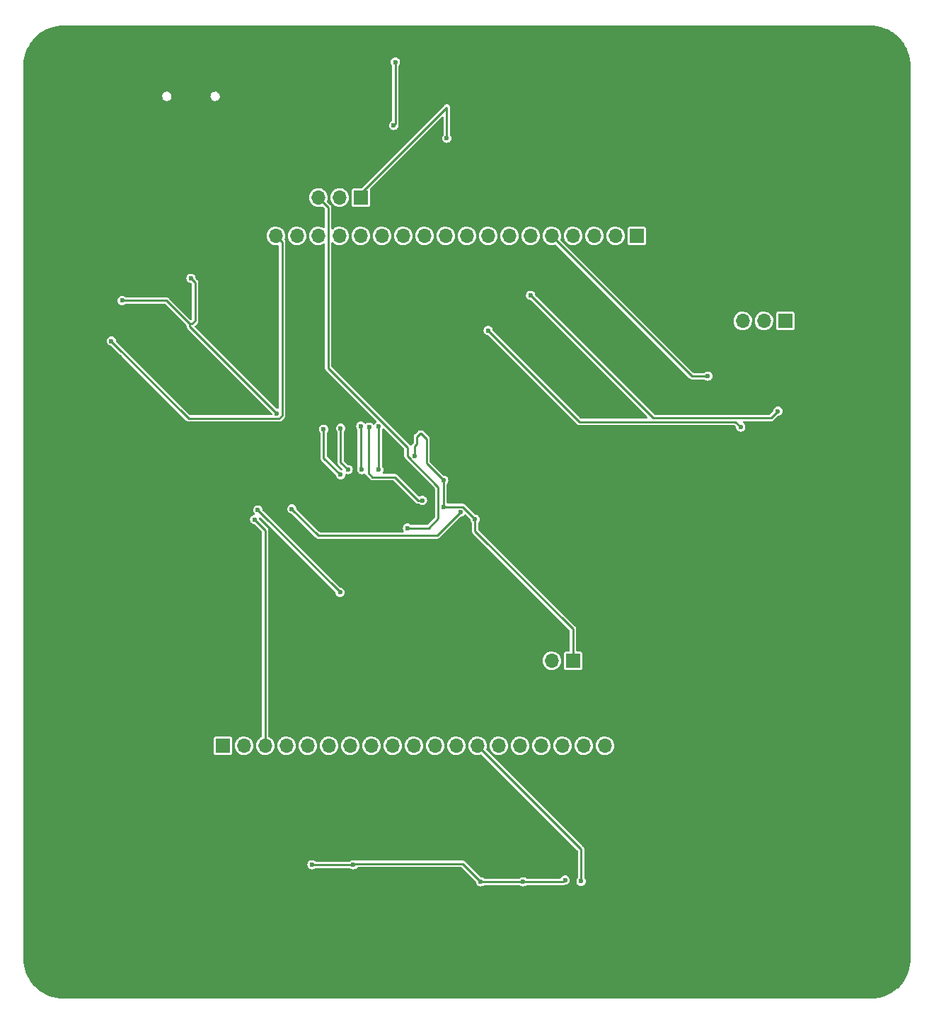
<source format=gbr>
%TF.GenerationSoftware,KiCad,Pcbnew,(6.0.7)*%
%TF.CreationDate,2022-10-07T16:54:50+08:00*%
%TF.ProjectId,__,5c1a2e6b-6963-4616-945f-706362585858,rev?*%
%TF.SameCoordinates,Original*%
%TF.FileFunction,Copper,L2,Bot*%
%TF.FilePolarity,Positive*%
%FSLAX46Y46*%
G04 Gerber Fmt 4.6, Leading zero omitted, Abs format (unit mm)*
G04 Created by KiCad (PCBNEW (6.0.7)) date 2022-10-07 16:54:50*
%MOMM*%
%LPD*%
G01*
G04 APERTURE LIST*
%TA.AperFunction,ComponentPad*%
%ADD10O,0.900000X2.000000*%
%TD*%
%TA.AperFunction,ComponentPad*%
%ADD11O,0.900000X1.700000*%
%TD*%
%TA.AperFunction,ComponentPad*%
%ADD12R,1.700000X1.700000*%
%TD*%
%TA.AperFunction,ComponentPad*%
%ADD13O,1.700000X1.700000*%
%TD*%
%TA.AperFunction,ViaPad*%
%ADD14C,0.600000*%
%TD*%
%TA.AperFunction,Conductor*%
%ADD15C,0.250000*%
%TD*%
G04 APERTURE END LIST*
D10*
%TO.P,J1,S1,SHIELD*%
%TO.N,GND*%
X121160000Y-28550000D03*
D11*
X121160000Y-32720000D03*
D10*
X112520000Y-28550000D03*
D11*
X112520000Y-32720000D03*
%TD*%
D12*
%TO.P,J2,1,Pin_1*%
%TO.N,/PORT&POWER/3v3_Debug*%
X137160000Y-41140000D03*
D13*
%TO.P,J2,2,Pin_2*%
%TO.N,/STM32_MinimumSystem/PA13*%
X134620000Y-41140000D03*
%TO.P,J2,3,Pin_3*%
%TO.N,/STM32_MinimumSystem/PA14*%
X132080000Y-41140000D03*
%TO.P,J2,4,Pin_4*%
%TO.N,GND*%
X129540000Y-41140000D03*
%TD*%
D12*
%TO.P,J6,1,Pin_1*%
%TO.N,+3V3*%
X162560000Y-96520000D03*
D13*
%TO.P,J6,2,Pin_2*%
%TO.N,/STM32_MinimumSystem/BOOT0*%
X160020000Y-96520000D03*
%TD*%
D12*
%TO.P,J7,1,Pin_1*%
%TO.N,Net-(J7-Pad1)*%
X187945000Y-55880000D03*
D13*
%TO.P,J7,2,Pin_2*%
%TO.N,/STM32_MinimumSystem/PA0*%
X185405000Y-55880000D03*
%TO.P,J7,3,Pin_3*%
%TO.N,Net-(J7-Pad3)*%
X182865000Y-55880000D03*
%TD*%
D12*
%TO.P,J5,1,Pin_1*%
%TO.N,/STM32_MinimumSystem/PA8*%
X120655000Y-106680000D03*
D13*
%TO.P,J5,2,Pin_2*%
%TO.N,/STM32_MinimumSystem/PA9*%
X123195000Y-106680000D03*
%TO.P,J5,3,Pin_3*%
%TO.N,/STM32_MinimumSystem/PA10*%
X125735000Y-106680000D03*
%TO.P,J5,4,Pin_4*%
%TO.N,/STM32_MinimumSystem/PA11*%
X128275000Y-106680000D03*
%TO.P,J5,5,Pin_5*%
%TO.N,/STM32_MinimumSystem/PA12*%
X130815000Y-106680000D03*
%TO.P,J5,6,Pin_6*%
%TO.N,/STM32_MinimumSystem/PA15*%
X133355000Y-106680000D03*
%TO.P,J5,7,Pin_7*%
%TO.N,/STM32_MinimumSystem/PB3*%
X135895000Y-106680000D03*
%TO.P,J5,8,Pin_8*%
%TO.N,/STM32_MinimumSystem/PB4*%
X138435000Y-106680000D03*
%TO.P,J5,9,Pin_9*%
%TO.N,/STM32_MinimumSystem/PB5*%
X140975000Y-106680000D03*
%TO.P,J5,10,Pin_10*%
%TO.N,/STM32_MinimumSystem/PB6*%
X143515000Y-106680000D03*
%TO.P,J5,11,Pin_11*%
%TO.N,/STM32_MinimumSystem/PB7*%
X146055000Y-106680000D03*
%TO.P,J5,12,Pin_12*%
%TO.N,/STM32_MinimumSystem/PB8*%
X148595000Y-106680000D03*
%TO.P,J5,13,Pin_13*%
%TO.N,/STM32_MinimumSystem/PB9*%
X151135000Y-106680000D03*
%TO.P,J5,14,Pin_14*%
%TO.N,/STM32_MinimumSystem/PC13*%
X153675000Y-106680000D03*
%TO.P,J5,15,Pin_15*%
%TO.N,/STM32_MinimumSystem/PC14*%
X156215000Y-106680000D03*
%TO.P,J5,16,Pin_16*%
%TO.N,/STM32_MinimumSystem/PC15*%
X158755000Y-106680000D03*
%TO.P,J5,17,Pin_17*%
%TO.N,/STM32_MinimumSystem/BOOT0*%
X161295000Y-106680000D03*
%TO.P,J5,18,Pin_18*%
%TO.N,+3V3*%
X163835000Y-106680000D03*
%TO.P,J5,19,Pin_19*%
X166375000Y-106680000D03*
%TO.P,J5,20,Pin_20*%
%TO.N,GND*%
X168915000Y-106680000D03*
%TD*%
D12*
%TO.P,J4,1,Pin_1*%
%TO.N,/STM32_MinimumSystem/PAO*%
X170180000Y-45720000D03*
D13*
%TO.P,J4,2,Pin_2*%
%TO.N,/STM32_MinimumSystem/PA1*%
X167640000Y-45720000D03*
%TO.P,J4,3,Pin_3*%
%TO.N,/STM32_MinimumSystem/PA2*%
X165100000Y-45720000D03*
%TO.P,J4,4,Pin_4*%
%TO.N,/STM32_MinimumSystem/PA3*%
X162560000Y-45720000D03*
%TO.P,J4,5,Pin_5*%
%TO.N,/STM32_MinimumSystem/PA4*%
X160020000Y-45720000D03*
%TO.P,J4,6,Pin_6*%
%TO.N,/STM32_MinimumSystem/PA5*%
X157480000Y-45720000D03*
%TO.P,J4,7,Pin_7*%
%TO.N,/STM32_MinimumSystem/PA6*%
X154940000Y-45720000D03*
%TO.P,J4,8,Pin_8*%
%TO.N,/STM32_MinimumSystem/PA7*%
X152400000Y-45720000D03*
%TO.P,J4,9,Pin_9*%
%TO.N,/STM32_MinimumSystem/PB0*%
X149860000Y-45720000D03*
%TO.P,J4,10,Pin_10*%
%TO.N,/STM32_MinimumSystem/PB1*%
X147320000Y-45720000D03*
%TO.P,J4,11,Pin_11*%
%TO.N,/STM32_MinimumSystem/PB2*%
X144780000Y-45720000D03*
%TO.P,J4,12,Pin_12*%
%TO.N,/STM32_MinimumSystem/PB10*%
X142240000Y-45720000D03*
%TO.P,J4,13,Pin_13*%
%TO.N,/STM32_MinimumSystem/PB11*%
X139700000Y-45720000D03*
%TO.P,J4,14,Pin_14*%
%TO.N,/STM32_MinimumSystem/PB12*%
X137160000Y-45720000D03*
%TO.P,J4,15,Pin_15*%
%TO.N,/STM32_MinimumSystem/PB13*%
X134620000Y-45720000D03*
%TO.P,J4,16,Pin_16*%
%TO.N,/STM32_MinimumSystem/PB14*%
X132080000Y-45720000D03*
%TO.P,J4,17,Pin_17*%
%TO.N,/STM32_MinimumSystem/PB15*%
X129540000Y-45720000D03*
%TO.P,J4,18,Pin_18*%
%TO.N,VBUS*%
X127000000Y-45720000D03*
%TO.P,J4,19,Pin_19*%
%TO.N,GND*%
X124460000Y-45720000D03*
%TD*%
D14*
%TO.N,VBUS*%
X107315000Y-58293000D03*
X141097000Y-32512000D03*
X141302500Y-24940500D03*
%TO.N,GND*%
X174752000Y-66548000D03*
X113665000Y-50292000D03*
X125222000Y-74930000D03*
X105918000Y-56769000D03*
X116332000Y-45720000D03*
X108331000Y-60198000D03*
X173863000Y-85217000D03*
X127508000Y-74803000D03*
X145542000Y-78325500D03*
X143891000Y-68326000D03*
%TO.N,+3V3*%
X151511000Y-122936000D03*
X116840000Y-50800000D03*
X156591000Y-122936000D03*
X136271000Y-120904000D03*
X147066000Y-74930000D03*
X108616000Y-53436000D03*
X147066000Y-78105000D03*
X131318000Y-120904000D03*
X150839750Y-79592750D03*
X127127000Y-66929000D03*
X161610000Y-122743000D03*
X143608500Y-72037500D03*
%TO.N,Net-(C13-Pad1)*%
X149098000Y-78740000D03*
X128905000Y-78359000D03*
%TO.N,/STM32_MinimumSystem/PB9*%
X163510000Y-122857500D03*
%TO.N,/PORT&POWER/3v3_Debug*%
X147447000Y-34036000D03*
%TO.N,/STM32_MinimumSystem/PA13*%
X144526000Y-77343000D03*
X138176000Y-68580000D03*
%TO.N,/STM32_MinimumSystem/PA14*%
X142748000Y-80645000D03*
%TO.N,/STM32_MinimumSystem/PA4*%
X178689000Y-62484000D03*
%TO.N,/STM32_MinimumSystem/PA5*%
X187071000Y-66675000D03*
X157480000Y-52832000D03*
%TO.N,/STM32_MinimumSystem/PA7*%
X152400000Y-57023000D03*
X182626000Y-68580000D03*
%TO.N,/STM32_MinimumSystem/PB12*%
X139319000Y-73660000D03*
X139319000Y-68453000D03*
%TO.N,/STM32_MinimumSystem/PB13*%
X137160000Y-68453000D03*
X137160000Y-68453000D03*
X137287000Y-73660000D03*
%TO.N,/STM32_MinimumSystem/PB14*%
X135636000Y-73660000D03*
X134747000Y-68707000D03*
%TO.N,/STM32_MinimumSystem/PB15*%
X132715000Y-68834000D03*
X134737000Y-74285000D03*
%TO.N,/STM32_MinimumSystem/PA9*%
X134683500Y-88328500D03*
X124841000Y-78486000D03*
%TO.N,/STM32_MinimumSystem/PA10*%
X124460000Y-79629000D03*
%TD*%
D15*
%TO.N,VBUS*%
X127752000Y-46472000D02*
X127000000Y-45720000D01*
X127752000Y-67187884D02*
X127752000Y-46472000D01*
X141097000Y-32512000D02*
X141302500Y-32306500D01*
X127385884Y-67554000D02*
X127752000Y-67187884D01*
X107315000Y-58293000D02*
X116576000Y-67554000D01*
X116576000Y-67554000D02*
X127385884Y-67554000D01*
X141302500Y-32306500D02*
X141302500Y-24940500D01*
%TO.N,+3V3*%
X162560000Y-96520000D02*
X162560000Y-92710000D01*
X113898000Y-53436000D02*
X116713000Y-56251000D01*
X151511000Y-122936000D02*
X149352000Y-120777000D01*
X145034000Y-72898000D02*
X147066000Y-74930000D01*
X149352000Y-78105000D02*
X147066000Y-78105000D01*
X144018000Y-69596000D02*
X144272000Y-69342000D01*
X136398000Y-120777000D02*
X136271000Y-120904000D01*
X162560000Y-92710000D02*
X150839750Y-80989750D01*
X117338000Y-51298000D02*
X117338000Y-55884884D01*
X143891000Y-70612000D02*
X143891000Y-69723000D01*
X144399000Y-69342000D02*
X145034000Y-69977000D01*
X108616000Y-53436000D02*
X113898000Y-53436000D01*
X144272000Y-69342000D02*
X144399000Y-69342000D01*
X143891000Y-69723000D02*
X144018000Y-69596000D01*
X136271000Y-120904000D02*
X131318000Y-120904000D01*
X150839750Y-80989750D02*
X150839750Y-79592750D01*
X151511000Y-122936000D02*
X156591000Y-122936000D01*
X116971884Y-56251000D02*
X116713000Y-56251000D01*
X161610000Y-122743000D02*
X161417000Y-122936000D01*
X117338000Y-55884884D02*
X116971884Y-56251000D01*
X116840000Y-50800000D02*
X117338000Y-51298000D01*
X145034000Y-69977000D02*
X145034000Y-72898000D01*
X127127000Y-66929000D02*
X116713000Y-56515000D01*
X143891000Y-70612000D02*
X143608500Y-70894500D01*
X149352000Y-120777000D02*
X136398000Y-120777000D01*
X143608500Y-70894500D02*
X143608500Y-72037500D01*
X161417000Y-122936000D02*
X156591000Y-122936000D01*
X116713000Y-56515000D02*
X116713000Y-56251000D01*
X147066000Y-78105000D02*
X147066000Y-74930000D01*
X150839750Y-79592750D02*
X149352000Y-78105000D01*
%TO.N,Net-(C13-Pad1)*%
X132070000Y-81524000D02*
X128905000Y-78359000D01*
X149098000Y-78740000D02*
X146304000Y-81534000D01*
X146304000Y-81534000D02*
X132080000Y-81534000D01*
%TO.N,/STM32_MinimumSystem/PB9*%
X163510000Y-122857500D02*
X163510000Y-119055000D01*
X163510000Y-119055000D02*
X151135000Y-106680000D01*
%TO.N,/PORT&POWER/3v3_Debug*%
X137160000Y-40640000D02*
X147447000Y-30353000D01*
X137160000Y-41140000D02*
X137160000Y-40640000D01*
X147447000Y-30353000D02*
X147447000Y-34036000D01*
%TO.N,/STM32_MinimumSystem/PA13*%
X138557000Y-74549000D02*
X138109942Y-74101942D01*
X141224000Y-74549000D02*
X138557000Y-74549000D01*
X144018000Y-77343000D02*
X141224000Y-74549000D01*
X138109942Y-74101942D02*
X138109942Y-68519058D01*
X144526000Y-77343000D02*
X144018000Y-77343000D01*
%TO.N,/STM32_MinimumSystem/PA14*%
X142748000Y-70998116D02*
X142748000Y-72060884D01*
X142748000Y-72060884D02*
X146431000Y-75743884D01*
X146431000Y-79502000D02*
X145288000Y-80645000D01*
X132080000Y-41140000D02*
X133255000Y-42315000D01*
X133255000Y-61505116D02*
X142748000Y-70998116D01*
X145288000Y-80645000D02*
X142748000Y-80645000D01*
X146431000Y-75743884D02*
X146431000Y-79502000D01*
X133255000Y-42315000D02*
X133255000Y-61505116D01*
%TO.N,/STM32_MinimumSystem/PA4*%
X176784000Y-62484000D02*
X160020000Y-45720000D01*
X178689000Y-62484000D02*
X176784000Y-62484000D01*
%TO.N,/STM32_MinimumSystem/PA5*%
X186251000Y-67495000D02*
X187071000Y-66675000D01*
X172143000Y-67495000D02*
X186251000Y-67495000D01*
X157480000Y-52832000D02*
X172143000Y-67495000D01*
%TO.N,/STM32_MinimumSystem/PA7*%
X163322000Y-67945000D02*
X181991000Y-67945000D01*
X152400000Y-57023000D02*
X163322000Y-67945000D01*
X181991000Y-67945000D02*
X182626000Y-68580000D01*
%TO.N,/STM32_MinimumSystem/PB12*%
X139319000Y-68453000D02*
X139319000Y-73660000D01*
%TO.N,/STM32_MinimumSystem/PB13*%
X137160000Y-73533000D02*
X137287000Y-73660000D01*
X137160000Y-68580000D02*
X137160000Y-73533000D01*
%TO.N,/STM32_MinimumSystem/PB14*%
X134747000Y-68707000D02*
X134747000Y-72771000D01*
X134747000Y-72771000D02*
X135636000Y-73660000D01*
%TO.N,/STM32_MinimumSystem/PB15*%
X132715000Y-72263000D02*
X134620000Y-74168000D01*
X132715000Y-68834000D02*
X132715000Y-72263000D01*
X134620000Y-74168000D02*
X134737000Y-74285000D01*
%TO.N,/STM32_MinimumSystem/PA9*%
X134683500Y-88328500D02*
X134747000Y-88392000D01*
X124841000Y-78486000D02*
X134683500Y-88328500D01*
%TO.N,/STM32_MinimumSystem/PA10*%
X124460000Y-79629000D02*
X125735000Y-80904000D01*
X125735000Y-80904000D02*
X125735000Y-106680000D01*
%TD*%
%TA.AperFunction,Conductor*%
%TO.N,GND*%
G36*
X198107103Y-20576921D02*
G01*
X198120000Y-20579486D01*
X198132170Y-20577065D01*
X198142599Y-20577065D01*
X198155735Y-20576060D01*
X198478600Y-20590156D01*
X198535075Y-20592622D01*
X198546023Y-20593580D01*
X198952496Y-20647093D01*
X198963301Y-20648999D01*
X199363566Y-20737736D01*
X199374176Y-20740579D01*
X199765175Y-20863860D01*
X199775488Y-20867613D01*
X200154277Y-21024513D01*
X200164221Y-21029151D01*
X200466931Y-21186731D01*
X200527867Y-21218452D01*
X200537387Y-21223948D01*
X200883148Y-21444223D01*
X200892152Y-21450527D01*
X201217413Y-21700108D01*
X201225830Y-21707172D01*
X201309622Y-21783952D01*
X201528088Y-21984139D01*
X201535857Y-21991908D01*
X201812826Y-22294167D01*
X201819892Y-22302587D01*
X202069473Y-22627848D01*
X202075777Y-22636852D01*
X202296052Y-22982613D01*
X202301548Y-22992133D01*
X202490845Y-23355770D01*
X202495491Y-23365732D01*
X202652384Y-23744504D01*
X202656143Y-23754833D01*
X202779421Y-24145823D01*
X202782264Y-24156434D01*
X202871001Y-24556699D01*
X202872907Y-24567504D01*
X202904033Y-24803932D01*
X202926420Y-24973976D01*
X202927378Y-24984926D01*
X202943940Y-25364265D01*
X202942935Y-25377401D01*
X202942935Y-25387830D01*
X202940514Y-25400000D01*
X202942935Y-25412170D01*
X202943079Y-25412894D01*
X202945500Y-25437476D01*
X202945500Y-132048036D01*
X202943734Y-132069056D01*
X202943144Y-132072545D01*
X202940621Y-132087455D01*
X202943390Y-132099551D01*
X202943692Y-132110040D01*
X202945065Y-132123065D01*
X202939503Y-132492064D01*
X202938853Y-132503080D01*
X202897929Y-132900230D01*
X202896319Y-132911147D01*
X202820798Y-133303217D01*
X202818240Y-133313943D01*
X202708704Y-133697899D01*
X202705214Y-133708368D01*
X202562501Y-134081268D01*
X202558110Y-134091391D01*
X202383324Y-134450363D01*
X202378063Y-134460064D01*
X202172536Y-134802366D01*
X202166449Y-134811567D01*
X202029400Y-135000190D01*
X201931750Y-135134587D01*
X201924878Y-135143222D01*
X201662833Y-135444448D01*
X201655233Y-135452449D01*
X201402623Y-135696048D01*
X201367820Y-135729609D01*
X201359548Y-135736914D01*
X201048995Y-135987855D01*
X201040116Y-135994408D01*
X200708803Y-136217209D01*
X200699386Y-136222960D01*
X200629486Y-136261548D01*
X200349826Y-136415932D01*
X200339956Y-136420829D01*
X199974857Y-136582472D01*
X199964595Y-136586487D01*
X199586755Y-136715565D01*
X199576172Y-136718670D01*
X199188492Y-136814190D01*
X199177673Y-136816358D01*
X198961143Y-136849964D01*
X198783132Y-136877591D01*
X198772177Y-136878803D01*
X198554037Y-136893300D01*
X198404277Y-136903252D01*
X198390310Y-136902502D01*
X198380373Y-136902726D01*
X198368148Y-136900580D01*
X198356035Y-136903275D01*
X198351501Y-136903377D01*
X198332186Y-136905500D01*
X101637476Y-136905500D01*
X101612897Y-136903079D01*
X101600000Y-136900514D01*
X101587830Y-136902935D01*
X101577401Y-136902935D01*
X101564265Y-136903940D01*
X101241400Y-136889844D01*
X101184925Y-136887378D01*
X101173976Y-136886420D01*
X101113347Y-136878438D01*
X100767504Y-136832907D01*
X100756699Y-136831001D01*
X100356434Y-136742264D01*
X100345823Y-136739421D01*
X100280009Y-136718670D01*
X99954825Y-136616140D01*
X99944512Y-136612387D01*
X99565723Y-136455487D01*
X99555779Y-136450849D01*
X99192132Y-136261547D01*
X99182613Y-136256052D01*
X99126485Y-136220294D01*
X98836852Y-136035777D01*
X98827848Y-136029473D01*
X98502587Y-135779892D01*
X98494167Y-135772826D01*
X98447004Y-135729609D01*
X98191908Y-135495857D01*
X98184139Y-135488088D01*
X98147974Y-135448620D01*
X97907172Y-135185830D01*
X97900108Y-135177413D01*
X97873873Y-135143222D01*
X97650527Y-134852152D01*
X97644223Y-134843148D01*
X97423948Y-134497387D01*
X97418452Y-134487867D01*
X97229155Y-134124230D01*
X97224509Y-134114268D01*
X97212975Y-134086421D01*
X97067613Y-133735488D01*
X97063857Y-133725167D01*
X97058561Y-133708368D01*
X96940579Y-133334176D01*
X96937734Y-133323560D01*
X96935604Y-133313952D01*
X96848999Y-132923301D01*
X96847092Y-132912488D01*
X96846916Y-132911147D01*
X96793580Y-132506023D01*
X96792622Y-132495074D01*
X96776060Y-132115735D01*
X96777065Y-132102599D01*
X96777065Y-132092170D01*
X96779486Y-132080000D01*
X96776921Y-132067103D01*
X96774500Y-132042524D01*
X96774500Y-120904000D01*
X130758715Y-120904000D01*
X130777772Y-121048754D01*
X130780931Y-121056380D01*
X130825480Y-121163929D01*
X130833645Y-121183642D01*
X130922526Y-121299474D01*
X130929076Y-121304500D01*
X130929079Y-121304503D01*
X131031804Y-121383327D01*
X131038357Y-121388355D01*
X131173246Y-121444228D01*
X131318000Y-121463285D01*
X131326188Y-121462207D01*
X131454566Y-121445306D01*
X131462754Y-121444228D01*
X131597643Y-121388355D01*
X131700360Y-121309537D01*
X131766578Y-121283937D01*
X131777062Y-121283500D01*
X135811938Y-121283500D01*
X135880059Y-121303502D01*
X135888626Y-121309526D01*
X135991357Y-121388355D01*
X136126246Y-121444228D01*
X136271000Y-121463285D01*
X136279188Y-121462207D01*
X136407566Y-121445306D01*
X136415754Y-121444228D01*
X136550643Y-121388355D01*
X136557196Y-121383327D01*
X136659921Y-121304503D01*
X136659924Y-121304500D01*
X136666474Y-121299474D01*
X136671501Y-121292923D01*
X136671505Y-121292919D01*
X136738357Y-121205796D01*
X136795695Y-121163929D01*
X136838319Y-121156500D01*
X149142616Y-121156500D01*
X149210737Y-121176502D01*
X149231711Y-121193405D01*
X150918046Y-122879740D01*
X150952072Y-122942052D01*
X150953873Y-122952389D01*
X150963122Y-123022642D01*
X150970772Y-123080754D01*
X151026645Y-123215642D01*
X151050264Y-123246423D01*
X151105225Y-123318049D01*
X151115526Y-123331474D01*
X151122076Y-123336500D01*
X151122079Y-123336503D01*
X151201869Y-123397728D01*
X151231357Y-123420355D01*
X151366246Y-123476228D01*
X151511000Y-123495285D01*
X151519188Y-123494207D01*
X151647566Y-123477306D01*
X151655754Y-123476228D01*
X151790643Y-123420355D01*
X151893360Y-123341537D01*
X151959578Y-123315937D01*
X151970062Y-123315500D01*
X156131938Y-123315500D01*
X156200059Y-123335502D01*
X156208626Y-123341526D01*
X156311357Y-123420355D01*
X156446246Y-123476228D01*
X156591000Y-123495285D01*
X156599188Y-123494207D01*
X156727566Y-123477306D01*
X156735754Y-123476228D01*
X156870643Y-123420355D01*
X156973360Y-123341537D01*
X157039578Y-123315937D01*
X157050062Y-123315500D01*
X161363080Y-123315500D01*
X161387028Y-123318049D01*
X161388693Y-123318128D01*
X161398876Y-123320320D01*
X161409217Y-123319096D01*
X161432223Y-123316373D01*
X161438154Y-123316023D01*
X161438146Y-123315928D01*
X161443324Y-123315500D01*
X161448524Y-123315500D01*
X161453653Y-123314646D01*
X161453656Y-123314646D01*
X161467565Y-123312331D01*
X161473443Y-123311494D01*
X161514001Y-123306694D01*
X161514002Y-123306694D01*
X161524341Y-123305470D01*
X161531234Y-123302160D01*
X161538206Y-123300573D01*
X161541640Y-123300002D01*
X161542042Y-123302422D01*
X161581287Y-123298505D01*
X161610000Y-123302285D01*
X161618188Y-123301207D01*
X161746566Y-123284306D01*
X161754754Y-123283228D01*
X161889643Y-123227355D01*
X161896196Y-123222327D01*
X161998921Y-123143503D01*
X161998924Y-123143500D01*
X162005474Y-123138474D01*
X162043913Y-123088380D01*
X162089328Y-123029193D01*
X162094355Y-123022642D01*
X162099642Y-123009880D01*
X162147069Y-122895380D01*
X162150228Y-122887754D01*
X162169285Y-122743000D01*
X162150228Y-122598246D01*
X162100717Y-122478716D01*
X162097515Y-122470986D01*
X162097514Y-122470984D01*
X162094355Y-122463358D01*
X162029888Y-122379343D01*
X162010501Y-122354077D01*
X162010500Y-122354076D01*
X162005474Y-122347526D01*
X161998924Y-122342500D01*
X161998921Y-122342497D01*
X161896196Y-122263673D01*
X161896194Y-122263672D01*
X161889643Y-122258645D01*
X161754754Y-122202772D01*
X161610000Y-122183715D01*
X161601812Y-122184793D01*
X161473432Y-122201694D01*
X161473430Y-122201695D01*
X161465246Y-122202772D01*
X161417430Y-122222578D01*
X161337986Y-122255485D01*
X161337984Y-122255486D01*
X161330358Y-122258645D01*
X161214526Y-122347526D01*
X161125645Y-122463358D01*
X161119283Y-122478717D01*
X161074736Y-122533998D01*
X161002874Y-122556500D01*
X157050062Y-122556500D01*
X156981941Y-122536498D01*
X156973374Y-122530474D01*
X156870643Y-122451645D01*
X156735754Y-122395772D01*
X156591000Y-122376715D01*
X156582812Y-122377793D01*
X156454432Y-122394694D01*
X156454430Y-122394695D01*
X156446246Y-122395772D01*
X156414507Y-122408919D01*
X156318986Y-122448485D01*
X156318984Y-122448486D01*
X156311358Y-122451645D01*
X156286152Y-122470986D01*
X156208640Y-122530463D01*
X156142419Y-122556063D01*
X156131936Y-122556500D01*
X151970062Y-122556500D01*
X151901941Y-122536498D01*
X151893374Y-122530474D01*
X151790643Y-122451645D01*
X151655754Y-122395772D01*
X151527388Y-122378872D01*
X151462462Y-122350151D01*
X151454740Y-122343046D01*
X149658478Y-120546784D01*
X149643336Y-120528036D01*
X149642221Y-120526811D01*
X149636571Y-120518060D01*
X149628393Y-120511613D01*
X149628391Y-120511611D01*
X149610200Y-120497271D01*
X149605759Y-120493325D01*
X149605697Y-120493398D01*
X149601733Y-120490039D01*
X149598056Y-120486362D01*
X149582308Y-120475108D01*
X149577638Y-120471602D01*
X149537353Y-120439844D01*
X149528719Y-120436812D01*
X149521266Y-120431486D01*
X149472150Y-120416797D01*
X149466508Y-120414964D01*
X149425633Y-120400610D01*
X149425632Y-120400610D01*
X149418149Y-120397982D01*
X149412584Y-120397500D01*
X149409876Y-120397500D01*
X149407242Y-120397386D01*
X149407144Y-120397357D01*
X149407151Y-120397193D01*
X149406447Y-120397149D01*
X149400222Y-120395287D01*
X149346365Y-120397403D01*
X149341418Y-120397500D01*
X136522243Y-120397500D01*
X136474027Y-120387910D01*
X136415754Y-120363772D01*
X136271000Y-120344715D01*
X136262812Y-120345793D01*
X136134432Y-120362694D01*
X136134430Y-120362695D01*
X136126246Y-120363772D01*
X136078430Y-120383578D01*
X135998986Y-120416485D01*
X135998984Y-120416486D01*
X135991358Y-120419645D01*
X135968986Y-120436812D01*
X135888640Y-120498463D01*
X135822419Y-120524063D01*
X135811936Y-120524500D01*
X131777062Y-120524500D01*
X131708941Y-120504498D01*
X131700374Y-120498474D01*
X131597643Y-120419645D01*
X131462754Y-120363772D01*
X131318000Y-120344715D01*
X131309812Y-120345793D01*
X131181432Y-120362694D01*
X131181430Y-120362695D01*
X131173246Y-120363772D01*
X131125430Y-120383578D01*
X131045986Y-120416485D01*
X131045984Y-120416486D01*
X131038358Y-120419645D01*
X130922526Y-120508526D01*
X130833645Y-120624358D01*
X130777772Y-120759246D01*
X130758715Y-120904000D01*
X96774500Y-120904000D01*
X96774500Y-105804933D01*
X119550500Y-105804933D01*
X119550501Y-107555066D01*
X119565266Y-107629301D01*
X119572161Y-107639620D01*
X119572162Y-107639622D01*
X119612516Y-107700015D01*
X119621516Y-107713484D01*
X119705699Y-107769734D01*
X119779933Y-107784500D01*
X120654858Y-107784500D01*
X121530066Y-107784499D01*
X121565818Y-107777388D01*
X121592126Y-107772156D01*
X121592128Y-107772155D01*
X121604301Y-107769734D01*
X121614621Y-107762839D01*
X121614622Y-107762838D01*
X121678168Y-107720377D01*
X121688484Y-107713484D01*
X121744734Y-107629301D01*
X121759500Y-107555067D01*
X121759499Y-106650964D01*
X122086148Y-106650964D01*
X122099424Y-106853522D01*
X122100845Y-106859118D01*
X122100846Y-106859123D01*
X122122508Y-106944414D01*
X122149392Y-107050269D01*
X122151809Y-107055512D01*
X122189010Y-107136208D01*
X122234377Y-107234616D01*
X122351533Y-107400389D01*
X122496938Y-107542035D01*
X122665720Y-107654812D01*
X122671023Y-107657090D01*
X122671026Y-107657092D01*
X122802283Y-107713484D01*
X122852228Y-107734942D01*
X122925244Y-107751464D01*
X123044579Y-107778467D01*
X123044584Y-107778468D01*
X123050216Y-107779742D01*
X123055987Y-107779969D01*
X123055989Y-107779969D01*
X123115756Y-107782317D01*
X123253053Y-107787712D01*
X123360348Y-107772155D01*
X123448231Y-107759413D01*
X123448236Y-107759412D01*
X123453945Y-107758584D01*
X123459409Y-107756729D01*
X123459414Y-107756728D01*
X123640693Y-107695192D01*
X123640698Y-107695190D01*
X123646165Y-107693334D01*
X123823276Y-107594147D01*
X123862969Y-107561135D01*
X123974913Y-107468031D01*
X123979345Y-107464345D01*
X124109147Y-107308276D01*
X124208334Y-107131165D01*
X124210190Y-107125698D01*
X124210192Y-107125693D01*
X124271728Y-106944414D01*
X124271729Y-106944409D01*
X124273584Y-106938945D01*
X124274412Y-106933236D01*
X124274413Y-106933231D01*
X124302179Y-106741727D01*
X124302712Y-106738053D01*
X124304232Y-106680000D01*
X124285658Y-106477859D01*
X124284090Y-106472299D01*
X124232125Y-106288046D01*
X124232124Y-106288044D01*
X124230557Y-106282487D01*
X124219978Y-106261033D01*
X124143331Y-106105609D01*
X124140776Y-106100428D01*
X124019320Y-105937779D01*
X123870258Y-105799987D01*
X123865375Y-105796906D01*
X123865371Y-105796903D01*
X123703464Y-105694748D01*
X123698581Y-105691667D01*
X123510039Y-105616446D01*
X123504379Y-105615320D01*
X123504375Y-105615319D01*
X123316613Y-105577971D01*
X123316610Y-105577971D01*
X123310946Y-105576844D01*
X123305171Y-105576768D01*
X123305167Y-105576768D01*
X123203793Y-105575441D01*
X123107971Y-105574187D01*
X123102274Y-105575166D01*
X123102273Y-105575166D01*
X123014397Y-105590266D01*
X122907910Y-105608564D01*
X122717463Y-105678824D01*
X122543010Y-105782612D01*
X122538670Y-105786418D01*
X122538666Y-105786421D01*
X122394733Y-105912648D01*
X122390392Y-105916455D01*
X122264720Y-106075869D01*
X122262031Y-106080980D01*
X122262029Y-106080983D01*
X122249073Y-106105609D01*
X122170203Y-106255515D01*
X122110007Y-106449378D01*
X122086148Y-106650964D01*
X121759499Y-106650964D01*
X121759499Y-105804934D01*
X121744734Y-105730699D01*
X121718654Y-105691667D01*
X121695377Y-105656832D01*
X121688484Y-105646516D01*
X121604301Y-105590266D01*
X121530067Y-105575500D01*
X120655142Y-105575500D01*
X119779934Y-105575501D01*
X119744182Y-105582612D01*
X119717874Y-105587844D01*
X119717872Y-105587845D01*
X119705699Y-105590266D01*
X119695379Y-105597161D01*
X119695378Y-105597162D01*
X119646256Y-105629985D01*
X119621516Y-105646516D01*
X119565266Y-105730699D01*
X119550500Y-105804933D01*
X96774500Y-105804933D01*
X96774500Y-79629000D01*
X123900715Y-79629000D01*
X123901793Y-79637188D01*
X123917988Y-79760200D01*
X123919772Y-79773754D01*
X123922931Y-79781380D01*
X123960630Y-79872392D01*
X123975645Y-79908642D01*
X123980672Y-79915193D01*
X124046116Y-80000481D01*
X124064526Y-80024474D01*
X124071076Y-80029500D01*
X124071079Y-80029503D01*
X124173804Y-80108327D01*
X124180357Y-80113355D01*
X124315246Y-80169228D01*
X124443612Y-80186128D01*
X124508538Y-80214849D01*
X124516260Y-80221954D01*
X125318595Y-81024289D01*
X125352621Y-81086601D01*
X125355500Y-81113384D01*
X125355500Y-105554839D01*
X125335498Y-105622960D01*
X125281842Y-105669453D01*
X125273118Y-105673049D01*
X125257463Y-105678824D01*
X125083010Y-105782612D01*
X125078670Y-105786418D01*
X125078666Y-105786421D01*
X124934733Y-105912648D01*
X124930392Y-105916455D01*
X124804720Y-106075869D01*
X124802031Y-106080980D01*
X124802029Y-106080983D01*
X124789073Y-106105609D01*
X124710203Y-106255515D01*
X124650007Y-106449378D01*
X124626148Y-106650964D01*
X124639424Y-106853522D01*
X124640845Y-106859118D01*
X124640846Y-106859123D01*
X124662508Y-106944414D01*
X124689392Y-107050269D01*
X124691809Y-107055512D01*
X124729010Y-107136208D01*
X124774377Y-107234616D01*
X124891533Y-107400389D01*
X125036938Y-107542035D01*
X125205720Y-107654812D01*
X125211023Y-107657090D01*
X125211026Y-107657092D01*
X125342283Y-107713484D01*
X125392228Y-107734942D01*
X125465244Y-107751464D01*
X125584579Y-107778467D01*
X125584584Y-107778468D01*
X125590216Y-107779742D01*
X125595987Y-107779969D01*
X125595989Y-107779969D01*
X125655756Y-107782317D01*
X125793053Y-107787712D01*
X125900348Y-107772155D01*
X125988231Y-107759413D01*
X125988236Y-107759412D01*
X125993945Y-107758584D01*
X125999409Y-107756729D01*
X125999414Y-107756728D01*
X126180693Y-107695192D01*
X126180698Y-107695190D01*
X126186165Y-107693334D01*
X126363276Y-107594147D01*
X126402969Y-107561135D01*
X126514913Y-107468031D01*
X126519345Y-107464345D01*
X126649147Y-107308276D01*
X126748334Y-107131165D01*
X126750190Y-107125698D01*
X126750192Y-107125693D01*
X126811728Y-106944414D01*
X126811729Y-106944409D01*
X126813584Y-106938945D01*
X126814412Y-106933236D01*
X126814413Y-106933231D01*
X126842179Y-106741727D01*
X126842712Y-106738053D01*
X126844232Y-106680000D01*
X126841564Y-106650964D01*
X127166148Y-106650964D01*
X127179424Y-106853522D01*
X127180845Y-106859118D01*
X127180846Y-106859123D01*
X127202508Y-106944414D01*
X127229392Y-107050269D01*
X127231809Y-107055512D01*
X127269010Y-107136208D01*
X127314377Y-107234616D01*
X127431533Y-107400389D01*
X127576938Y-107542035D01*
X127745720Y-107654812D01*
X127751023Y-107657090D01*
X127751026Y-107657092D01*
X127882283Y-107713484D01*
X127932228Y-107734942D01*
X128005244Y-107751464D01*
X128124579Y-107778467D01*
X128124584Y-107778468D01*
X128130216Y-107779742D01*
X128135987Y-107779969D01*
X128135989Y-107779969D01*
X128195756Y-107782317D01*
X128333053Y-107787712D01*
X128440348Y-107772155D01*
X128528231Y-107759413D01*
X128528236Y-107759412D01*
X128533945Y-107758584D01*
X128539409Y-107756729D01*
X128539414Y-107756728D01*
X128720693Y-107695192D01*
X128720698Y-107695190D01*
X128726165Y-107693334D01*
X128903276Y-107594147D01*
X128942969Y-107561135D01*
X129054913Y-107468031D01*
X129059345Y-107464345D01*
X129189147Y-107308276D01*
X129288334Y-107131165D01*
X129290190Y-107125698D01*
X129290192Y-107125693D01*
X129351728Y-106944414D01*
X129351729Y-106944409D01*
X129353584Y-106938945D01*
X129354412Y-106933236D01*
X129354413Y-106933231D01*
X129382179Y-106741727D01*
X129382712Y-106738053D01*
X129384232Y-106680000D01*
X129381564Y-106650964D01*
X129706148Y-106650964D01*
X129719424Y-106853522D01*
X129720845Y-106859118D01*
X129720846Y-106859123D01*
X129742508Y-106944414D01*
X129769392Y-107050269D01*
X129771809Y-107055512D01*
X129809010Y-107136208D01*
X129854377Y-107234616D01*
X129971533Y-107400389D01*
X130116938Y-107542035D01*
X130285720Y-107654812D01*
X130291023Y-107657090D01*
X130291026Y-107657092D01*
X130422283Y-107713484D01*
X130472228Y-107734942D01*
X130545244Y-107751464D01*
X130664579Y-107778467D01*
X130664584Y-107778468D01*
X130670216Y-107779742D01*
X130675987Y-107779969D01*
X130675989Y-107779969D01*
X130735756Y-107782317D01*
X130873053Y-107787712D01*
X130980348Y-107772155D01*
X131068231Y-107759413D01*
X131068236Y-107759412D01*
X131073945Y-107758584D01*
X131079409Y-107756729D01*
X131079414Y-107756728D01*
X131260693Y-107695192D01*
X131260698Y-107695190D01*
X131266165Y-107693334D01*
X131443276Y-107594147D01*
X131482969Y-107561135D01*
X131594913Y-107468031D01*
X131599345Y-107464345D01*
X131729147Y-107308276D01*
X131828334Y-107131165D01*
X131830190Y-107125698D01*
X131830192Y-107125693D01*
X131891728Y-106944414D01*
X131891729Y-106944409D01*
X131893584Y-106938945D01*
X131894412Y-106933236D01*
X131894413Y-106933231D01*
X131922179Y-106741727D01*
X131922712Y-106738053D01*
X131924232Y-106680000D01*
X131921564Y-106650964D01*
X132246148Y-106650964D01*
X132259424Y-106853522D01*
X132260845Y-106859118D01*
X132260846Y-106859123D01*
X132282508Y-106944414D01*
X132309392Y-107050269D01*
X132311809Y-107055512D01*
X132349010Y-107136208D01*
X132394377Y-107234616D01*
X132511533Y-107400389D01*
X132656938Y-107542035D01*
X132825720Y-107654812D01*
X132831023Y-107657090D01*
X132831026Y-107657092D01*
X132962283Y-107713484D01*
X133012228Y-107734942D01*
X133085244Y-107751464D01*
X133204579Y-107778467D01*
X133204584Y-107778468D01*
X133210216Y-107779742D01*
X133215987Y-107779969D01*
X133215989Y-107779969D01*
X133275756Y-107782317D01*
X133413053Y-107787712D01*
X133520348Y-107772155D01*
X133608231Y-107759413D01*
X133608236Y-107759412D01*
X133613945Y-107758584D01*
X133619409Y-107756729D01*
X133619414Y-107756728D01*
X133800693Y-107695192D01*
X133800698Y-107695190D01*
X133806165Y-107693334D01*
X133983276Y-107594147D01*
X134022969Y-107561135D01*
X134134913Y-107468031D01*
X134139345Y-107464345D01*
X134269147Y-107308276D01*
X134368334Y-107131165D01*
X134370190Y-107125698D01*
X134370192Y-107125693D01*
X134431728Y-106944414D01*
X134431729Y-106944409D01*
X134433584Y-106938945D01*
X134434412Y-106933236D01*
X134434413Y-106933231D01*
X134462179Y-106741727D01*
X134462712Y-106738053D01*
X134464232Y-106680000D01*
X134461564Y-106650964D01*
X134786148Y-106650964D01*
X134799424Y-106853522D01*
X134800845Y-106859118D01*
X134800846Y-106859123D01*
X134822508Y-106944414D01*
X134849392Y-107050269D01*
X134851809Y-107055512D01*
X134889010Y-107136208D01*
X134934377Y-107234616D01*
X135051533Y-107400389D01*
X135196938Y-107542035D01*
X135365720Y-107654812D01*
X135371023Y-107657090D01*
X135371026Y-107657092D01*
X135502283Y-107713484D01*
X135552228Y-107734942D01*
X135625244Y-107751464D01*
X135744579Y-107778467D01*
X135744584Y-107778468D01*
X135750216Y-107779742D01*
X135755987Y-107779969D01*
X135755989Y-107779969D01*
X135815756Y-107782317D01*
X135953053Y-107787712D01*
X136060348Y-107772155D01*
X136148231Y-107759413D01*
X136148236Y-107759412D01*
X136153945Y-107758584D01*
X136159409Y-107756729D01*
X136159414Y-107756728D01*
X136340693Y-107695192D01*
X136340698Y-107695190D01*
X136346165Y-107693334D01*
X136523276Y-107594147D01*
X136562969Y-107561135D01*
X136674913Y-107468031D01*
X136679345Y-107464345D01*
X136809147Y-107308276D01*
X136908334Y-107131165D01*
X136910190Y-107125698D01*
X136910192Y-107125693D01*
X136971728Y-106944414D01*
X136971729Y-106944409D01*
X136973584Y-106938945D01*
X136974412Y-106933236D01*
X136974413Y-106933231D01*
X137002179Y-106741727D01*
X137002712Y-106738053D01*
X137004232Y-106680000D01*
X137001564Y-106650964D01*
X137326148Y-106650964D01*
X137339424Y-106853522D01*
X137340845Y-106859118D01*
X137340846Y-106859123D01*
X137362508Y-106944414D01*
X137389392Y-107050269D01*
X137391809Y-107055512D01*
X137429010Y-107136208D01*
X137474377Y-107234616D01*
X137591533Y-107400389D01*
X137736938Y-107542035D01*
X137905720Y-107654812D01*
X137911023Y-107657090D01*
X137911026Y-107657092D01*
X138042283Y-107713484D01*
X138092228Y-107734942D01*
X138165244Y-107751464D01*
X138284579Y-107778467D01*
X138284584Y-107778468D01*
X138290216Y-107779742D01*
X138295987Y-107779969D01*
X138295989Y-107779969D01*
X138355756Y-107782317D01*
X138493053Y-107787712D01*
X138600348Y-107772155D01*
X138688231Y-107759413D01*
X138688236Y-107759412D01*
X138693945Y-107758584D01*
X138699409Y-107756729D01*
X138699414Y-107756728D01*
X138880693Y-107695192D01*
X138880698Y-107695190D01*
X138886165Y-107693334D01*
X139063276Y-107594147D01*
X139102969Y-107561135D01*
X139214913Y-107468031D01*
X139219345Y-107464345D01*
X139349147Y-107308276D01*
X139448334Y-107131165D01*
X139450190Y-107125698D01*
X139450192Y-107125693D01*
X139511728Y-106944414D01*
X139511729Y-106944409D01*
X139513584Y-106938945D01*
X139514412Y-106933236D01*
X139514413Y-106933231D01*
X139542179Y-106741727D01*
X139542712Y-106738053D01*
X139544232Y-106680000D01*
X139541564Y-106650964D01*
X139866148Y-106650964D01*
X139879424Y-106853522D01*
X139880845Y-106859118D01*
X139880846Y-106859123D01*
X139902508Y-106944414D01*
X139929392Y-107050269D01*
X139931809Y-107055512D01*
X139969010Y-107136208D01*
X140014377Y-107234616D01*
X140131533Y-107400389D01*
X140276938Y-107542035D01*
X140445720Y-107654812D01*
X140451023Y-107657090D01*
X140451026Y-107657092D01*
X140582283Y-107713484D01*
X140632228Y-107734942D01*
X140705244Y-107751464D01*
X140824579Y-107778467D01*
X140824584Y-107778468D01*
X140830216Y-107779742D01*
X140835987Y-107779969D01*
X140835989Y-107779969D01*
X140895756Y-107782317D01*
X141033053Y-107787712D01*
X141140348Y-107772155D01*
X141228231Y-107759413D01*
X141228236Y-107759412D01*
X141233945Y-107758584D01*
X141239409Y-107756729D01*
X141239414Y-107756728D01*
X141420693Y-107695192D01*
X141420698Y-107695190D01*
X141426165Y-107693334D01*
X141603276Y-107594147D01*
X141642969Y-107561135D01*
X141754913Y-107468031D01*
X141759345Y-107464345D01*
X141889147Y-107308276D01*
X141988334Y-107131165D01*
X141990190Y-107125698D01*
X141990192Y-107125693D01*
X142051728Y-106944414D01*
X142051729Y-106944409D01*
X142053584Y-106938945D01*
X142054412Y-106933236D01*
X142054413Y-106933231D01*
X142082179Y-106741727D01*
X142082712Y-106738053D01*
X142084232Y-106680000D01*
X142081564Y-106650964D01*
X142406148Y-106650964D01*
X142419424Y-106853522D01*
X142420845Y-106859118D01*
X142420846Y-106859123D01*
X142442508Y-106944414D01*
X142469392Y-107050269D01*
X142471809Y-107055512D01*
X142509010Y-107136208D01*
X142554377Y-107234616D01*
X142671533Y-107400389D01*
X142816938Y-107542035D01*
X142985720Y-107654812D01*
X142991023Y-107657090D01*
X142991026Y-107657092D01*
X143122283Y-107713484D01*
X143172228Y-107734942D01*
X143245244Y-107751464D01*
X143364579Y-107778467D01*
X143364584Y-107778468D01*
X143370216Y-107779742D01*
X143375987Y-107779969D01*
X143375989Y-107779969D01*
X143435756Y-107782317D01*
X143573053Y-107787712D01*
X143680348Y-107772155D01*
X143768231Y-107759413D01*
X143768236Y-107759412D01*
X143773945Y-107758584D01*
X143779409Y-107756729D01*
X143779414Y-107756728D01*
X143960693Y-107695192D01*
X143960698Y-107695190D01*
X143966165Y-107693334D01*
X144143276Y-107594147D01*
X144182969Y-107561135D01*
X144294913Y-107468031D01*
X144299345Y-107464345D01*
X144429147Y-107308276D01*
X144528334Y-107131165D01*
X144530190Y-107125698D01*
X144530192Y-107125693D01*
X144591728Y-106944414D01*
X144591729Y-106944409D01*
X144593584Y-106938945D01*
X144594412Y-106933236D01*
X144594413Y-106933231D01*
X144622179Y-106741727D01*
X144622712Y-106738053D01*
X144624232Y-106680000D01*
X144621564Y-106650964D01*
X144946148Y-106650964D01*
X144959424Y-106853522D01*
X144960845Y-106859118D01*
X144960846Y-106859123D01*
X144982508Y-106944414D01*
X145009392Y-107050269D01*
X145011809Y-107055512D01*
X145049010Y-107136208D01*
X145094377Y-107234616D01*
X145211533Y-107400389D01*
X145356938Y-107542035D01*
X145525720Y-107654812D01*
X145531023Y-107657090D01*
X145531026Y-107657092D01*
X145662283Y-107713484D01*
X145712228Y-107734942D01*
X145785244Y-107751464D01*
X145904579Y-107778467D01*
X145904584Y-107778468D01*
X145910216Y-107779742D01*
X145915987Y-107779969D01*
X145915989Y-107779969D01*
X145975756Y-107782317D01*
X146113053Y-107787712D01*
X146220348Y-107772155D01*
X146308231Y-107759413D01*
X146308236Y-107759412D01*
X146313945Y-107758584D01*
X146319409Y-107756729D01*
X146319414Y-107756728D01*
X146500693Y-107695192D01*
X146500698Y-107695190D01*
X146506165Y-107693334D01*
X146683276Y-107594147D01*
X146722969Y-107561135D01*
X146834913Y-107468031D01*
X146839345Y-107464345D01*
X146969147Y-107308276D01*
X147068334Y-107131165D01*
X147070190Y-107125698D01*
X147070192Y-107125693D01*
X147131728Y-106944414D01*
X147131729Y-106944409D01*
X147133584Y-106938945D01*
X147134412Y-106933236D01*
X147134413Y-106933231D01*
X147162179Y-106741727D01*
X147162712Y-106738053D01*
X147164232Y-106680000D01*
X147161564Y-106650964D01*
X147486148Y-106650964D01*
X147499424Y-106853522D01*
X147500845Y-106859118D01*
X147500846Y-106859123D01*
X147522508Y-106944414D01*
X147549392Y-107050269D01*
X147551809Y-107055512D01*
X147589010Y-107136208D01*
X147634377Y-107234616D01*
X147751533Y-107400389D01*
X147896938Y-107542035D01*
X148065720Y-107654812D01*
X148071023Y-107657090D01*
X148071026Y-107657092D01*
X148202283Y-107713484D01*
X148252228Y-107734942D01*
X148325244Y-107751464D01*
X148444579Y-107778467D01*
X148444584Y-107778468D01*
X148450216Y-107779742D01*
X148455987Y-107779969D01*
X148455989Y-107779969D01*
X148515756Y-107782317D01*
X148653053Y-107787712D01*
X148760348Y-107772155D01*
X148848231Y-107759413D01*
X148848236Y-107759412D01*
X148853945Y-107758584D01*
X148859409Y-107756729D01*
X148859414Y-107756728D01*
X149040693Y-107695192D01*
X149040698Y-107695190D01*
X149046165Y-107693334D01*
X149223276Y-107594147D01*
X149262969Y-107561135D01*
X149374913Y-107468031D01*
X149379345Y-107464345D01*
X149509147Y-107308276D01*
X149608334Y-107131165D01*
X149610190Y-107125698D01*
X149610192Y-107125693D01*
X149671728Y-106944414D01*
X149671729Y-106944409D01*
X149673584Y-106938945D01*
X149674412Y-106933236D01*
X149674413Y-106933231D01*
X149702179Y-106741727D01*
X149702712Y-106738053D01*
X149704232Y-106680000D01*
X149701564Y-106650964D01*
X150026148Y-106650964D01*
X150039424Y-106853522D01*
X150040845Y-106859118D01*
X150040846Y-106859123D01*
X150062508Y-106944414D01*
X150089392Y-107050269D01*
X150091809Y-107055512D01*
X150129010Y-107136208D01*
X150174377Y-107234616D01*
X150291533Y-107400389D01*
X150436938Y-107542035D01*
X150605720Y-107654812D01*
X150611023Y-107657090D01*
X150611026Y-107657092D01*
X150742283Y-107713484D01*
X150792228Y-107734942D01*
X150865244Y-107751464D01*
X150984579Y-107778467D01*
X150984584Y-107778468D01*
X150990216Y-107779742D01*
X150995987Y-107779969D01*
X150995989Y-107779969D01*
X151055756Y-107782317D01*
X151193053Y-107787712D01*
X151300348Y-107772155D01*
X151388231Y-107759413D01*
X151388236Y-107759412D01*
X151393945Y-107758584D01*
X151530991Y-107712063D01*
X151601926Y-107709107D01*
X151660587Y-107742281D01*
X163093595Y-119175289D01*
X163127621Y-119237601D01*
X163130500Y-119264384D01*
X163130500Y-122398436D01*
X163110498Y-122466557D01*
X163104463Y-122475140D01*
X163025645Y-122577858D01*
X163022486Y-122585484D01*
X163022485Y-122585486D01*
X163017200Y-122598246D01*
X162969772Y-122712746D01*
X162950715Y-122857500D01*
X162951793Y-122865688D01*
X162961050Y-122936000D01*
X162969772Y-123002254D01*
X163025645Y-123137142D01*
X163030672Y-123143693D01*
X163097293Y-123230515D01*
X163114526Y-123252974D01*
X163121076Y-123258000D01*
X163121079Y-123258003D01*
X163223382Y-123336503D01*
X163230357Y-123341855D01*
X163365246Y-123397728D01*
X163510000Y-123416785D01*
X163518188Y-123415707D01*
X163521060Y-123415329D01*
X163654754Y-123397728D01*
X163789643Y-123341855D01*
X163796618Y-123336503D01*
X163898921Y-123258003D01*
X163898924Y-123258000D01*
X163905474Y-123252974D01*
X163922708Y-123230515D01*
X163989328Y-123143693D01*
X163994355Y-123137142D01*
X164050228Y-123002254D01*
X164058951Y-122936000D01*
X164068207Y-122865688D01*
X164069285Y-122857500D01*
X164050228Y-122712746D01*
X164002800Y-122598246D01*
X163997515Y-122585486D01*
X163997514Y-122585484D01*
X163994355Y-122577858D01*
X163915537Y-122475140D01*
X163889937Y-122408919D01*
X163889500Y-122398436D01*
X163889500Y-119108920D01*
X163892049Y-119084972D01*
X163892128Y-119083307D01*
X163894320Y-119073124D01*
X163890373Y-119039777D01*
X163890023Y-119033846D01*
X163889928Y-119033854D01*
X163889500Y-119028676D01*
X163889500Y-119023476D01*
X163888646Y-119018344D01*
X163886331Y-119004435D01*
X163885494Y-118998557D01*
X163880694Y-118957999D01*
X163880694Y-118957998D01*
X163879470Y-118947659D01*
X163875507Y-118939407D01*
X163874004Y-118930374D01*
X163849665Y-118885266D01*
X163846969Y-118879975D01*
X163828215Y-118840918D01*
X163828212Y-118840914D01*
X163824781Y-118833768D01*
X163821186Y-118829492D01*
X163819263Y-118827569D01*
X163817491Y-118825637D01*
X163817448Y-118825558D01*
X163817572Y-118825445D01*
X163817096Y-118824905D01*
X163814010Y-118819186D01*
X163774413Y-118782583D01*
X163770848Y-118779154D01*
X152197281Y-107205587D01*
X152163255Y-107143275D01*
X152167063Y-107075991D01*
X152175795Y-107050269D01*
X152213584Y-106938945D01*
X152214412Y-106933236D01*
X152214413Y-106933231D01*
X152242179Y-106741727D01*
X152242712Y-106738053D01*
X152244232Y-106680000D01*
X152241564Y-106650964D01*
X152566148Y-106650964D01*
X152579424Y-106853522D01*
X152580845Y-106859118D01*
X152580846Y-106859123D01*
X152602508Y-106944414D01*
X152629392Y-107050269D01*
X152631809Y-107055512D01*
X152669010Y-107136208D01*
X152714377Y-107234616D01*
X152831533Y-107400389D01*
X152976938Y-107542035D01*
X153145720Y-107654812D01*
X153151023Y-107657090D01*
X153151026Y-107657092D01*
X153282283Y-107713484D01*
X153332228Y-107734942D01*
X153405244Y-107751464D01*
X153524579Y-107778467D01*
X153524584Y-107778468D01*
X153530216Y-107779742D01*
X153535987Y-107779969D01*
X153535989Y-107779969D01*
X153595756Y-107782317D01*
X153733053Y-107787712D01*
X153840348Y-107772155D01*
X153928231Y-107759413D01*
X153928236Y-107759412D01*
X153933945Y-107758584D01*
X153939409Y-107756729D01*
X153939414Y-107756728D01*
X154120693Y-107695192D01*
X154120698Y-107695190D01*
X154126165Y-107693334D01*
X154303276Y-107594147D01*
X154342969Y-107561135D01*
X154454913Y-107468031D01*
X154459345Y-107464345D01*
X154589147Y-107308276D01*
X154688334Y-107131165D01*
X154690190Y-107125698D01*
X154690192Y-107125693D01*
X154751728Y-106944414D01*
X154751729Y-106944409D01*
X154753584Y-106938945D01*
X154754412Y-106933236D01*
X154754413Y-106933231D01*
X154782179Y-106741727D01*
X154782712Y-106738053D01*
X154784232Y-106680000D01*
X154781564Y-106650964D01*
X155106148Y-106650964D01*
X155119424Y-106853522D01*
X155120845Y-106859118D01*
X155120846Y-106859123D01*
X155142508Y-106944414D01*
X155169392Y-107050269D01*
X155171809Y-107055512D01*
X155209010Y-107136208D01*
X155254377Y-107234616D01*
X155371533Y-107400389D01*
X155516938Y-107542035D01*
X155685720Y-107654812D01*
X155691023Y-107657090D01*
X155691026Y-107657092D01*
X155822283Y-107713484D01*
X155872228Y-107734942D01*
X155945244Y-107751464D01*
X156064579Y-107778467D01*
X156064584Y-107778468D01*
X156070216Y-107779742D01*
X156075987Y-107779969D01*
X156075989Y-107779969D01*
X156135756Y-107782317D01*
X156273053Y-107787712D01*
X156380348Y-107772155D01*
X156468231Y-107759413D01*
X156468236Y-107759412D01*
X156473945Y-107758584D01*
X156479409Y-107756729D01*
X156479414Y-107756728D01*
X156660693Y-107695192D01*
X156660698Y-107695190D01*
X156666165Y-107693334D01*
X156843276Y-107594147D01*
X156882969Y-107561135D01*
X156994913Y-107468031D01*
X156999345Y-107464345D01*
X157129147Y-107308276D01*
X157228334Y-107131165D01*
X157230190Y-107125698D01*
X157230192Y-107125693D01*
X157291728Y-106944414D01*
X157291729Y-106944409D01*
X157293584Y-106938945D01*
X157294412Y-106933236D01*
X157294413Y-106933231D01*
X157322179Y-106741727D01*
X157322712Y-106738053D01*
X157324232Y-106680000D01*
X157321564Y-106650964D01*
X157646148Y-106650964D01*
X157659424Y-106853522D01*
X157660845Y-106859118D01*
X157660846Y-106859123D01*
X157682508Y-106944414D01*
X157709392Y-107050269D01*
X157711809Y-107055512D01*
X157749010Y-107136208D01*
X157794377Y-107234616D01*
X157911533Y-107400389D01*
X158056938Y-107542035D01*
X158225720Y-107654812D01*
X158231023Y-107657090D01*
X158231026Y-107657092D01*
X158362283Y-107713484D01*
X158412228Y-107734942D01*
X158485244Y-107751464D01*
X158604579Y-107778467D01*
X158604584Y-107778468D01*
X158610216Y-107779742D01*
X158615987Y-107779969D01*
X158615989Y-107779969D01*
X158675756Y-107782317D01*
X158813053Y-107787712D01*
X158920348Y-107772155D01*
X159008231Y-107759413D01*
X159008236Y-107759412D01*
X159013945Y-107758584D01*
X159019409Y-107756729D01*
X159019414Y-107756728D01*
X159200693Y-107695192D01*
X159200698Y-107695190D01*
X159206165Y-107693334D01*
X159383276Y-107594147D01*
X159422969Y-107561135D01*
X159534913Y-107468031D01*
X159539345Y-107464345D01*
X159669147Y-107308276D01*
X159768334Y-107131165D01*
X159770190Y-107125698D01*
X159770192Y-107125693D01*
X159831728Y-106944414D01*
X159831729Y-106944409D01*
X159833584Y-106938945D01*
X159834412Y-106933236D01*
X159834413Y-106933231D01*
X159862179Y-106741727D01*
X159862712Y-106738053D01*
X159864232Y-106680000D01*
X159861564Y-106650964D01*
X160186148Y-106650964D01*
X160199424Y-106853522D01*
X160200845Y-106859118D01*
X160200846Y-106859123D01*
X160222508Y-106944414D01*
X160249392Y-107050269D01*
X160251809Y-107055512D01*
X160289010Y-107136208D01*
X160334377Y-107234616D01*
X160451533Y-107400389D01*
X160596938Y-107542035D01*
X160765720Y-107654812D01*
X160771023Y-107657090D01*
X160771026Y-107657092D01*
X160902283Y-107713484D01*
X160952228Y-107734942D01*
X161025244Y-107751464D01*
X161144579Y-107778467D01*
X161144584Y-107778468D01*
X161150216Y-107779742D01*
X161155987Y-107779969D01*
X161155989Y-107779969D01*
X161215756Y-107782317D01*
X161353053Y-107787712D01*
X161460348Y-107772155D01*
X161548231Y-107759413D01*
X161548236Y-107759412D01*
X161553945Y-107758584D01*
X161559409Y-107756729D01*
X161559414Y-107756728D01*
X161740693Y-107695192D01*
X161740698Y-107695190D01*
X161746165Y-107693334D01*
X161923276Y-107594147D01*
X161962969Y-107561135D01*
X162074913Y-107468031D01*
X162079345Y-107464345D01*
X162209147Y-107308276D01*
X162308334Y-107131165D01*
X162310190Y-107125698D01*
X162310192Y-107125693D01*
X162371728Y-106944414D01*
X162371729Y-106944409D01*
X162373584Y-106938945D01*
X162374412Y-106933236D01*
X162374413Y-106933231D01*
X162402179Y-106741727D01*
X162402712Y-106738053D01*
X162404232Y-106680000D01*
X162401564Y-106650964D01*
X162726148Y-106650964D01*
X162739424Y-106853522D01*
X162740845Y-106859118D01*
X162740846Y-106859123D01*
X162762508Y-106944414D01*
X162789392Y-107050269D01*
X162791809Y-107055512D01*
X162829010Y-107136208D01*
X162874377Y-107234616D01*
X162991533Y-107400389D01*
X163136938Y-107542035D01*
X163305720Y-107654812D01*
X163311023Y-107657090D01*
X163311026Y-107657092D01*
X163442283Y-107713484D01*
X163492228Y-107734942D01*
X163565244Y-107751464D01*
X163684579Y-107778467D01*
X163684584Y-107778468D01*
X163690216Y-107779742D01*
X163695987Y-107779969D01*
X163695989Y-107779969D01*
X163755756Y-107782317D01*
X163893053Y-107787712D01*
X164000348Y-107772155D01*
X164088231Y-107759413D01*
X164088236Y-107759412D01*
X164093945Y-107758584D01*
X164099409Y-107756729D01*
X164099414Y-107756728D01*
X164280693Y-107695192D01*
X164280698Y-107695190D01*
X164286165Y-107693334D01*
X164463276Y-107594147D01*
X164502969Y-107561135D01*
X164614913Y-107468031D01*
X164619345Y-107464345D01*
X164749147Y-107308276D01*
X164848334Y-107131165D01*
X164850190Y-107125698D01*
X164850192Y-107125693D01*
X164911728Y-106944414D01*
X164911729Y-106944409D01*
X164913584Y-106938945D01*
X164914412Y-106933236D01*
X164914413Y-106933231D01*
X164942179Y-106741727D01*
X164942712Y-106738053D01*
X164944232Y-106680000D01*
X164941564Y-106650964D01*
X165266148Y-106650964D01*
X165279424Y-106853522D01*
X165280845Y-106859118D01*
X165280846Y-106859123D01*
X165302508Y-106944414D01*
X165329392Y-107050269D01*
X165331809Y-107055512D01*
X165369010Y-107136208D01*
X165414377Y-107234616D01*
X165531533Y-107400389D01*
X165676938Y-107542035D01*
X165845720Y-107654812D01*
X165851023Y-107657090D01*
X165851026Y-107657092D01*
X165982283Y-107713484D01*
X166032228Y-107734942D01*
X166105244Y-107751464D01*
X166224579Y-107778467D01*
X166224584Y-107778468D01*
X166230216Y-107779742D01*
X166235987Y-107779969D01*
X166235989Y-107779969D01*
X166295756Y-107782317D01*
X166433053Y-107787712D01*
X166540348Y-107772155D01*
X166628231Y-107759413D01*
X166628236Y-107759412D01*
X166633945Y-107758584D01*
X166639409Y-107756729D01*
X166639414Y-107756728D01*
X166820693Y-107695192D01*
X166820698Y-107695190D01*
X166826165Y-107693334D01*
X167003276Y-107594147D01*
X167042969Y-107561135D01*
X167154913Y-107468031D01*
X167159345Y-107464345D01*
X167289147Y-107308276D01*
X167388334Y-107131165D01*
X167390190Y-107125698D01*
X167390192Y-107125693D01*
X167451728Y-106944414D01*
X167451729Y-106944409D01*
X167453584Y-106938945D01*
X167454412Y-106933236D01*
X167454413Y-106933231D01*
X167482179Y-106741727D01*
X167482712Y-106738053D01*
X167484232Y-106680000D01*
X167465658Y-106477859D01*
X167464090Y-106472299D01*
X167412125Y-106288046D01*
X167412124Y-106288044D01*
X167410557Y-106282487D01*
X167399978Y-106261033D01*
X167323331Y-106105609D01*
X167320776Y-106100428D01*
X167199320Y-105937779D01*
X167050258Y-105799987D01*
X167045375Y-105796906D01*
X167045371Y-105796903D01*
X166883464Y-105694748D01*
X166878581Y-105691667D01*
X166690039Y-105616446D01*
X166684379Y-105615320D01*
X166684375Y-105615319D01*
X166496613Y-105577971D01*
X166496610Y-105577971D01*
X166490946Y-105576844D01*
X166485171Y-105576768D01*
X166485167Y-105576768D01*
X166383793Y-105575441D01*
X166287971Y-105574187D01*
X166282274Y-105575166D01*
X166282273Y-105575166D01*
X166194397Y-105590266D01*
X166087910Y-105608564D01*
X165897463Y-105678824D01*
X165723010Y-105782612D01*
X165718670Y-105786418D01*
X165718666Y-105786421D01*
X165574733Y-105912648D01*
X165570392Y-105916455D01*
X165444720Y-106075869D01*
X165442031Y-106080980D01*
X165442029Y-106080983D01*
X165429073Y-106105609D01*
X165350203Y-106255515D01*
X165290007Y-106449378D01*
X165266148Y-106650964D01*
X164941564Y-106650964D01*
X164925658Y-106477859D01*
X164924090Y-106472299D01*
X164872125Y-106288046D01*
X164872124Y-106288044D01*
X164870557Y-106282487D01*
X164859978Y-106261033D01*
X164783331Y-106105609D01*
X164780776Y-106100428D01*
X164659320Y-105937779D01*
X164510258Y-105799987D01*
X164505375Y-105796906D01*
X164505371Y-105796903D01*
X164343464Y-105694748D01*
X164338581Y-105691667D01*
X164150039Y-105616446D01*
X164144379Y-105615320D01*
X164144375Y-105615319D01*
X163956613Y-105577971D01*
X163956610Y-105577971D01*
X163950946Y-105576844D01*
X163945171Y-105576768D01*
X163945167Y-105576768D01*
X163843793Y-105575441D01*
X163747971Y-105574187D01*
X163742274Y-105575166D01*
X163742273Y-105575166D01*
X163654397Y-105590266D01*
X163547910Y-105608564D01*
X163357463Y-105678824D01*
X163183010Y-105782612D01*
X163178670Y-105786418D01*
X163178666Y-105786421D01*
X163034733Y-105912648D01*
X163030392Y-105916455D01*
X162904720Y-106075869D01*
X162902031Y-106080980D01*
X162902029Y-106080983D01*
X162889073Y-106105609D01*
X162810203Y-106255515D01*
X162750007Y-106449378D01*
X162726148Y-106650964D01*
X162401564Y-106650964D01*
X162385658Y-106477859D01*
X162384090Y-106472299D01*
X162332125Y-106288046D01*
X162332124Y-106288044D01*
X162330557Y-106282487D01*
X162319978Y-106261033D01*
X162243331Y-106105609D01*
X162240776Y-106100428D01*
X162119320Y-105937779D01*
X161970258Y-105799987D01*
X161965375Y-105796906D01*
X161965371Y-105796903D01*
X161803464Y-105694748D01*
X161798581Y-105691667D01*
X161610039Y-105616446D01*
X161604379Y-105615320D01*
X161604375Y-105615319D01*
X161416613Y-105577971D01*
X161416610Y-105577971D01*
X161410946Y-105576844D01*
X161405171Y-105576768D01*
X161405167Y-105576768D01*
X161303793Y-105575441D01*
X161207971Y-105574187D01*
X161202274Y-105575166D01*
X161202273Y-105575166D01*
X161114397Y-105590266D01*
X161007910Y-105608564D01*
X160817463Y-105678824D01*
X160643010Y-105782612D01*
X160638670Y-105786418D01*
X160638666Y-105786421D01*
X160494733Y-105912648D01*
X160490392Y-105916455D01*
X160364720Y-106075869D01*
X160362031Y-106080980D01*
X160362029Y-106080983D01*
X160349073Y-106105609D01*
X160270203Y-106255515D01*
X160210007Y-106449378D01*
X160186148Y-106650964D01*
X159861564Y-106650964D01*
X159845658Y-106477859D01*
X159844090Y-106472299D01*
X159792125Y-106288046D01*
X159792124Y-106288044D01*
X159790557Y-106282487D01*
X159779978Y-106261033D01*
X159703331Y-106105609D01*
X159700776Y-106100428D01*
X159579320Y-105937779D01*
X159430258Y-105799987D01*
X159425375Y-105796906D01*
X159425371Y-105796903D01*
X159263464Y-105694748D01*
X159258581Y-105691667D01*
X159070039Y-105616446D01*
X159064379Y-105615320D01*
X159064375Y-105615319D01*
X158876613Y-105577971D01*
X158876610Y-105577971D01*
X158870946Y-105576844D01*
X158865171Y-105576768D01*
X158865167Y-105576768D01*
X158763793Y-105575441D01*
X158667971Y-105574187D01*
X158662274Y-105575166D01*
X158662273Y-105575166D01*
X158574397Y-105590266D01*
X158467910Y-105608564D01*
X158277463Y-105678824D01*
X158103010Y-105782612D01*
X158098670Y-105786418D01*
X158098666Y-105786421D01*
X157954733Y-105912648D01*
X157950392Y-105916455D01*
X157824720Y-106075869D01*
X157822031Y-106080980D01*
X157822029Y-106080983D01*
X157809073Y-106105609D01*
X157730203Y-106255515D01*
X157670007Y-106449378D01*
X157646148Y-106650964D01*
X157321564Y-106650964D01*
X157305658Y-106477859D01*
X157304090Y-106472299D01*
X157252125Y-106288046D01*
X157252124Y-106288044D01*
X157250557Y-106282487D01*
X157239978Y-106261033D01*
X157163331Y-106105609D01*
X157160776Y-106100428D01*
X157039320Y-105937779D01*
X156890258Y-105799987D01*
X156885375Y-105796906D01*
X156885371Y-105796903D01*
X156723464Y-105694748D01*
X156718581Y-105691667D01*
X156530039Y-105616446D01*
X156524379Y-105615320D01*
X156524375Y-105615319D01*
X156336613Y-105577971D01*
X156336610Y-105577971D01*
X156330946Y-105576844D01*
X156325171Y-105576768D01*
X156325167Y-105576768D01*
X156223793Y-105575441D01*
X156127971Y-105574187D01*
X156122274Y-105575166D01*
X156122273Y-105575166D01*
X156034397Y-105590266D01*
X155927910Y-105608564D01*
X155737463Y-105678824D01*
X155563010Y-105782612D01*
X155558670Y-105786418D01*
X155558666Y-105786421D01*
X155414733Y-105912648D01*
X155410392Y-105916455D01*
X155284720Y-106075869D01*
X155282031Y-106080980D01*
X155282029Y-106080983D01*
X155269073Y-106105609D01*
X155190203Y-106255515D01*
X155130007Y-106449378D01*
X155106148Y-106650964D01*
X154781564Y-106650964D01*
X154765658Y-106477859D01*
X154764090Y-106472299D01*
X154712125Y-106288046D01*
X154712124Y-106288044D01*
X154710557Y-106282487D01*
X154699978Y-106261033D01*
X154623331Y-106105609D01*
X154620776Y-106100428D01*
X154499320Y-105937779D01*
X154350258Y-105799987D01*
X154345375Y-105796906D01*
X154345371Y-105796903D01*
X154183464Y-105694748D01*
X154178581Y-105691667D01*
X153990039Y-105616446D01*
X153984379Y-105615320D01*
X153984375Y-105615319D01*
X153796613Y-105577971D01*
X153796610Y-105577971D01*
X153790946Y-105576844D01*
X153785171Y-105576768D01*
X153785167Y-105576768D01*
X153683793Y-105575441D01*
X153587971Y-105574187D01*
X153582274Y-105575166D01*
X153582273Y-105575166D01*
X153494397Y-105590266D01*
X153387910Y-105608564D01*
X153197463Y-105678824D01*
X153023010Y-105782612D01*
X153018670Y-105786418D01*
X153018666Y-105786421D01*
X152874733Y-105912648D01*
X152870392Y-105916455D01*
X152744720Y-106075869D01*
X152742031Y-106080980D01*
X152742029Y-106080983D01*
X152729073Y-106105609D01*
X152650203Y-106255515D01*
X152590007Y-106449378D01*
X152566148Y-106650964D01*
X152241564Y-106650964D01*
X152225658Y-106477859D01*
X152224090Y-106472299D01*
X152172125Y-106288046D01*
X152172124Y-106288044D01*
X152170557Y-106282487D01*
X152159978Y-106261033D01*
X152083331Y-106105609D01*
X152080776Y-106100428D01*
X151959320Y-105937779D01*
X151810258Y-105799987D01*
X151805375Y-105796906D01*
X151805371Y-105796903D01*
X151643464Y-105694748D01*
X151638581Y-105691667D01*
X151450039Y-105616446D01*
X151444379Y-105615320D01*
X151444375Y-105615319D01*
X151256613Y-105577971D01*
X151256610Y-105577971D01*
X151250946Y-105576844D01*
X151245171Y-105576768D01*
X151245167Y-105576768D01*
X151143793Y-105575441D01*
X151047971Y-105574187D01*
X151042274Y-105575166D01*
X151042273Y-105575166D01*
X150954397Y-105590266D01*
X150847910Y-105608564D01*
X150657463Y-105678824D01*
X150483010Y-105782612D01*
X150478670Y-105786418D01*
X150478666Y-105786421D01*
X150334733Y-105912648D01*
X150330392Y-105916455D01*
X150204720Y-106075869D01*
X150202031Y-106080980D01*
X150202029Y-106080983D01*
X150189073Y-106105609D01*
X150110203Y-106255515D01*
X150050007Y-106449378D01*
X150026148Y-106650964D01*
X149701564Y-106650964D01*
X149685658Y-106477859D01*
X149684090Y-106472299D01*
X149632125Y-106288046D01*
X149632124Y-106288044D01*
X149630557Y-106282487D01*
X149619978Y-106261033D01*
X149543331Y-106105609D01*
X149540776Y-106100428D01*
X149419320Y-105937779D01*
X149270258Y-105799987D01*
X149265375Y-105796906D01*
X149265371Y-105796903D01*
X149103464Y-105694748D01*
X149098581Y-105691667D01*
X148910039Y-105616446D01*
X148904379Y-105615320D01*
X148904375Y-105615319D01*
X148716613Y-105577971D01*
X148716610Y-105577971D01*
X148710946Y-105576844D01*
X148705171Y-105576768D01*
X148705167Y-105576768D01*
X148603793Y-105575441D01*
X148507971Y-105574187D01*
X148502274Y-105575166D01*
X148502273Y-105575166D01*
X148414397Y-105590266D01*
X148307910Y-105608564D01*
X148117463Y-105678824D01*
X147943010Y-105782612D01*
X147938670Y-105786418D01*
X147938666Y-105786421D01*
X147794733Y-105912648D01*
X147790392Y-105916455D01*
X147664720Y-106075869D01*
X147662031Y-106080980D01*
X147662029Y-106080983D01*
X147649073Y-106105609D01*
X147570203Y-106255515D01*
X147510007Y-106449378D01*
X147486148Y-106650964D01*
X147161564Y-106650964D01*
X147145658Y-106477859D01*
X147144090Y-106472299D01*
X147092125Y-106288046D01*
X147092124Y-106288044D01*
X147090557Y-106282487D01*
X147079978Y-106261033D01*
X147003331Y-106105609D01*
X147000776Y-106100428D01*
X146879320Y-105937779D01*
X146730258Y-105799987D01*
X146725375Y-105796906D01*
X146725371Y-105796903D01*
X146563464Y-105694748D01*
X146558581Y-105691667D01*
X146370039Y-105616446D01*
X146364379Y-105615320D01*
X146364375Y-105615319D01*
X146176613Y-105577971D01*
X146176610Y-105577971D01*
X146170946Y-105576844D01*
X146165171Y-105576768D01*
X146165167Y-105576768D01*
X146063793Y-105575441D01*
X145967971Y-105574187D01*
X145962274Y-105575166D01*
X145962273Y-105575166D01*
X145874397Y-105590266D01*
X145767910Y-105608564D01*
X145577463Y-105678824D01*
X145403010Y-105782612D01*
X145398670Y-105786418D01*
X145398666Y-105786421D01*
X145254733Y-105912648D01*
X145250392Y-105916455D01*
X145124720Y-106075869D01*
X145122031Y-106080980D01*
X145122029Y-106080983D01*
X145109073Y-106105609D01*
X145030203Y-106255515D01*
X144970007Y-106449378D01*
X144946148Y-106650964D01*
X144621564Y-106650964D01*
X144605658Y-106477859D01*
X144604090Y-106472299D01*
X144552125Y-106288046D01*
X144552124Y-106288044D01*
X144550557Y-106282487D01*
X144539978Y-106261033D01*
X144463331Y-106105609D01*
X144460776Y-106100428D01*
X144339320Y-105937779D01*
X144190258Y-105799987D01*
X144185375Y-105796906D01*
X144185371Y-105796903D01*
X144023464Y-105694748D01*
X144018581Y-105691667D01*
X143830039Y-105616446D01*
X143824379Y-105615320D01*
X143824375Y-105615319D01*
X143636613Y-105577971D01*
X143636610Y-105577971D01*
X143630946Y-105576844D01*
X143625171Y-105576768D01*
X143625167Y-105576768D01*
X143523793Y-105575441D01*
X143427971Y-105574187D01*
X143422274Y-105575166D01*
X143422273Y-105575166D01*
X143334397Y-105590266D01*
X143227910Y-105608564D01*
X143037463Y-105678824D01*
X142863010Y-105782612D01*
X142858670Y-105786418D01*
X142858666Y-105786421D01*
X142714733Y-105912648D01*
X142710392Y-105916455D01*
X142584720Y-106075869D01*
X142582031Y-106080980D01*
X142582029Y-106080983D01*
X142569073Y-106105609D01*
X142490203Y-106255515D01*
X142430007Y-106449378D01*
X142406148Y-106650964D01*
X142081564Y-106650964D01*
X142065658Y-106477859D01*
X142064090Y-106472299D01*
X142012125Y-106288046D01*
X142012124Y-106288044D01*
X142010557Y-106282487D01*
X141999978Y-106261033D01*
X141923331Y-106105609D01*
X141920776Y-106100428D01*
X141799320Y-105937779D01*
X141650258Y-105799987D01*
X141645375Y-105796906D01*
X141645371Y-105796903D01*
X141483464Y-105694748D01*
X141478581Y-105691667D01*
X141290039Y-105616446D01*
X141284379Y-105615320D01*
X141284375Y-105615319D01*
X141096613Y-105577971D01*
X141096610Y-105577971D01*
X141090946Y-105576844D01*
X141085171Y-105576768D01*
X141085167Y-105576768D01*
X140983793Y-105575441D01*
X140887971Y-105574187D01*
X140882274Y-105575166D01*
X140882273Y-105575166D01*
X140794397Y-105590266D01*
X140687910Y-105608564D01*
X140497463Y-105678824D01*
X140323010Y-105782612D01*
X140318670Y-105786418D01*
X140318666Y-105786421D01*
X140174733Y-105912648D01*
X140170392Y-105916455D01*
X140044720Y-106075869D01*
X140042031Y-106080980D01*
X140042029Y-106080983D01*
X140029073Y-106105609D01*
X139950203Y-106255515D01*
X139890007Y-106449378D01*
X139866148Y-106650964D01*
X139541564Y-106650964D01*
X139525658Y-106477859D01*
X139524090Y-106472299D01*
X139472125Y-106288046D01*
X139472124Y-106288044D01*
X139470557Y-106282487D01*
X139459978Y-106261033D01*
X139383331Y-106105609D01*
X139380776Y-106100428D01*
X139259320Y-105937779D01*
X139110258Y-105799987D01*
X139105375Y-105796906D01*
X139105371Y-105796903D01*
X138943464Y-105694748D01*
X138938581Y-105691667D01*
X138750039Y-105616446D01*
X138744379Y-105615320D01*
X138744375Y-105615319D01*
X138556613Y-105577971D01*
X138556610Y-105577971D01*
X138550946Y-105576844D01*
X138545171Y-105576768D01*
X138545167Y-105576768D01*
X138443793Y-105575441D01*
X138347971Y-105574187D01*
X138342274Y-105575166D01*
X138342273Y-105575166D01*
X138254397Y-105590266D01*
X138147910Y-105608564D01*
X137957463Y-105678824D01*
X137783010Y-105782612D01*
X137778670Y-105786418D01*
X137778666Y-105786421D01*
X137634733Y-105912648D01*
X137630392Y-105916455D01*
X137504720Y-106075869D01*
X137502031Y-106080980D01*
X137502029Y-106080983D01*
X137489073Y-106105609D01*
X137410203Y-106255515D01*
X137350007Y-106449378D01*
X137326148Y-106650964D01*
X137001564Y-106650964D01*
X136985658Y-106477859D01*
X136984090Y-106472299D01*
X136932125Y-106288046D01*
X136932124Y-106288044D01*
X136930557Y-106282487D01*
X136919978Y-106261033D01*
X136843331Y-106105609D01*
X136840776Y-106100428D01*
X136719320Y-105937779D01*
X136570258Y-105799987D01*
X136565375Y-105796906D01*
X136565371Y-105796903D01*
X136403464Y-105694748D01*
X136398581Y-105691667D01*
X136210039Y-105616446D01*
X136204379Y-105615320D01*
X136204375Y-105615319D01*
X136016613Y-105577971D01*
X136016610Y-105577971D01*
X136010946Y-105576844D01*
X136005171Y-105576768D01*
X136005167Y-105576768D01*
X135903793Y-105575441D01*
X135807971Y-105574187D01*
X135802274Y-105575166D01*
X135802273Y-105575166D01*
X135714397Y-105590266D01*
X135607910Y-105608564D01*
X135417463Y-105678824D01*
X135243010Y-105782612D01*
X135238670Y-105786418D01*
X135238666Y-105786421D01*
X135094733Y-105912648D01*
X135090392Y-105916455D01*
X134964720Y-106075869D01*
X134962031Y-106080980D01*
X134962029Y-106080983D01*
X134949073Y-106105609D01*
X134870203Y-106255515D01*
X134810007Y-106449378D01*
X134786148Y-106650964D01*
X134461564Y-106650964D01*
X134445658Y-106477859D01*
X134444090Y-106472299D01*
X134392125Y-106288046D01*
X134392124Y-106288044D01*
X134390557Y-106282487D01*
X134379978Y-106261033D01*
X134303331Y-106105609D01*
X134300776Y-106100428D01*
X134179320Y-105937779D01*
X134030258Y-105799987D01*
X134025375Y-105796906D01*
X134025371Y-105796903D01*
X133863464Y-105694748D01*
X133858581Y-105691667D01*
X133670039Y-105616446D01*
X133664379Y-105615320D01*
X133664375Y-105615319D01*
X133476613Y-105577971D01*
X133476610Y-105577971D01*
X133470946Y-105576844D01*
X133465171Y-105576768D01*
X133465167Y-105576768D01*
X133363793Y-105575441D01*
X133267971Y-105574187D01*
X133262274Y-105575166D01*
X133262273Y-105575166D01*
X133174397Y-105590266D01*
X133067910Y-105608564D01*
X132877463Y-105678824D01*
X132703010Y-105782612D01*
X132698670Y-105786418D01*
X132698666Y-105786421D01*
X132554733Y-105912648D01*
X132550392Y-105916455D01*
X132424720Y-106075869D01*
X132422031Y-106080980D01*
X132422029Y-106080983D01*
X132409073Y-106105609D01*
X132330203Y-106255515D01*
X132270007Y-106449378D01*
X132246148Y-106650964D01*
X131921564Y-106650964D01*
X131905658Y-106477859D01*
X131904090Y-106472299D01*
X131852125Y-106288046D01*
X131852124Y-106288044D01*
X131850557Y-106282487D01*
X131839978Y-106261033D01*
X131763331Y-106105609D01*
X131760776Y-106100428D01*
X131639320Y-105937779D01*
X131490258Y-105799987D01*
X131485375Y-105796906D01*
X131485371Y-105796903D01*
X131323464Y-105694748D01*
X131318581Y-105691667D01*
X131130039Y-105616446D01*
X131124379Y-105615320D01*
X131124375Y-105615319D01*
X130936613Y-105577971D01*
X130936610Y-105577971D01*
X130930946Y-105576844D01*
X130925171Y-105576768D01*
X130925167Y-105576768D01*
X130823793Y-105575441D01*
X130727971Y-105574187D01*
X130722274Y-105575166D01*
X130722273Y-105575166D01*
X130634397Y-105590266D01*
X130527910Y-105608564D01*
X130337463Y-105678824D01*
X130163010Y-105782612D01*
X130158670Y-105786418D01*
X130158666Y-105786421D01*
X130014733Y-105912648D01*
X130010392Y-105916455D01*
X129884720Y-106075869D01*
X129882031Y-106080980D01*
X129882029Y-106080983D01*
X129869073Y-106105609D01*
X129790203Y-106255515D01*
X129730007Y-106449378D01*
X129706148Y-106650964D01*
X129381564Y-106650964D01*
X129365658Y-106477859D01*
X129364090Y-106472299D01*
X129312125Y-106288046D01*
X129312124Y-106288044D01*
X129310557Y-106282487D01*
X129299978Y-106261033D01*
X129223331Y-106105609D01*
X129220776Y-106100428D01*
X129099320Y-105937779D01*
X128950258Y-105799987D01*
X128945375Y-105796906D01*
X128945371Y-105796903D01*
X128783464Y-105694748D01*
X128778581Y-105691667D01*
X128590039Y-105616446D01*
X128584379Y-105615320D01*
X128584375Y-105615319D01*
X128396613Y-105577971D01*
X128396610Y-105577971D01*
X128390946Y-105576844D01*
X128385171Y-105576768D01*
X128385167Y-105576768D01*
X128283793Y-105575441D01*
X128187971Y-105574187D01*
X128182274Y-105575166D01*
X128182273Y-105575166D01*
X128094397Y-105590266D01*
X127987910Y-105608564D01*
X127797463Y-105678824D01*
X127623010Y-105782612D01*
X127618670Y-105786418D01*
X127618666Y-105786421D01*
X127474733Y-105912648D01*
X127470392Y-105916455D01*
X127344720Y-106075869D01*
X127342031Y-106080980D01*
X127342029Y-106080983D01*
X127329073Y-106105609D01*
X127250203Y-106255515D01*
X127190007Y-106449378D01*
X127166148Y-106650964D01*
X126841564Y-106650964D01*
X126825658Y-106477859D01*
X126824090Y-106472299D01*
X126772125Y-106288046D01*
X126772124Y-106288044D01*
X126770557Y-106282487D01*
X126759978Y-106261033D01*
X126683331Y-106105609D01*
X126680776Y-106100428D01*
X126559320Y-105937779D01*
X126410258Y-105799987D01*
X126405375Y-105796906D01*
X126405371Y-105796903D01*
X126243464Y-105694748D01*
X126238581Y-105691667D01*
X126193810Y-105673805D01*
X126137951Y-105629985D01*
X126114500Y-105556775D01*
X126114500Y-96490964D01*
X158911148Y-96490964D01*
X158924424Y-96693522D01*
X158925845Y-96699118D01*
X158925846Y-96699123D01*
X158946119Y-96778945D01*
X158974392Y-96890269D01*
X158976809Y-96895512D01*
X159014010Y-96976208D01*
X159059377Y-97074616D01*
X159176533Y-97240389D01*
X159321938Y-97382035D01*
X159490720Y-97494812D01*
X159496023Y-97497090D01*
X159496026Y-97497092D01*
X159627283Y-97553484D01*
X159677228Y-97574942D01*
X159750244Y-97591464D01*
X159869579Y-97618467D01*
X159869584Y-97618468D01*
X159875216Y-97619742D01*
X159880987Y-97619969D01*
X159880989Y-97619969D01*
X159940756Y-97622317D01*
X160078053Y-97627712D01*
X160185348Y-97612155D01*
X160273231Y-97599413D01*
X160273236Y-97599412D01*
X160278945Y-97598584D01*
X160284409Y-97596729D01*
X160284414Y-97596728D01*
X160465693Y-97535192D01*
X160465698Y-97535190D01*
X160471165Y-97533334D01*
X160648276Y-97434147D01*
X160687969Y-97401135D01*
X160799913Y-97308031D01*
X160804345Y-97304345D01*
X160934147Y-97148276D01*
X161033334Y-96971165D01*
X161035190Y-96965698D01*
X161035192Y-96965693D01*
X161096728Y-96784414D01*
X161096729Y-96784409D01*
X161098584Y-96778945D01*
X161099412Y-96773236D01*
X161099413Y-96773231D01*
X161127179Y-96581727D01*
X161127712Y-96578053D01*
X161129232Y-96520000D01*
X161110658Y-96317859D01*
X161109090Y-96312299D01*
X161057125Y-96128046D01*
X161057124Y-96128044D01*
X161055557Y-96122487D01*
X161044978Y-96101033D01*
X160968331Y-95945609D01*
X160965776Y-95940428D01*
X160844320Y-95777779D01*
X160695258Y-95639987D01*
X160690375Y-95636906D01*
X160690371Y-95636903D01*
X160528464Y-95534748D01*
X160523581Y-95531667D01*
X160335039Y-95456446D01*
X160329379Y-95455320D01*
X160329375Y-95455319D01*
X160141613Y-95417971D01*
X160141610Y-95417971D01*
X160135946Y-95416844D01*
X160130171Y-95416768D01*
X160130167Y-95416768D01*
X160028793Y-95415441D01*
X159932971Y-95414187D01*
X159927274Y-95415166D01*
X159927273Y-95415166D01*
X159839397Y-95430266D01*
X159732910Y-95448564D01*
X159542463Y-95518824D01*
X159368010Y-95622612D01*
X159363670Y-95626418D01*
X159363666Y-95626421D01*
X159219733Y-95752648D01*
X159215392Y-95756455D01*
X159089720Y-95915869D01*
X159087031Y-95920980D01*
X159087029Y-95920983D01*
X159074073Y-95945609D01*
X158995203Y-96095515D01*
X158935007Y-96289378D01*
X158911148Y-96490964D01*
X126114500Y-96490964D01*
X126114500Y-80957920D01*
X126117049Y-80933973D01*
X126117128Y-80932307D01*
X126119320Y-80922124D01*
X126118096Y-80911782D01*
X126118096Y-80911779D01*
X126115374Y-80888787D01*
X126115023Y-80882846D01*
X126114928Y-80882854D01*
X126114500Y-80877674D01*
X126114500Y-80872476D01*
X126111329Y-80853424D01*
X126110492Y-80847547D01*
X126105693Y-80806997D01*
X126105692Y-80806995D01*
X126104469Y-80796659D01*
X126100508Y-80788410D01*
X126099004Y-80779374D01*
X126094056Y-80770203D01*
X126074652Y-80734240D01*
X126071957Y-80728951D01*
X126053212Y-80689915D01*
X126049780Y-80682768D01*
X126046186Y-80678492D01*
X126044246Y-80676552D01*
X126042493Y-80674641D01*
X126042444Y-80674551D01*
X126042567Y-80674439D01*
X126042095Y-80673904D01*
X126039010Y-80668186D01*
X125999413Y-80631583D01*
X125995848Y-80628154D01*
X125052954Y-79685260D01*
X125018928Y-79622948D01*
X125017127Y-79612611D01*
X125015591Y-79600938D01*
X125002841Y-79504093D01*
X125013781Y-79433944D01*
X125060909Y-79380846D01*
X125129263Y-79361656D01*
X125197141Y-79382468D01*
X125216858Y-79398552D01*
X134090546Y-88272240D01*
X134124572Y-88334552D01*
X134126371Y-88344880D01*
X134143272Y-88473254D01*
X134199145Y-88608142D01*
X134288026Y-88723974D01*
X134294576Y-88729000D01*
X134294579Y-88729003D01*
X134397304Y-88807827D01*
X134403857Y-88812855D01*
X134538746Y-88868728D01*
X134683500Y-88887785D01*
X134691688Y-88886707D01*
X134820066Y-88869806D01*
X134828254Y-88868728D01*
X134963143Y-88812855D01*
X134969696Y-88807827D01*
X135072421Y-88729003D01*
X135072424Y-88729000D01*
X135078974Y-88723974D01*
X135167855Y-88608142D01*
X135223728Y-88473254D01*
X135242785Y-88328500D01*
X135223728Y-88183746D01*
X135167855Y-88048858D01*
X135078974Y-87933026D01*
X135072424Y-87928000D01*
X135072421Y-87927997D01*
X134969696Y-87849173D01*
X134969694Y-87849172D01*
X134963143Y-87844145D01*
X134828254Y-87788272D01*
X134699888Y-87771372D01*
X134634962Y-87742651D01*
X134627240Y-87735546D01*
X125433954Y-78542260D01*
X125399928Y-78479948D01*
X125398127Y-78469611D01*
X125383566Y-78359000D01*
X128345715Y-78359000D01*
X128346793Y-78367188D01*
X128363513Y-78494188D01*
X128364772Y-78503754D01*
X128367931Y-78511380D01*
X128417378Y-78630754D01*
X128420645Y-78638642D01*
X128509526Y-78754474D01*
X128516076Y-78759500D01*
X128516079Y-78759503D01*
X128618804Y-78838327D01*
X128625357Y-78843355D01*
X128760246Y-78899228D01*
X128888612Y-78916128D01*
X128953538Y-78944849D01*
X128961260Y-78951954D01*
X131773522Y-81764216D01*
X131788664Y-81782964D01*
X131789779Y-81784189D01*
X131795429Y-81792940D01*
X131803607Y-81799387D01*
X131803609Y-81799389D01*
X131866264Y-81848781D01*
X131894647Y-81871156D01*
X131904477Y-81874608D01*
X132006200Y-81910331D01*
X132013851Y-81913018D01*
X132019416Y-81913500D01*
X146250080Y-81913500D01*
X146274028Y-81916049D01*
X146275693Y-81916128D01*
X146285876Y-81918320D01*
X146296217Y-81917096D01*
X146319223Y-81914373D01*
X146325154Y-81914023D01*
X146325146Y-81913928D01*
X146330324Y-81913500D01*
X146335524Y-81913500D01*
X146340653Y-81912646D01*
X146340656Y-81912646D01*
X146354565Y-81910331D01*
X146360443Y-81909494D01*
X146401001Y-81904694D01*
X146401002Y-81904694D01*
X146411341Y-81903470D01*
X146419593Y-81899507D01*
X146428626Y-81898004D01*
X146437795Y-81893057D01*
X146437797Y-81893056D01*
X146473732Y-81873666D01*
X146479025Y-81870969D01*
X146518082Y-81852215D01*
X146518086Y-81852212D01*
X146525232Y-81848781D01*
X146529508Y-81845186D01*
X146531431Y-81843263D01*
X146533363Y-81841491D01*
X146533442Y-81841448D01*
X146533555Y-81841572D01*
X146534095Y-81841096D01*
X146539814Y-81838010D01*
X146576417Y-81798413D01*
X146579846Y-81794848D01*
X149041740Y-79332954D01*
X149104052Y-79298928D01*
X149114380Y-79297129D01*
X149242754Y-79280228D01*
X149377643Y-79224355D01*
X149384196Y-79219327D01*
X149486921Y-79140503D01*
X149486924Y-79140500D01*
X149493474Y-79135474D01*
X149514253Y-79108395D01*
X149545556Y-79067599D01*
X149558973Y-79050115D01*
X149616310Y-79008248D01*
X149687181Y-79004026D01*
X149748030Y-79037724D01*
X150246796Y-79536490D01*
X150280822Y-79598802D01*
X150282621Y-79609130D01*
X150289488Y-79661285D01*
X150292830Y-79686669D01*
X150299522Y-79737504D01*
X150355395Y-79872392D01*
X150383211Y-79908642D01*
X150434213Y-79975110D01*
X150459813Y-80041331D01*
X150460250Y-80051814D01*
X150460250Y-80935830D01*
X150457701Y-80959778D01*
X150457622Y-80961443D01*
X150455430Y-80971626D01*
X150456654Y-80981967D01*
X150459377Y-81004973D01*
X150459727Y-81010904D01*
X150459822Y-81010896D01*
X150460250Y-81016074D01*
X150460250Y-81021274D01*
X150461104Y-81026403D01*
X150461104Y-81026406D01*
X150463419Y-81040315D01*
X150464256Y-81046193D01*
X150466032Y-81061194D01*
X150470280Y-81097091D01*
X150474243Y-81105343D01*
X150475746Y-81114376D01*
X150480693Y-81123545D01*
X150480694Y-81123547D01*
X150500084Y-81159482D01*
X150502781Y-81164775D01*
X150521535Y-81203832D01*
X150521538Y-81203836D01*
X150524969Y-81210982D01*
X150528564Y-81215258D01*
X150530487Y-81217181D01*
X150532259Y-81219113D01*
X150532302Y-81219192D01*
X150532178Y-81219305D01*
X150532654Y-81219845D01*
X150535740Y-81225564D01*
X150543385Y-81232631D01*
X150575336Y-81262166D01*
X150578902Y-81265596D01*
X162143595Y-92830289D01*
X162177621Y-92892601D01*
X162180500Y-92919384D01*
X162180500Y-95289501D01*
X162160498Y-95357622D01*
X162106842Y-95404115D01*
X162054500Y-95415501D01*
X161684934Y-95415501D01*
X161649182Y-95422612D01*
X161622874Y-95427844D01*
X161622872Y-95427845D01*
X161610699Y-95430266D01*
X161600379Y-95437161D01*
X161600378Y-95437162D01*
X161539985Y-95477516D01*
X161526516Y-95486516D01*
X161470266Y-95570699D01*
X161455500Y-95644933D01*
X161455501Y-97395066D01*
X161470266Y-97469301D01*
X161477161Y-97479620D01*
X161477162Y-97479622D01*
X161517516Y-97540015D01*
X161526516Y-97553484D01*
X161610699Y-97609734D01*
X161684933Y-97624500D01*
X162559858Y-97624500D01*
X163435066Y-97624499D01*
X163470818Y-97617388D01*
X163497126Y-97612156D01*
X163497128Y-97612155D01*
X163509301Y-97609734D01*
X163519621Y-97602839D01*
X163519622Y-97602838D01*
X163583168Y-97560377D01*
X163593484Y-97553484D01*
X163649734Y-97469301D01*
X163664500Y-97395067D01*
X163664499Y-95644934D01*
X163649734Y-95570699D01*
X163623654Y-95531667D01*
X163600377Y-95496832D01*
X163593484Y-95486516D01*
X163509301Y-95430266D01*
X163435067Y-95415500D01*
X163065500Y-95415500D01*
X162997379Y-95395498D01*
X162950886Y-95341842D01*
X162939500Y-95289500D01*
X162939500Y-92763925D01*
X162942050Y-92739967D01*
X162942128Y-92738308D01*
X162944321Y-92728124D01*
X162943097Y-92717782D01*
X162943097Y-92717779D01*
X162940374Y-92694779D01*
X162940024Y-92688848D01*
X162939928Y-92688856D01*
X162939500Y-92683680D01*
X162939500Y-92678476D01*
X162936327Y-92659412D01*
X162935496Y-92653566D01*
X162930694Y-92613001D01*
X162929470Y-92602659D01*
X162925507Y-92594407D01*
X162924004Y-92585374D01*
X162899656Y-92540248D01*
X162896982Y-92535002D01*
X162874781Y-92488769D01*
X162871187Y-92484493D01*
X162869247Y-92482553D01*
X162867493Y-92480641D01*
X162867445Y-92480552D01*
X162867568Y-92480440D01*
X162867095Y-92479904D01*
X162864010Y-92474186D01*
X162824413Y-92437583D01*
X162820848Y-92434154D01*
X151256155Y-80869461D01*
X151222129Y-80807149D01*
X151219250Y-80780366D01*
X151219250Y-80051814D01*
X151239252Y-79983693D01*
X151245287Y-79975110D01*
X151296289Y-79908642D01*
X151324105Y-79872392D01*
X151379978Y-79737504D01*
X151386581Y-79687353D01*
X151397957Y-79600938D01*
X151399035Y-79592750D01*
X151393436Y-79550222D01*
X151381056Y-79456182D01*
X151381055Y-79456180D01*
X151379978Y-79447996D01*
X151352163Y-79380846D01*
X151327265Y-79320736D01*
X151327264Y-79320734D01*
X151324105Y-79313108D01*
X151258427Y-79227515D01*
X151240251Y-79203827D01*
X151240250Y-79203826D01*
X151235224Y-79197276D01*
X151228674Y-79192250D01*
X151228671Y-79192247D01*
X151125946Y-79113423D01*
X151125944Y-79113422D01*
X151119393Y-79108395D01*
X150984504Y-79052522D01*
X150856138Y-79035622D01*
X150791212Y-79006901D01*
X150783490Y-78999796D01*
X149658478Y-77874784D01*
X149643336Y-77856036D01*
X149642221Y-77854811D01*
X149636571Y-77846060D01*
X149628393Y-77839613D01*
X149628391Y-77839611D01*
X149610200Y-77825271D01*
X149605759Y-77821325D01*
X149605697Y-77821398D01*
X149601733Y-77818039D01*
X149598056Y-77814362D01*
X149582308Y-77803108D01*
X149577638Y-77799602D01*
X149537353Y-77767844D01*
X149528719Y-77764812D01*
X149521266Y-77759486D01*
X149472150Y-77744797D01*
X149466508Y-77742964D01*
X149425633Y-77728610D01*
X149425632Y-77728610D01*
X149418149Y-77725982D01*
X149412584Y-77725500D01*
X149409876Y-77725500D01*
X149407242Y-77725386D01*
X149407144Y-77725357D01*
X149407151Y-77725193D01*
X149406447Y-77725149D01*
X149400222Y-77723287D01*
X149346365Y-77725403D01*
X149341418Y-77725500D01*
X147571500Y-77725500D01*
X147503379Y-77705498D01*
X147456886Y-77651842D01*
X147445500Y-77599500D01*
X147445500Y-75389064D01*
X147465502Y-75320943D01*
X147471537Y-75312360D01*
X147545328Y-75216193D01*
X147550355Y-75209642D01*
X147606228Y-75074754D01*
X147625285Y-74930000D01*
X147615094Y-74852592D01*
X147607306Y-74793432D01*
X147607305Y-74793430D01*
X147606228Y-74785246D01*
X147550355Y-74650358D01*
X147461474Y-74534526D01*
X147454924Y-74529500D01*
X147454921Y-74529497D01*
X147352196Y-74450673D01*
X147352194Y-74450672D01*
X147345643Y-74445645D01*
X147210754Y-74389772D01*
X147082388Y-74372872D01*
X147017462Y-74344151D01*
X147009740Y-74337046D01*
X145450405Y-72777711D01*
X145416379Y-72715399D01*
X145413500Y-72688616D01*
X145413500Y-70030925D01*
X145416050Y-70006967D01*
X145416128Y-70005308D01*
X145418321Y-69995124D01*
X145417097Y-69984782D01*
X145417097Y-69984779D01*
X145414374Y-69961779D01*
X145414024Y-69955848D01*
X145413928Y-69955856D01*
X145413500Y-69950680D01*
X145413500Y-69945476D01*
X145410327Y-69926412D01*
X145409496Y-69920566D01*
X145404694Y-69880001D01*
X145403470Y-69869659D01*
X145399507Y-69861407D01*
X145398004Y-69852374D01*
X145373665Y-69807266D01*
X145370969Y-69801975D01*
X145352215Y-69762919D01*
X145352214Y-69762918D01*
X145348781Y-69755768D01*
X145345187Y-69751493D01*
X145343262Y-69749568D01*
X145341491Y-69747638D01*
X145341445Y-69747553D01*
X145341568Y-69747441D01*
X145341096Y-69746906D01*
X145338010Y-69741186D01*
X145298413Y-69704583D01*
X145294848Y-69701154D01*
X144705478Y-69111784D01*
X144690336Y-69093036D01*
X144689221Y-69091811D01*
X144683571Y-69083060D01*
X144675393Y-69076613D01*
X144675391Y-69076611D01*
X144657200Y-69062271D01*
X144652759Y-69058325D01*
X144652697Y-69058398D01*
X144648733Y-69055039D01*
X144645056Y-69051362D01*
X144629308Y-69040108D01*
X144624638Y-69036602D01*
X144584353Y-69004844D01*
X144575719Y-69001812D01*
X144568266Y-68996486D01*
X144519150Y-68981797D01*
X144513508Y-68979964D01*
X144472633Y-68965610D01*
X144472632Y-68965610D01*
X144465149Y-68962982D01*
X144459584Y-68962500D01*
X144456876Y-68962500D01*
X144454242Y-68962386D01*
X144454144Y-68962357D01*
X144454151Y-68962193D01*
X144453447Y-68962149D01*
X144447222Y-68960287D01*
X144393365Y-68962403D01*
X144388418Y-68962500D01*
X144325920Y-68962500D01*
X144301973Y-68959951D01*
X144300307Y-68959872D01*
X144290124Y-68957680D01*
X144279782Y-68958904D01*
X144279779Y-68958904D01*
X144256787Y-68961626D01*
X144250846Y-68961977D01*
X144250854Y-68962072D01*
X144245674Y-68962500D01*
X144240476Y-68962500D01*
X144235354Y-68963353D01*
X144235349Y-68963353D01*
X144221427Y-68965671D01*
X144215550Y-68966508D01*
X144209049Y-68967277D01*
X144174997Y-68971307D01*
X144174995Y-68971308D01*
X144164659Y-68972531D01*
X144156410Y-68976492D01*
X144147374Y-68977996D01*
X144138205Y-68982943D01*
X144138203Y-68982944D01*
X144102240Y-69002348D01*
X144096951Y-69005043D01*
X144083936Y-69011293D01*
X144050768Y-69027220D01*
X144046492Y-69030814D01*
X144044552Y-69032754D01*
X144042641Y-69034507D01*
X144042551Y-69034556D01*
X144042439Y-69034433D01*
X144041904Y-69034905D01*
X144036186Y-69037990D01*
X144029119Y-69045635D01*
X143999584Y-69077586D01*
X143996154Y-69081152D01*
X143660784Y-69416522D01*
X143642036Y-69431664D01*
X143640811Y-69432779D01*
X143632060Y-69438429D01*
X143625613Y-69446607D01*
X143625611Y-69446609D01*
X143611271Y-69464800D01*
X143607325Y-69469241D01*
X143607398Y-69469303D01*
X143604039Y-69473267D01*
X143600362Y-69476944D01*
X143589108Y-69492692D01*
X143585602Y-69497362D01*
X143553844Y-69537647D01*
X143550812Y-69546281D01*
X143545486Y-69553734D01*
X143542501Y-69563715D01*
X143530799Y-69602844D01*
X143528964Y-69608492D01*
X143511982Y-69656851D01*
X143511500Y-69662416D01*
X143511500Y-69665124D01*
X143511386Y-69667758D01*
X143511357Y-69667856D01*
X143511193Y-69667849D01*
X143511149Y-69668553D01*
X143509287Y-69674778D01*
X143509696Y-69685183D01*
X143511403Y-69728635D01*
X143511500Y-69733582D01*
X143511500Y-70402616D01*
X143491498Y-70470737D01*
X143474595Y-70491711D01*
X143378284Y-70588022D01*
X143359536Y-70603164D01*
X143358311Y-70604279D01*
X143349560Y-70609929D01*
X143343113Y-70618107D01*
X143343111Y-70618109D01*
X143328771Y-70636300D01*
X143324825Y-70640741D01*
X143324898Y-70640803D01*
X143321539Y-70644767D01*
X143317862Y-70648444D01*
X143306608Y-70664192D01*
X143303102Y-70668862D01*
X143271344Y-70709147D01*
X143268312Y-70717781D01*
X143262986Y-70725234D01*
X143260002Y-70735210D01*
X143259401Y-70736438D01*
X143211470Y-70788813D01*
X143142832Y-70806961D01*
X143075279Y-70785118D01*
X143053032Y-70764196D01*
X143052010Y-70762302D01*
X143012413Y-70725699D01*
X143008848Y-70722270D01*
X133671405Y-61384827D01*
X133637379Y-61322515D01*
X133634500Y-61295732D01*
X133634500Y-57023000D01*
X151840715Y-57023000D01*
X151859772Y-57167754D01*
X151915645Y-57302642D01*
X152004526Y-57418474D01*
X152011076Y-57423500D01*
X152011079Y-57423503D01*
X152113804Y-57502327D01*
X152120357Y-57507355D01*
X152255246Y-57563228D01*
X152383612Y-57580128D01*
X152448538Y-57608849D01*
X152456260Y-57615954D01*
X163015522Y-68175216D01*
X163030664Y-68193964D01*
X163031779Y-68195189D01*
X163037429Y-68203940D01*
X163045607Y-68210387D01*
X163045609Y-68210389D01*
X163063800Y-68224729D01*
X163068242Y-68228676D01*
X163068304Y-68228603D01*
X163072267Y-68231961D01*
X163075944Y-68235638D01*
X163080173Y-68238660D01*
X163091646Y-68246859D01*
X163096392Y-68250422D01*
X163110905Y-68261863D01*
X163136647Y-68282156D01*
X163145283Y-68285189D01*
X163152735Y-68290514D01*
X163199400Y-68304470D01*
X163201855Y-68305204D01*
X163207502Y-68307039D01*
X163248370Y-68321391D01*
X163248372Y-68321391D01*
X163255851Y-68324018D01*
X163261416Y-68324500D01*
X163264123Y-68324500D01*
X163266755Y-68324614D01*
X163266856Y-68324644D01*
X163266849Y-68324807D01*
X163267549Y-68324851D01*
X163273778Y-68326714D01*
X163324559Y-68324718D01*
X163327650Y-68324597D01*
X163332598Y-68324500D01*
X181781616Y-68324500D01*
X181849737Y-68344502D01*
X181870711Y-68361405D01*
X182033046Y-68523740D01*
X182067072Y-68586052D01*
X182068871Y-68596380D01*
X182073547Y-68631896D01*
X182084513Y-68715188D01*
X182085772Y-68724754D01*
X182090903Y-68737141D01*
X182138378Y-68851754D01*
X182141645Y-68859642D01*
X182146672Y-68866193D01*
X182220941Y-68962982D01*
X182230526Y-68975474D01*
X182237076Y-68980500D01*
X182237079Y-68980503D01*
X182339804Y-69059327D01*
X182346357Y-69064355D01*
X182481246Y-69120228D01*
X182626000Y-69139285D01*
X182634188Y-69138207D01*
X182762566Y-69121306D01*
X182770754Y-69120228D01*
X182905643Y-69064355D01*
X182912196Y-69059327D01*
X183014921Y-68980503D01*
X183014924Y-68980500D01*
X183021474Y-68975474D01*
X183031060Y-68962982D01*
X183105328Y-68866193D01*
X183110355Y-68859642D01*
X183113623Y-68851754D01*
X183161097Y-68737141D01*
X183166228Y-68724754D01*
X183167488Y-68715188D01*
X183184207Y-68588188D01*
X183185285Y-68580000D01*
X183177878Y-68523740D01*
X183167306Y-68443432D01*
X183167305Y-68443430D01*
X183166228Y-68435246D01*
X183120326Y-68324429D01*
X183113515Y-68307986D01*
X183113514Y-68307984D01*
X183110355Y-68300358D01*
X183055852Y-68229328D01*
X183026501Y-68191077D01*
X183026500Y-68191076D01*
X183021474Y-68184526D01*
X182911919Y-68100461D01*
X182870053Y-68043124D01*
X182865832Y-67972253D01*
X182900597Y-67910350D01*
X182963309Y-67877069D01*
X182988625Y-67874500D01*
X186197080Y-67874500D01*
X186221028Y-67877049D01*
X186222693Y-67877128D01*
X186232876Y-67879320D01*
X186243217Y-67878096D01*
X186266223Y-67875373D01*
X186272154Y-67875023D01*
X186272146Y-67874928D01*
X186277324Y-67874500D01*
X186282524Y-67874500D01*
X186287653Y-67873646D01*
X186287656Y-67873646D01*
X186301565Y-67871331D01*
X186307443Y-67870494D01*
X186348001Y-67865694D01*
X186348002Y-67865694D01*
X186358341Y-67864470D01*
X186366593Y-67860507D01*
X186375626Y-67859004D01*
X186384795Y-67854057D01*
X186384797Y-67854056D01*
X186420732Y-67834666D01*
X186426025Y-67831969D01*
X186465082Y-67813215D01*
X186465086Y-67813212D01*
X186472232Y-67809781D01*
X186476508Y-67806186D01*
X186478431Y-67804263D01*
X186480363Y-67802491D01*
X186480442Y-67802448D01*
X186480555Y-67802572D01*
X186481095Y-67802096D01*
X186486814Y-67799010D01*
X186523417Y-67759413D01*
X186526846Y-67755848D01*
X187014740Y-67267954D01*
X187077052Y-67233928D01*
X187087380Y-67232129D01*
X187215754Y-67215228D01*
X187350643Y-67159355D01*
X187379001Y-67137595D01*
X187459921Y-67075503D01*
X187459924Y-67075500D01*
X187466474Y-67070474D01*
X187555355Y-66954642D01*
X187559188Y-66945390D01*
X187608069Y-66827380D01*
X187611228Y-66819754D01*
X187630285Y-66675000D01*
X187611228Y-66530246D01*
X187555355Y-66395358D01*
X187466474Y-66279526D01*
X187459924Y-66274500D01*
X187459921Y-66274497D01*
X187357196Y-66195673D01*
X187357194Y-66195672D01*
X187350643Y-66190645D01*
X187215754Y-66134772D01*
X187071000Y-66115715D01*
X187062812Y-66116793D01*
X186934432Y-66133694D01*
X186934430Y-66133695D01*
X186926246Y-66134772D01*
X186878430Y-66154578D01*
X186798986Y-66187485D01*
X186798984Y-66187486D01*
X186791358Y-66190645D01*
X186675526Y-66279526D01*
X186586645Y-66395358D01*
X186530772Y-66530246D01*
X186529695Y-66538430D01*
X186529694Y-66538432D01*
X186513873Y-66658611D01*
X186485151Y-66723538D01*
X186478046Y-66731260D01*
X186130711Y-67078595D01*
X186068399Y-67112621D01*
X186041616Y-67115500D01*
X172352384Y-67115500D01*
X172284263Y-67095498D01*
X172263289Y-67078595D01*
X158072954Y-52888260D01*
X158038928Y-52825948D01*
X158037127Y-52815611D01*
X158021306Y-52695432D01*
X158021305Y-52695430D01*
X158020228Y-52687246D01*
X157964355Y-52552358D01*
X157875474Y-52436526D01*
X157868924Y-52431500D01*
X157868921Y-52431497D01*
X157766196Y-52352673D01*
X157766194Y-52352672D01*
X157759643Y-52347645D01*
X157624754Y-52291772D01*
X157480000Y-52272715D01*
X157471812Y-52273793D01*
X157343432Y-52290694D01*
X157343430Y-52290695D01*
X157335246Y-52291772D01*
X157287430Y-52311578D01*
X157207986Y-52344485D01*
X157207984Y-52344486D01*
X157200358Y-52347645D01*
X157084526Y-52436526D01*
X156995645Y-52552358D01*
X156939772Y-52687246D01*
X156920715Y-52832000D01*
X156921793Y-52840188D01*
X156929527Y-52898931D01*
X156939772Y-52976754D01*
X156942931Y-52984380D01*
X156990997Y-53100420D01*
X156995645Y-53111642D01*
X157084526Y-53227474D01*
X157091076Y-53232500D01*
X157091079Y-53232503D01*
X157193804Y-53311327D01*
X157200357Y-53316355D01*
X157335246Y-53372228D01*
X157463612Y-53389128D01*
X157528538Y-53417849D01*
X157536260Y-53424954D01*
X171461710Y-67350405D01*
X171495736Y-67412717D01*
X171490671Y-67483532D01*
X171448124Y-67540368D01*
X171381604Y-67565179D01*
X171372615Y-67565500D01*
X163531384Y-67565500D01*
X163463263Y-67545498D01*
X163442289Y-67528595D01*
X152992954Y-57079260D01*
X152958928Y-57016948D01*
X152957127Y-57006611D01*
X152954058Y-56983293D01*
X152942459Y-56895192D01*
X152941306Y-56886432D01*
X152941305Y-56886430D01*
X152940228Y-56878246D01*
X152905393Y-56794147D01*
X152887515Y-56750986D01*
X152887514Y-56750984D01*
X152884355Y-56743358D01*
X152823726Y-56664345D01*
X152800501Y-56634077D01*
X152800500Y-56634076D01*
X152795474Y-56627526D01*
X152788924Y-56622500D01*
X152788921Y-56622497D01*
X152686196Y-56543673D01*
X152686194Y-56543672D01*
X152679643Y-56538645D01*
X152544754Y-56482772D01*
X152400000Y-56463715D01*
X152391812Y-56464793D01*
X152263432Y-56481694D01*
X152263430Y-56481695D01*
X152255246Y-56482772D01*
X152221196Y-56496876D01*
X152127986Y-56535485D01*
X152127984Y-56535486D01*
X152120358Y-56538645D01*
X152004526Y-56627526D01*
X151915645Y-56743358D01*
X151912486Y-56750984D01*
X151912485Y-56750986D01*
X151894607Y-56794147D01*
X151859772Y-56878246D01*
X151858695Y-56886430D01*
X151858694Y-56886432D01*
X151847409Y-56972155D01*
X151840715Y-57023000D01*
X133634500Y-57023000D01*
X133634500Y-46600673D01*
X133654502Y-46532552D01*
X133708158Y-46486059D01*
X133778432Y-46475955D01*
X133843012Y-46505449D01*
X133848411Y-46510409D01*
X133921938Y-46582035D01*
X134090720Y-46694812D01*
X134096023Y-46697090D01*
X134096026Y-46697092D01*
X134243327Y-46760377D01*
X134277228Y-46774942D01*
X134350244Y-46791464D01*
X134469579Y-46818467D01*
X134469584Y-46818468D01*
X134475216Y-46819742D01*
X134480987Y-46819969D01*
X134480989Y-46819969D01*
X134540756Y-46822317D01*
X134678053Y-46827712D01*
X134785348Y-46812155D01*
X134873231Y-46799413D01*
X134873236Y-46799412D01*
X134878945Y-46798584D01*
X134884409Y-46796729D01*
X134884414Y-46796728D01*
X135065693Y-46735192D01*
X135065698Y-46735190D01*
X135071165Y-46733334D01*
X135248276Y-46634147D01*
X135287969Y-46601135D01*
X135399913Y-46508031D01*
X135404345Y-46504345D01*
X135428172Y-46475696D01*
X135530453Y-46352718D01*
X135530455Y-46352715D01*
X135534147Y-46348276D01*
X135633334Y-46171165D01*
X135635190Y-46165698D01*
X135635192Y-46165693D01*
X135696728Y-45984414D01*
X135696729Y-45984409D01*
X135698584Y-45978945D01*
X135699412Y-45973236D01*
X135699413Y-45973231D01*
X135727179Y-45781727D01*
X135727712Y-45778053D01*
X135729232Y-45720000D01*
X135726564Y-45690964D01*
X136051148Y-45690964D01*
X136064424Y-45893522D01*
X136065845Y-45899118D01*
X136065846Y-45899123D01*
X136087508Y-45984414D01*
X136114392Y-46090269D01*
X136116809Y-46095512D01*
X136186412Y-46246493D01*
X136199377Y-46274616D01*
X136202710Y-46279332D01*
X136312973Y-46435351D01*
X136316533Y-46440389D01*
X136320675Y-46444424D01*
X136327278Y-46450856D01*
X136461938Y-46582035D01*
X136630720Y-46694812D01*
X136636023Y-46697090D01*
X136636026Y-46697092D01*
X136783327Y-46760377D01*
X136817228Y-46774942D01*
X136890244Y-46791464D01*
X137009579Y-46818467D01*
X137009584Y-46818468D01*
X137015216Y-46819742D01*
X137020987Y-46819969D01*
X137020989Y-46819969D01*
X137080756Y-46822317D01*
X137218053Y-46827712D01*
X137325348Y-46812155D01*
X137413231Y-46799413D01*
X137413236Y-46799412D01*
X137418945Y-46798584D01*
X137424409Y-46796729D01*
X137424414Y-46796728D01*
X137605693Y-46735192D01*
X137605698Y-46735190D01*
X137611165Y-46733334D01*
X137788276Y-46634147D01*
X137827969Y-46601135D01*
X137939913Y-46508031D01*
X137944345Y-46504345D01*
X137968172Y-46475696D01*
X138070453Y-46352718D01*
X138070455Y-46352715D01*
X138074147Y-46348276D01*
X138173334Y-46171165D01*
X138175190Y-46165698D01*
X138175192Y-46165693D01*
X138236728Y-45984414D01*
X138236729Y-45984409D01*
X138238584Y-45978945D01*
X138239412Y-45973236D01*
X138239413Y-45973231D01*
X138267179Y-45781727D01*
X138267712Y-45778053D01*
X138269232Y-45720000D01*
X138266564Y-45690964D01*
X138591148Y-45690964D01*
X138604424Y-45893522D01*
X138605845Y-45899118D01*
X138605846Y-45899123D01*
X138627508Y-45984414D01*
X138654392Y-46090269D01*
X138656809Y-46095512D01*
X138726412Y-46246493D01*
X138739377Y-46274616D01*
X138742710Y-46279332D01*
X138852973Y-46435351D01*
X138856533Y-46440389D01*
X138860675Y-46444424D01*
X138867278Y-46450856D01*
X139001938Y-46582035D01*
X139170720Y-46694812D01*
X139176023Y-46697090D01*
X139176026Y-46697092D01*
X139323327Y-46760377D01*
X139357228Y-46774942D01*
X139430244Y-46791464D01*
X139549579Y-46818467D01*
X139549584Y-46818468D01*
X139555216Y-46819742D01*
X139560987Y-46819969D01*
X139560989Y-46819969D01*
X139620756Y-46822317D01*
X139758053Y-46827712D01*
X139865348Y-46812155D01*
X139953231Y-46799413D01*
X139953236Y-46799412D01*
X139958945Y-46798584D01*
X139964409Y-46796729D01*
X139964414Y-46796728D01*
X140145693Y-46735192D01*
X140145698Y-46735190D01*
X140151165Y-46733334D01*
X140328276Y-46634147D01*
X140367969Y-46601135D01*
X140479913Y-46508031D01*
X140484345Y-46504345D01*
X140508172Y-46475696D01*
X140610453Y-46352718D01*
X140610455Y-46352715D01*
X140614147Y-46348276D01*
X140713334Y-46171165D01*
X140715190Y-46165698D01*
X140715192Y-46165693D01*
X140776728Y-45984414D01*
X140776729Y-45984409D01*
X140778584Y-45978945D01*
X140779412Y-45973236D01*
X140779413Y-45973231D01*
X140807179Y-45781727D01*
X140807712Y-45778053D01*
X140809232Y-45720000D01*
X140806564Y-45690964D01*
X141131148Y-45690964D01*
X141144424Y-45893522D01*
X141145845Y-45899118D01*
X141145846Y-45899123D01*
X141167508Y-45984414D01*
X141194392Y-46090269D01*
X141196809Y-46095512D01*
X141266412Y-46246493D01*
X141279377Y-46274616D01*
X141282710Y-46279332D01*
X141392973Y-46435351D01*
X141396533Y-46440389D01*
X141400675Y-46444424D01*
X141407278Y-46450856D01*
X141541938Y-46582035D01*
X141710720Y-46694812D01*
X141716023Y-46697090D01*
X141716026Y-46697092D01*
X141863327Y-46760377D01*
X141897228Y-46774942D01*
X141970244Y-46791464D01*
X142089579Y-46818467D01*
X142089584Y-46818468D01*
X142095216Y-46819742D01*
X142100987Y-46819969D01*
X142100989Y-46819969D01*
X142160756Y-46822317D01*
X142298053Y-46827712D01*
X142405348Y-46812155D01*
X142493231Y-46799413D01*
X142493236Y-46799412D01*
X142498945Y-46798584D01*
X142504409Y-46796729D01*
X142504414Y-46796728D01*
X142685693Y-46735192D01*
X142685698Y-46735190D01*
X142691165Y-46733334D01*
X142868276Y-46634147D01*
X142907969Y-46601135D01*
X143019913Y-46508031D01*
X143024345Y-46504345D01*
X143048172Y-46475696D01*
X143150453Y-46352718D01*
X143150455Y-46352715D01*
X143154147Y-46348276D01*
X143253334Y-46171165D01*
X143255190Y-46165698D01*
X143255192Y-46165693D01*
X143316728Y-45984414D01*
X143316729Y-45984409D01*
X143318584Y-45978945D01*
X143319412Y-45973236D01*
X143319413Y-45973231D01*
X143347179Y-45781727D01*
X143347712Y-45778053D01*
X143349232Y-45720000D01*
X143346564Y-45690964D01*
X143671148Y-45690964D01*
X143684424Y-45893522D01*
X143685845Y-45899118D01*
X143685846Y-45899123D01*
X143707508Y-45984414D01*
X143734392Y-46090269D01*
X143736809Y-46095512D01*
X143806412Y-46246493D01*
X143819377Y-46274616D01*
X143822710Y-46279332D01*
X143932973Y-46435351D01*
X143936533Y-46440389D01*
X143940675Y-46444424D01*
X143947278Y-46450856D01*
X144081938Y-46582035D01*
X144250720Y-46694812D01*
X144256023Y-46697090D01*
X144256026Y-46697092D01*
X144403327Y-46760377D01*
X144437228Y-46774942D01*
X144510244Y-46791464D01*
X144629579Y-46818467D01*
X144629584Y-46818468D01*
X144635216Y-46819742D01*
X144640987Y-46819969D01*
X144640989Y-46819969D01*
X144700756Y-46822317D01*
X144838053Y-46827712D01*
X144945348Y-46812155D01*
X145033231Y-46799413D01*
X145033236Y-46799412D01*
X145038945Y-46798584D01*
X145044409Y-46796729D01*
X145044414Y-46796728D01*
X145225693Y-46735192D01*
X145225698Y-46735190D01*
X145231165Y-46733334D01*
X145408276Y-46634147D01*
X145447969Y-46601135D01*
X145559913Y-46508031D01*
X145564345Y-46504345D01*
X145588172Y-46475696D01*
X145690453Y-46352718D01*
X145690455Y-46352715D01*
X145694147Y-46348276D01*
X145793334Y-46171165D01*
X145795190Y-46165698D01*
X145795192Y-46165693D01*
X145856728Y-45984414D01*
X145856729Y-45984409D01*
X145858584Y-45978945D01*
X145859412Y-45973236D01*
X145859413Y-45973231D01*
X145887179Y-45781727D01*
X145887712Y-45778053D01*
X145889232Y-45720000D01*
X145886564Y-45690964D01*
X146211148Y-45690964D01*
X146224424Y-45893522D01*
X146225845Y-45899118D01*
X146225846Y-45899123D01*
X146247508Y-45984414D01*
X146274392Y-46090269D01*
X146276809Y-46095512D01*
X146346412Y-46246493D01*
X146359377Y-46274616D01*
X146362710Y-46279332D01*
X146472973Y-46435351D01*
X146476533Y-46440389D01*
X146480675Y-46444424D01*
X146487278Y-46450856D01*
X146621938Y-46582035D01*
X146790720Y-46694812D01*
X146796023Y-46697090D01*
X146796026Y-46697092D01*
X146943327Y-46760377D01*
X146977228Y-46774942D01*
X147050244Y-46791464D01*
X147169579Y-46818467D01*
X147169584Y-46818468D01*
X147175216Y-46819742D01*
X147180987Y-46819969D01*
X147180989Y-46819969D01*
X147240756Y-46822317D01*
X147378053Y-46827712D01*
X147485348Y-46812155D01*
X147573231Y-46799413D01*
X147573236Y-46799412D01*
X147578945Y-46798584D01*
X147584409Y-46796729D01*
X147584414Y-46796728D01*
X147765693Y-46735192D01*
X147765698Y-46735190D01*
X147771165Y-46733334D01*
X147948276Y-46634147D01*
X147987969Y-46601135D01*
X148099913Y-46508031D01*
X148104345Y-46504345D01*
X148128172Y-46475696D01*
X148230453Y-46352718D01*
X148230455Y-46352715D01*
X148234147Y-46348276D01*
X148333334Y-46171165D01*
X148335190Y-46165698D01*
X148335192Y-46165693D01*
X148396728Y-45984414D01*
X148396729Y-45984409D01*
X148398584Y-45978945D01*
X148399412Y-45973236D01*
X148399413Y-45973231D01*
X148427179Y-45781727D01*
X148427712Y-45778053D01*
X148429232Y-45720000D01*
X148426564Y-45690964D01*
X148751148Y-45690964D01*
X148764424Y-45893522D01*
X148765845Y-45899118D01*
X148765846Y-45899123D01*
X148787508Y-45984414D01*
X148814392Y-46090269D01*
X148816809Y-46095512D01*
X148886412Y-46246493D01*
X148899377Y-46274616D01*
X148902710Y-46279332D01*
X149012973Y-46435351D01*
X149016533Y-46440389D01*
X149020675Y-46444424D01*
X149027278Y-46450856D01*
X149161938Y-46582035D01*
X149330720Y-46694812D01*
X149336023Y-46697090D01*
X149336026Y-46697092D01*
X149483327Y-46760377D01*
X149517228Y-46774942D01*
X149590244Y-46791464D01*
X149709579Y-46818467D01*
X149709584Y-46818468D01*
X149715216Y-46819742D01*
X149720987Y-46819969D01*
X149720989Y-46819969D01*
X149780756Y-46822317D01*
X149918053Y-46827712D01*
X150025348Y-46812155D01*
X150113231Y-46799413D01*
X150113236Y-46799412D01*
X150118945Y-46798584D01*
X150124409Y-46796729D01*
X150124414Y-46796728D01*
X150305693Y-46735192D01*
X150305698Y-46735190D01*
X150311165Y-46733334D01*
X150488276Y-46634147D01*
X150527969Y-46601135D01*
X150639913Y-46508031D01*
X150644345Y-46504345D01*
X150668172Y-46475696D01*
X150770453Y-46352718D01*
X150770455Y-46352715D01*
X150774147Y-46348276D01*
X150873334Y-46171165D01*
X150875190Y-46165698D01*
X150875192Y-46165693D01*
X150936728Y-45984414D01*
X150936729Y-45984409D01*
X150938584Y-45978945D01*
X150939412Y-45973236D01*
X150939413Y-45973231D01*
X150967179Y-45781727D01*
X150967712Y-45778053D01*
X150969232Y-45720000D01*
X150966564Y-45690964D01*
X151291148Y-45690964D01*
X151304424Y-45893522D01*
X151305845Y-45899118D01*
X151305846Y-45899123D01*
X151327508Y-45984414D01*
X151354392Y-46090269D01*
X151356809Y-46095512D01*
X151426412Y-46246493D01*
X151439377Y-46274616D01*
X151442710Y-46279332D01*
X151552973Y-46435351D01*
X151556533Y-46440389D01*
X151560675Y-46444424D01*
X151567278Y-46450856D01*
X151701938Y-46582035D01*
X151870720Y-46694812D01*
X151876023Y-46697090D01*
X151876026Y-46697092D01*
X152023327Y-46760377D01*
X152057228Y-46774942D01*
X152130244Y-46791464D01*
X152249579Y-46818467D01*
X152249584Y-46818468D01*
X152255216Y-46819742D01*
X152260987Y-46819969D01*
X152260989Y-46819969D01*
X152320756Y-46822317D01*
X152458053Y-46827712D01*
X152565348Y-46812155D01*
X152653231Y-46799413D01*
X152653236Y-46799412D01*
X152658945Y-46798584D01*
X152664409Y-46796729D01*
X152664414Y-46796728D01*
X152845693Y-46735192D01*
X152845698Y-46735190D01*
X152851165Y-46733334D01*
X153028276Y-46634147D01*
X153067969Y-46601135D01*
X153179913Y-46508031D01*
X153184345Y-46504345D01*
X153208172Y-46475696D01*
X153310453Y-46352718D01*
X153310455Y-46352715D01*
X153314147Y-46348276D01*
X153413334Y-46171165D01*
X153415190Y-46165698D01*
X153415192Y-46165693D01*
X153476728Y-45984414D01*
X153476729Y-45984409D01*
X153478584Y-45978945D01*
X153479412Y-45973236D01*
X153479413Y-45973231D01*
X153507179Y-45781727D01*
X153507712Y-45778053D01*
X153509232Y-45720000D01*
X153506564Y-45690964D01*
X153831148Y-45690964D01*
X153844424Y-45893522D01*
X153845845Y-45899118D01*
X153845846Y-45899123D01*
X153867508Y-45984414D01*
X153894392Y-46090269D01*
X153896809Y-46095512D01*
X153966412Y-46246493D01*
X153979377Y-46274616D01*
X153982710Y-46279332D01*
X154092973Y-46435351D01*
X154096533Y-46440389D01*
X154100675Y-46444424D01*
X154107278Y-46450856D01*
X154241938Y-46582035D01*
X154410720Y-46694812D01*
X154416023Y-46697090D01*
X154416026Y-46697092D01*
X154563327Y-46760377D01*
X154597228Y-46774942D01*
X154670244Y-46791464D01*
X154789579Y-46818467D01*
X154789584Y-46818468D01*
X154795216Y-46819742D01*
X154800987Y-46819969D01*
X154800989Y-46819969D01*
X154860756Y-46822317D01*
X154998053Y-46827712D01*
X155105348Y-46812155D01*
X155193231Y-46799413D01*
X155193236Y-46799412D01*
X155198945Y-46798584D01*
X155204409Y-46796729D01*
X155204414Y-46796728D01*
X155385693Y-46735192D01*
X155385698Y-46735190D01*
X155391165Y-46733334D01*
X155568276Y-46634147D01*
X155607969Y-46601135D01*
X155719913Y-46508031D01*
X155724345Y-46504345D01*
X155748172Y-46475696D01*
X155850453Y-46352718D01*
X155850455Y-46352715D01*
X155854147Y-46348276D01*
X155953334Y-46171165D01*
X155955190Y-46165698D01*
X155955192Y-46165693D01*
X156016728Y-45984414D01*
X156016729Y-45984409D01*
X156018584Y-45978945D01*
X156019412Y-45973236D01*
X156019413Y-45973231D01*
X156047179Y-45781727D01*
X156047712Y-45778053D01*
X156049232Y-45720000D01*
X156046564Y-45690964D01*
X156371148Y-45690964D01*
X156384424Y-45893522D01*
X156385845Y-45899118D01*
X156385846Y-45899123D01*
X156407508Y-45984414D01*
X156434392Y-46090269D01*
X156436809Y-46095512D01*
X156506412Y-46246493D01*
X156519377Y-46274616D01*
X156522710Y-46279332D01*
X156632973Y-46435351D01*
X156636533Y-46440389D01*
X156640675Y-46444424D01*
X156647278Y-46450856D01*
X156781938Y-46582035D01*
X156950720Y-46694812D01*
X156956023Y-46697090D01*
X156956026Y-46697092D01*
X157103327Y-46760377D01*
X157137228Y-46774942D01*
X157210244Y-46791464D01*
X157329579Y-46818467D01*
X157329584Y-46818468D01*
X157335216Y-46819742D01*
X157340987Y-46819969D01*
X157340989Y-46819969D01*
X157400756Y-46822317D01*
X157538053Y-46827712D01*
X157645348Y-46812155D01*
X157733231Y-46799413D01*
X157733236Y-46799412D01*
X157738945Y-46798584D01*
X157744409Y-46796729D01*
X157744414Y-46796728D01*
X157925693Y-46735192D01*
X157925698Y-46735190D01*
X157931165Y-46733334D01*
X158108276Y-46634147D01*
X158147969Y-46601135D01*
X158259913Y-46508031D01*
X158264345Y-46504345D01*
X158288172Y-46475696D01*
X158390453Y-46352718D01*
X158390455Y-46352715D01*
X158394147Y-46348276D01*
X158493334Y-46171165D01*
X158495190Y-46165698D01*
X158495192Y-46165693D01*
X158556728Y-45984414D01*
X158556729Y-45984409D01*
X158558584Y-45978945D01*
X158559412Y-45973236D01*
X158559413Y-45973231D01*
X158587179Y-45781727D01*
X158587712Y-45778053D01*
X158589232Y-45720000D01*
X158586564Y-45690964D01*
X158911148Y-45690964D01*
X158924424Y-45893522D01*
X158925845Y-45899118D01*
X158925846Y-45899123D01*
X158947508Y-45984414D01*
X158974392Y-46090269D01*
X158976809Y-46095512D01*
X159046412Y-46246493D01*
X159059377Y-46274616D01*
X159062710Y-46279332D01*
X159172973Y-46435351D01*
X159176533Y-46440389D01*
X159180675Y-46444424D01*
X159187278Y-46450856D01*
X159321938Y-46582035D01*
X159490720Y-46694812D01*
X159496023Y-46697090D01*
X159496026Y-46697092D01*
X159643327Y-46760377D01*
X159677228Y-46774942D01*
X159750244Y-46791464D01*
X159869579Y-46818467D01*
X159869584Y-46818468D01*
X159875216Y-46819742D01*
X159880987Y-46819969D01*
X159880989Y-46819969D01*
X159940756Y-46822317D01*
X160078053Y-46827712D01*
X160185348Y-46812155D01*
X160273231Y-46799413D01*
X160273236Y-46799412D01*
X160278945Y-46798584D01*
X160415991Y-46752063D01*
X160486926Y-46749107D01*
X160545587Y-46782281D01*
X176477522Y-62714216D01*
X176492664Y-62732964D01*
X176493779Y-62734189D01*
X176499429Y-62742940D01*
X176507607Y-62749387D01*
X176507609Y-62749389D01*
X176525800Y-62763729D01*
X176530244Y-62767678D01*
X176530306Y-62767604D01*
X176534263Y-62770957D01*
X176537944Y-62774638D01*
X176553654Y-62785865D01*
X176558380Y-62789413D01*
X176598647Y-62821156D01*
X176607284Y-62824189D01*
X176614734Y-62829513D01*
X176624710Y-62832497D01*
X176624711Y-62832497D01*
X176640046Y-62837083D01*
X176663849Y-62844202D01*
X176669486Y-62846034D01*
X176710367Y-62860390D01*
X176717851Y-62863018D01*
X176723416Y-62863500D01*
X176726124Y-62863500D01*
X176728758Y-62863614D01*
X176728856Y-62863643D01*
X176728849Y-62863807D01*
X176729553Y-62863851D01*
X176735778Y-62865713D01*
X176789635Y-62863597D01*
X176794582Y-62863500D01*
X178229938Y-62863500D01*
X178298059Y-62883502D01*
X178306626Y-62889526D01*
X178409357Y-62968355D01*
X178544246Y-63024228D01*
X178689000Y-63043285D01*
X178697188Y-63042207D01*
X178825566Y-63025306D01*
X178833754Y-63024228D01*
X178968643Y-62968355D01*
X178975196Y-62963327D01*
X179077921Y-62884503D01*
X179077924Y-62884500D01*
X179084474Y-62879474D01*
X179110134Y-62846034D01*
X179168328Y-62770193D01*
X179173355Y-62763642D01*
X179186063Y-62732964D01*
X179226069Y-62636380D01*
X179229228Y-62628754D01*
X179248285Y-62484000D01*
X179229228Y-62339246D01*
X179173355Y-62204358D01*
X179084474Y-62088526D01*
X179077924Y-62083500D01*
X179077921Y-62083497D01*
X178975196Y-62004673D01*
X178975194Y-62004672D01*
X178968643Y-61999645D01*
X178833754Y-61943772D01*
X178689000Y-61924715D01*
X178680812Y-61925793D01*
X178552432Y-61942694D01*
X178552430Y-61942695D01*
X178544246Y-61943772D01*
X178496430Y-61963578D01*
X178416986Y-61996485D01*
X178416984Y-61996486D01*
X178409358Y-61999645D01*
X178357887Y-62039140D01*
X178306640Y-62078463D01*
X178240419Y-62104063D01*
X178229936Y-62104500D01*
X176993384Y-62104500D01*
X176925263Y-62084498D01*
X176904289Y-62067595D01*
X170687658Y-55850964D01*
X181756148Y-55850964D01*
X181769424Y-56053522D01*
X181770845Y-56059118D01*
X181770846Y-56059123D01*
X181804431Y-56191362D01*
X181819392Y-56250269D01*
X181821809Y-56255512D01*
X181859010Y-56336208D01*
X181904377Y-56434616D01*
X182021533Y-56600389D01*
X182025675Y-56604424D01*
X182056110Y-56634072D01*
X182166938Y-56742035D01*
X182335720Y-56854812D01*
X182341023Y-56857090D01*
X182341026Y-56857092D01*
X182472283Y-56913484D01*
X182522228Y-56934942D01*
X182595244Y-56951464D01*
X182714579Y-56978467D01*
X182714584Y-56978468D01*
X182720216Y-56979742D01*
X182725987Y-56979969D01*
X182725989Y-56979969D01*
X182785756Y-56982317D01*
X182923053Y-56987712D01*
X183030348Y-56972155D01*
X183118231Y-56959413D01*
X183118236Y-56959412D01*
X183123945Y-56958584D01*
X183129409Y-56956729D01*
X183129414Y-56956728D01*
X183310693Y-56895192D01*
X183310698Y-56895190D01*
X183316165Y-56893334D01*
X183328490Y-56886432D01*
X183390683Y-56851602D01*
X183493276Y-56794147D01*
X183501370Y-56787416D01*
X183644913Y-56668031D01*
X183649345Y-56664345D01*
X183743068Y-56551656D01*
X183775453Y-56512718D01*
X183775455Y-56512715D01*
X183779147Y-56508276D01*
X183838845Y-56401677D01*
X183875510Y-56336208D01*
X183875511Y-56336206D01*
X183878334Y-56331165D01*
X183880190Y-56325698D01*
X183880192Y-56325693D01*
X183941728Y-56144414D01*
X183941729Y-56144409D01*
X183943584Y-56138945D01*
X183944412Y-56133236D01*
X183944413Y-56133231D01*
X183972179Y-55941727D01*
X183972712Y-55938053D01*
X183974232Y-55880000D01*
X183971564Y-55850964D01*
X184296148Y-55850964D01*
X184309424Y-56053522D01*
X184310845Y-56059118D01*
X184310846Y-56059123D01*
X184344431Y-56191362D01*
X184359392Y-56250269D01*
X184361809Y-56255512D01*
X184399010Y-56336208D01*
X184444377Y-56434616D01*
X184561533Y-56600389D01*
X184565675Y-56604424D01*
X184596110Y-56634072D01*
X184706938Y-56742035D01*
X184875720Y-56854812D01*
X184881023Y-56857090D01*
X184881026Y-56857092D01*
X185012283Y-56913484D01*
X185062228Y-56934942D01*
X185135244Y-56951464D01*
X185254579Y-56978467D01*
X185254584Y-56978468D01*
X185260216Y-56979742D01*
X185265987Y-56979969D01*
X185265989Y-56979969D01*
X185325756Y-56982317D01*
X185463053Y-56987712D01*
X185570348Y-56972155D01*
X185658231Y-56959413D01*
X185658236Y-56959412D01*
X185663945Y-56958584D01*
X185669409Y-56956729D01*
X185669414Y-56956728D01*
X185850693Y-56895192D01*
X185850698Y-56895190D01*
X185856165Y-56893334D01*
X185868490Y-56886432D01*
X185930683Y-56851602D01*
X186033276Y-56794147D01*
X186041370Y-56787416D01*
X186184913Y-56668031D01*
X186189345Y-56664345D01*
X186283068Y-56551656D01*
X186315453Y-56512718D01*
X186315455Y-56512715D01*
X186319147Y-56508276D01*
X186378845Y-56401677D01*
X186415510Y-56336208D01*
X186415511Y-56336206D01*
X186418334Y-56331165D01*
X186420190Y-56325698D01*
X186420192Y-56325693D01*
X186481728Y-56144414D01*
X186481729Y-56144409D01*
X186483584Y-56138945D01*
X186484412Y-56133236D01*
X186484413Y-56133231D01*
X186512179Y-55941727D01*
X186512712Y-55938053D01*
X186514232Y-55880000D01*
X186495658Y-55677859D01*
X186489385Y-55655616D01*
X186442125Y-55488046D01*
X186442124Y-55488044D01*
X186440557Y-55482487D01*
X186429978Y-55461033D01*
X186353331Y-55305609D01*
X186350776Y-55300428D01*
X186229320Y-55137779D01*
X186085609Y-55004933D01*
X186840500Y-55004933D01*
X186840501Y-56755066D01*
X186855266Y-56829301D01*
X186862161Y-56839620D01*
X186862162Y-56839622D01*
X186902516Y-56900015D01*
X186911516Y-56913484D01*
X186995699Y-56969734D01*
X187069933Y-56984500D01*
X187944858Y-56984500D01*
X188820066Y-56984499D01*
X188855818Y-56977388D01*
X188882126Y-56972156D01*
X188882128Y-56972155D01*
X188894301Y-56969734D01*
X188904621Y-56962839D01*
X188904622Y-56962838D01*
X188968168Y-56920377D01*
X188978484Y-56913484D01*
X189034734Y-56829301D01*
X189049500Y-56755067D01*
X189049499Y-55004934D01*
X189034734Y-54930699D01*
X189008654Y-54891667D01*
X188985377Y-54856832D01*
X188978484Y-54846516D01*
X188894301Y-54790266D01*
X188820067Y-54775500D01*
X187945142Y-54775500D01*
X187069934Y-54775501D01*
X187034182Y-54782612D01*
X187007874Y-54787844D01*
X187007872Y-54787845D01*
X186995699Y-54790266D01*
X186985379Y-54797161D01*
X186985378Y-54797162D01*
X186924985Y-54837516D01*
X186911516Y-54846516D01*
X186855266Y-54930699D01*
X186840500Y-55004933D01*
X186085609Y-55004933D01*
X186080258Y-54999987D01*
X186075375Y-54996906D01*
X186075371Y-54996903D01*
X185913464Y-54894748D01*
X185908581Y-54891667D01*
X185720039Y-54816446D01*
X185714379Y-54815320D01*
X185714375Y-54815319D01*
X185526613Y-54777971D01*
X185526610Y-54777971D01*
X185520946Y-54776844D01*
X185515171Y-54776768D01*
X185515167Y-54776768D01*
X185413793Y-54775441D01*
X185317971Y-54774187D01*
X185312274Y-54775166D01*
X185312273Y-54775166D01*
X185224397Y-54790266D01*
X185117910Y-54808564D01*
X184927463Y-54878824D01*
X184753010Y-54982612D01*
X184748670Y-54986418D01*
X184748666Y-54986421D01*
X184604733Y-55112648D01*
X184600392Y-55116455D01*
X184474720Y-55275869D01*
X184472031Y-55280980D01*
X184472029Y-55280983D01*
X184459073Y-55305609D01*
X184380203Y-55455515D01*
X184320007Y-55649378D01*
X184296148Y-55850964D01*
X183971564Y-55850964D01*
X183955658Y-55677859D01*
X183949385Y-55655616D01*
X183902125Y-55488046D01*
X183902124Y-55488044D01*
X183900557Y-55482487D01*
X183889978Y-55461033D01*
X183813331Y-55305609D01*
X183810776Y-55300428D01*
X183689320Y-55137779D01*
X183540258Y-54999987D01*
X183535375Y-54996906D01*
X183535371Y-54996903D01*
X183373464Y-54894748D01*
X183368581Y-54891667D01*
X183180039Y-54816446D01*
X183174379Y-54815320D01*
X183174375Y-54815319D01*
X182986613Y-54777971D01*
X182986610Y-54777971D01*
X182980946Y-54776844D01*
X182975171Y-54776768D01*
X182975167Y-54776768D01*
X182873793Y-54775441D01*
X182777971Y-54774187D01*
X182772274Y-54775166D01*
X182772273Y-54775166D01*
X182684397Y-54790266D01*
X182577910Y-54808564D01*
X182387463Y-54878824D01*
X182213010Y-54982612D01*
X182208670Y-54986418D01*
X182208666Y-54986421D01*
X182064733Y-55112648D01*
X182060392Y-55116455D01*
X181934720Y-55275869D01*
X181932031Y-55280980D01*
X181932029Y-55280983D01*
X181919073Y-55305609D01*
X181840203Y-55455515D01*
X181780007Y-55649378D01*
X181756148Y-55850964D01*
X170687658Y-55850964D01*
X161082281Y-46245587D01*
X161048255Y-46183275D01*
X161052063Y-46115991D01*
X161060795Y-46090269D01*
X161098584Y-45978945D01*
X161099412Y-45973236D01*
X161099413Y-45973231D01*
X161127179Y-45781727D01*
X161127712Y-45778053D01*
X161129232Y-45720000D01*
X161126564Y-45690964D01*
X161451148Y-45690964D01*
X161464424Y-45893522D01*
X161465845Y-45899118D01*
X161465846Y-45899123D01*
X161487508Y-45984414D01*
X161514392Y-46090269D01*
X161516809Y-46095512D01*
X161586412Y-46246493D01*
X161599377Y-46274616D01*
X161602710Y-46279332D01*
X161712973Y-46435351D01*
X161716533Y-46440389D01*
X161720675Y-46444424D01*
X161727278Y-46450856D01*
X161861938Y-46582035D01*
X162030720Y-46694812D01*
X162036023Y-46697090D01*
X162036026Y-46697092D01*
X162183327Y-46760377D01*
X162217228Y-46774942D01*
X162290244Y-46791464D01*
X162409579Y-46818467D01*
X162409584Y-46818468D01*
X162415216Y-46819742D01*
X162420987Y-46819969D01*
X162420989Y-46819969D01*
X162480756Y-46822317D01*
X162618053Y-46827712D01*
X162725348Y-46812155D01*
X162813231Y-46799413D01*
X162813236Y-46799412D01*
X162818945Y-46798584D01*
X162824409Y-46796729D01*
X162824414Y-46796728D01*
X163005693Y-46735192D01*
X163005698Y-46735190D01*
X163011165Y-46733334D01*
X163188276Y-46634147D01*
X163227969Y-46601135D01*
X163339913Y-46508031D01*
X163344345Y-46504345D01*
X163368172Y-46475696D01*
X163470453Y-46352718D01*
X163470455Y-46352715D01*
X163474147Y-46348276D01*
X163573334Y-46171165D01*
X163575190Y-46165698D01*
X163575192Y-46165693D01*
X163636728Y-45984414D01*
X163636729Y-45984409D01*
X163638584Y-45978945D01*
X163639412Y-45973236D01*
X163639413Y-45973231D01*
X163667179Y-45781727D01*
X163667712Y-45778053D01*
X163669232Y-45720000D01*
X163666564Y-45690964D01*
X163991148Y-45690964D01*
X164004424Y-45893522D01*
X164005845Y-45899118D01*
X164005846Y-45899123D01*
X164027508Y-45984414D01*
X164054392Y-46090269D01*
X164056809Y-46095512D01*
X164126412Y-46246493D01*
X164139377Y-46274616D01*
X164142710Y-46279332D01*
X164252973Y-46435351D01*
X164256533Y-46440389D01*
X164260675Y-46444424D01*
X164267278Y-46450856D01*
X164401938Y-46582035D01*
X164570720Y-46694812D01*
X164576023Y-46697090D01*
X164576026Y-46697092D01*
X164723327Y-46760377D01*
X164757228Y-46774942D01*
X164830244Y-46791464D01*
X164949579Y-46818467D01*
X164949584Y-46818468D01*
X164955216Y-46819742D01*
X164960987Y-46819969D01*
X164960989Y-46819969D01*
X165020756Y-46822317D01*
X165158053Y-46827712D01*
X165265348Y-46812155D01*
X165353231Y-46799413D01*
X165353236Y-46799412D01*
X165358945Y-46798584D01*
X165364409Y-46796729D01*
X165364414Y-46796728D01*
X165545693Y-46735192D01*
X165545698Y-46735190D01*
X165551165Y-46733334D01*
X165728276Y-46634147D01*
X165767969Y-46601135D01*
X165879913Y-46508031D01*
X165884345Y-46504345D01*
X165908172Y-46475696D01*
X166010453Y-46352718D01*
X166010455Y-46352715D01*
X166014147Y-46348276D01*
X166113334Y-46171165D01*
X166115190Y-46165698D01*
X166115192Y-46165693D01*
X166176728Y-45984414D01*
X166176729Y-45984409D01*
X166178584Y-45978945D01*
X166179412Y-45973236D01*
X166179413Y-45973231D01*
X166207179Y-45781727D01*
X166207712Y-45778053D01*
X166209232Y-45720000D01*
X166206564Y-45690964D01*
X166531148Y-45690964D01*
X166544424Y-45893522D01*
X166545845Y-45899118D01*
X166545846Y-45899123D01*
X166567508Y-45984414D01*
X166594392Y-46090269D01*
X166596809Y-46095512D01*
X166666412Y-46246493D01*
X166679377Y-46274616D01*
X166682710Y-46279332D01*
X166792973Y-46435351D01*
X166796533Y-46440389D01*
X166800675Y-46444424D01*
X166807278Y-46450856D01*
X166941938Y-46582035D01*
X167110720Y-46694812D01*
X167116023Y-46697090D01*
X167116026Y-46697092D01*
X167263327Y-46760377D01*
X167297228Y-46774942D01*
X167370244Y-46791464D01*
X167489579Y-46818467D01*
X167489584Y-46818468D01*
X167495216Y-46819742D01*
X167500987Y-46819969D01*
X167500989Y-46819969D01*
X167560756Y-46822317D01*
X167698053Y-46827712D01*
X167805348Y-46812155D01*
X167893231Y-46799413D01*
X167893236Y-46799412D01*
X167898945Y-46798584D01*
X167904409Y-46796729D01*
X167904414Y-46796728D01*
X168085693Y-46735192D01*
X168085698Y-46735190D01*
X168091165Y-46733334D01*
X168268276Y-46634147D01*
X168307969Y-46601135D01*
X168419913Y-46508031D01*
X168424345Y-46504345D01*
X168448172Y-46475696D01*
X168550453Y-46352718D01*
X168550455Y-46352715D01*
X168554147Y-46348276D01*
X168653334Y-46171165D01*
X168655190Y-46165698D01*
X168655192Y-46165693D01*
X168716728Y-45984414D01*
X168716729Y-45984409D01*
X168718584Y-45978945D01*
X168719412Y-45973236D01*
X168719413Y-45973231D01*
X168747179Y-45781727D01*
X168747712Y-45778053D01*
X168749232Y-45720000D01*
X168730658Y-45517859D01*
X168729090Y-45512299D01*
X168677125Y-45328046D01*
X168677124Y-45328044D01*
X168675557Y-45322487D01*
X168664978Y-45301033D01*
X168588331Y-45145609D01*
X168585776Y-45140428D01*
X168464320Y-44977779D01*
X168320609Y-44844933D01*
X169075500Y-44844933D01*
X169075501Y-46595066D01*
X169090266Y-46669301D01*
X169097161Y-46679620D01*
X169097162Y-46679622D01*
X169137516Y-46740015D01*
X169146516Y-46753484D01*
X169230699Y-46809734D01*
X169304933Y-46824500D01*
X170179858Y-46824500D01*
X171055066Y-46824499D01*
X171090818Y-46817388D01*
X171117126Y-46812156D01*
X171117128Y-46812155D01*
X171129301Y-46809734D01*
X171139621Y-46802839D01*
X171139622Y-46802838D01*
X171203168Y-46760377D01*
X171213484Y-46753484D01*
X171269734Y-46669301D01*
X171284500Y-46595067D01*
X171284499Y-44844934D01*
X171277388Y-44809182D01*
X171272156Y-44782874D01*
X171272155Y-44782872D01*
X171269734Y-44770699D01*
X171259573Y-44755491D01*
X171220377Y-44696832D01*
X171213484Y-44686516D01*
X171129301Y-44630266D01*
X171055067Y-44615500D01*
X170180142Y-44615500D01*
X169304934Y-44615501D01*
X169269182Y-44622612D01*
X169242874Y-44627844D01*
X169242872Y-44627845D01*
X169230699Y-44630266D01*
X169220379Y-44637161D01*
X169220378Y-44637162D01*
X169159985Y-44677516D01*
X169146516Y-44686516D01*
X169090266Y-44770699D01*
X169075500Y-44844933D01*
X168320609Y-44844933D01*
X168315258Y-44839987D01*
X168310375Y-44836906D01*
X168310371Y-44836903D01*
X168148464Y-44734748D01*
X168143581Y-44731667D01*
X167955039Y-44656446D01*
X167949379Y-44655320D01*
X167949375Y-44655319D01*
X167761613Y-44617971D01*
X167761610Y-44617971D01*
X167755946Y-44616844D01*
X167750171Y-44616768D01*
X167750167Y-44616768D01*
X167648793Y-44615441D01*
X167552971Y-44614187D01*
X167547274Y-44615166D01*
X167547273Y-44615166D01*
X167459397Y-44630266D01*
X167352910Y-44648564D01*
X167162463Y-44718824D01*
X166988010Y-44822612D01*
X166983670Y-44826418D01*
X166983666Y-44826421D01*
X166893205Y-44905754D01*
X166835392Y-44956455D01*
X166709720Y-45115869D01*
X166707031Y-45120980D01*
X166707029Y-45120983D01*
X166694073Y-45145609D01*
X166615203Y-45295515D01*
X166555007Y-45489378D01*
X166531148Y-45690964D01*
X166206564Y-45690964D01*
X166190658Y-45517859D01*
X166189090Y-45512299D01*
X166137125Y-45328046D01*
X166137124Y-45328044D01*
X166135557Y-45322487D01*
X166124978Y-45301033D01*
X166048331Y-45145609D01*
X166045776Y-45140428D01*
X165924320Y-44977779D01*
X165775258Y-44839987D01*
X165770375Y-44836906D01*
X165770371Y-44836903D01*
X165608464Y-44734748D01*
X165603581Y-44731667D01*
X165415039Y-44656446D01*
X165409379Y-44655320D01*
X165409375Y-44655319D01*
X165221613Y-44617971D01*
X165221610Y-44617971D01*
X165215946Y-44616844D01*
X165210171Y-44616768D01*
X165210167Y-44616768D01*
X165108793Y-44615441D01*
X165012971Y-44614187D01*
X165007274Y-44615166D01*
X165007273Y-44615166D01*
X164919397Y-44630266D01*
X164812910Y-44648564D01*
X164622463Y-44718824D01*
X164448010Y-44822612D01*
X164443670Y-44826418D01*
X164443666Y-44826421D01*
X164353205Y-44905754D01*
X164295392Y-44956455D01*
X164169720Y-45115869D01*
X164167031Y-45120980D01*
X164167029Y-45120983D01*
X164154073Y-45145609D01*
X164075203Y-45295515D01*
X164015007Y-45489378D01*
X163991148Y-45690964D01*
X163666564Y-45690964D01*
X163650658Y-45517859D01*
X163649090Y-45512299D01*
X163597125Y-45328046D01*
X163597124Y-45328044D01*
X163595557Y-45322487D01*
X163584978Y-45301033D01*
X163508331Y-45145609D01*
X163505776Y-45140428D01*
X163384320Y-44977779D01*
X163235258Y-44839987D01*
X163230375Y-44836906D01*
X163230371Y-44836903D01*
X163068464Y-44734748D01*
X163063581Y-44731667D01*
X162875039Y-44656446D01*
X162869379Y-44655320D01*
X162869375Y-44655319D01*
X162681613Y-44617971D01*
X162681610Y-44617971D01*
X162675946Y-44616844D01*
X162670171Y-44616768D01*
X162670167Y-44616768D01*
X162568793Y-44615441D01*
X162472971Y-44614187D01*
X162467274Y-44615166D01*
X162467273Y-44615166D01*
X162379397Y-44630266D01*
X162272910Y-44648564D01*
X162082463Y-44718824D01*
X161908010Y-44822612D01*
X161903670Y-44826418D01*
X161903666Y-44826421D01*
X161813205Y-44905754D01*
X161755392Y-44956455D01*
X161629720Y-45115869D01*
X161627031Y-45120980D01*
X161627029Y-45120983D01*
X161614073Y-45145609D01*
X161535203Y-45295515D01*
X161475007Y-45489378D01*
X161451148Y-45690964D01*
X161126564Y-45690964D01*
X161110658Y-45517859D01*
X161109090Y-45512299D01*
X161057125Y-45328046D01*
X161057124Y-45328044D01*
X161055557Y-45322487D01*
X161044978Y-45301033D01*
X160968331Y-45145609D01*
X160965776Y-45140428D01*
X160844320Y-44977779D01*
X160695258Y-44839987D01*
X160690375Y-44836906D01*
X160690371Y-44836903D01*
X160528464Y-44734748D01*
X160523581Y-44731667D01*
X160335039Y-44656446D01*
X160329379Y-44655320D01*
X160329375Y-44655319D01*
X160141613Y-44617971D01*
X160141610Y-44617971D01*
X160135946Y-44616844D01*
X160130171Y-44616768D01*
X160130167Y-44616768D01*
X160028793Y-44615441D01*
X159932971Y-44614187D01*
X159927274Y-44615166D01*
X159927273Y-44615166D01*
X159839397Y-44630266D01*
X159732910Y-44648564D01*
X159542463Y-44718824D01*
X159368010Y-44822612D01*
X159363670Y-44826418D01*
X159363666Y-44826421D01*
X159273205Y-44905754D01*
X159215392Y-44956455D01*
X159089720Y-45115869D01*
X159087031Y-45120980D01*
X159087029Y-45120983D01*
X159074073Y-45145609D01*
X158995203Y-45295515D01*
X158935007Y-45489378D01*
X158911148Y-45690964D01*
X158586564Y-45690964D01*
X158570658Y-45517859D01*
X158569090Y-45512299D01*
X158517125Y-45328046D01*
X158517124Y-45328044D01*
X158515557Y-45322487D01*
X158504978Y-45301033D01*
X158428331Y-45145609D01*
X158425776Y-45140428D01*
X158304320Y-44977779D01*
X158155258Y-44839987D01*
X158150375Y-44836906D01*
X158150371Y-44836903D01*
X157988464Y-44734748D01*
X157983581Y-44731667D01*
X157795039Y-44656446D01*
X157789379Y-44655320D01*
X157789375Y-44655319D01*
X157601613Y-44617971D01*
X157601610Y-44617971D01*
X157595946Y-44616844D01*
X157590171Y-44616768D01*
X157590167Y-44616768D01*
X157488793Y-44615441D01*
X157392971Y-44614187D01*
X157387274Y-44615166D01*
X157387273Y-44615166D01*
X157299397Y-44630266D01*
X157192910Y-44648564D01*
X157002463Y-44718824D01*
X156828010Y-44822612D01*
X156823670Y-44826418D01*
X156823666Y-44826421D01*
X156733205Y-44905754D01*
X156675392Y-44956455D01*
X156549720Y-45115869D01*
X156547031Y-45120980D01*
X156547029Y-45120983D01*
X156534073Y-45145609D01*
X156455203Y-45295515D01*
X156395007Y-45489378D01*
X156371148Y-45690964D01*
X156046564Y-45690964D01*
X156030658Y-45517859D01*
X156029090Y-45512299D01*
X155977125Y-45328046D01*
X155977124Y-45328044D01*
X155975557Y-45322487D01*
X155964978Y-45301033D01*
X155888331Y-45145609D01*
X155885776Y-45140428D01*
X155764320Y-44977779D01*
X155615258Y-44839987D01*
X155610375Y-44836906D01*
X155610371Y-44836903D01*
X155448464Y-44734748D01*
X155443581Y-44731667D01*
X155255039Y-44656446D01*
X155249379Y-44655320D01*
X155249375Y-44655319D01*
X155061613Y-44617971D01*
X155061610Y-44617971D01*
X155055946Y-44616844D01*
X155050171Y-44616768D01*
X155050167Y-44616768D01*
X154948793Y-44615441D01*
X154852971Y-44614187D01*
X154847274Y-44615166D01*
X154847273Y-44615166D01*
X154759397Y-44630266D01*
X154652910Y-44648564D01*
X154462463Y-44718824D01*
X154288010Y-44822612D01*
X154283670Y-44826418D01*
X154283666Y-44826421D01*
X154193205Y-44905754D01*
X154135392Y-44956455D01*
X154009720Y-45115869D01*
X154007031Y-45120980D01*
X154007029Y-45120983D01*
X153994073Y-45145609D01*
X153915203Y-45295515D01*
X153855007Y-45489378D01*
X153831148Y-45690964D01*
X153506564Y-45690964D01*
X153490658Y-45517859D01*
X153489090Y-45512299D01*
X153437125Y-45328046D01*
X153437124Y-45328044D01*
X153435557Y-45322487D01*
X153424978Y-45301033D01*
X153348331Y-45145609D01*
X153345776Y-45140428D01*
X153224320Y-44977779D01*
X153075258Y-44839987D01*
X153070375Y-44836906D01*
X153070371Y-44836903D01*
X152908464Y-44734748D01*
X152903581Y-44731667D01*
X152715039Y-44656446D01*
X152709379Y-44655320D01*
X152709375Y-44655319D01*
X152521613Y-44617971D01*
X152521610Y-44617971D01*
X152515946Y-44616844D01*
X152510171Y-44616768D01*
X152510167Y-44616768D01*
X152408793Y-44615441D01*
X152312971Y-44614187D01*
X152307274Y-44615166D01*
X152307273Y-44615166D01*
X152219397Y-44630266D01*
X152112910Y-44648564D01*
X151922463Y-44718824D01*
X151748010Y-44822612D01*
X151743670Y-44826418D01*
X151743666Y-44826421D01*
X151653205Y-44905754D01*
X151595392Y-44956455D01*
X151469720Y-45115869D01*
X151467031Y-45120980D01*
X151467029Y-45120983D01*
X151454073Y-45145609D01*
X151375203Y-45295515D01*
X151315007Y-45489378D01*
X151291148Y-45690964D01*
X150966564Y-45690964D01*
X150950658Y-45517859D01*
X150949090Y-45512299D01*
X150897125Y-45328046D01*
X150897124Y-45328044D01*
X150895557Y-45322487D01*
X150884978Y-45301033D01*
X150808331Y-45145609D01*
X150805776Y-45140428D01*
X150684320Y-44977779D01*
X150535258Y-44839987D01*
X150530375Y-44836906D01*
X150530371Y-44836903D01*
X150368464Y-44734748D01*
X150363581Y-44731667D01*
X150175039Y-44656446D01*
X150169379Y-44655320D01*
X150169375Y-44655319D01*
X149981613Y-44617971D01*
X149981610Y-44617971D01*
X149975946Y-44616844D01*
X149970171Y-44616768D01*
X149970167Y-44616768D01*
X149868793Y-44615441D01*
X149772971Y-44614187D01*
X149767274Y-44615166D01*
X149767273Y-44615166D01*
X149679397Y-44630266D01*
X149572910Y-44648564D01*
X149382463Y-44718824D01*
X149208010Y-44822612D01*
X149203670Y-44826418D01*
X149203666Y-44826421D01*
X149113205Y-44905754D01*
X149055392Y-44956455D01*
X148929720Y-45115869D01*
X148927031Y-45120980D01*
X148927029Y-45120983D01*
X148914073Y-45145609D01*
X148835203Y-45295515D01*
X148775007Y-45489378D01*
X148751148Y-45690964D01*
X148426564Y-45690964D01*
X148410658Y-45517859D01*
X148409090Y-45512299D01*
X148357125Y-45328046D01*
X148357124Y-45328044D01*
X148355557Y-45322487D01*
X148344978Y-45301033D01*
X148268331Y-45145609D01*
X148265776Y-45140428D01*
X148144320Y-44977779D01*
X147995258Y-44839987D01*
X147990375Y-44836906D01*
X147990371Y-44836903D01*
X147828464Y-44734748D01*
X147823581Y-44731667D01*
X147635039Y-44656446D01*
X147629379Y-44655320D01*
X147629375Y-44655319D01*
X147441613Y-44617971D01*
X147441610Y-44617971D01*
X147435946Y-44616844D01*
X147430171Y-44616768D01*
X147430167Y-44616768D01*
X147328793Y-44615441D01*
X147232971Y-44614187D01*
X147227274Y-44615166D01*
X147227273Y-44615166D01*
X147139397Y-44630266D01*
X147032910Y-44648564D01*
X146842463Y-44718824D01*
X146668010Y-44822612D01*
X146663670Y-44826418D01*
X146663666Y-44826421D01*
X146573205Y-44905754D01*
X146515392Y-44956455D01*
X146389720Y-45115869D01*
X146387031Y-45120980D01*
X146387029Y-45120983D01*
X146374073Y-45145609D01*
X146295203Y-45295515D01*
X146235007Y-45489378D01*
X146211148Y-45690964D01*
X145886564Y-45690964D01*
X145870658Y-45517859D01*
X145869090Y-45512299D01*
X145817125Y-45328046D01*
X145817124Y-45328044D01*
X145815557Y-45322487D01*
X145804978Y-45301033D01*
X145728331Y-45145609D01*
X145725776Y-45140428D01*
X145604320Y-44977779D01*
X145455258Y-44839987D01*
X145450375Y-44836906D01*
X145450371Y-44836903D01*
X145288464Y-44734748D01*
X145283581Y-44731667D01*
X145095039Y-44656446D01*
X145089379Y-44655320D01*
X145089375Y-44655319D01*
X144901613Y-44617971D01*
X144901610Y-44617971D01*
X144895946Y-44616844D01*
X144890171Y-44616768D01*
X144890167Y-44616768D01*
X144788793Y-44615441D01*
X144692971Y-44614187D01*
X144687274Y-44615166D01*
X144687273Y-44615166D01*
X144599397Y-44630266D01*
X144492910Y-44648564D01*
X144302463Y-44718824D01*
X144128010Y-44822612D01*
X144123670Y-44826418D01*
X144123666Y-44826421D01*
X144033205Y-44905754D01*
X143975392Y-44956455D01*
X143849720Y-45115869D01*
X143847031Y-45120980D01*
X143847029Y-45120983D01*
X143834073Y-45145609D01*
X143755203Y-45295515D01*
X143695007Y-45489378D01*
X143671148Y-45690964D01*
X143346564Y-45690964D01*
X143330658Y-45517859D01*
X143329090Y-45512299D01*
X143277125Y-45328046D01*
X143277124Y-45328044D01*
X143275557Y-45322487D01*
X143264978Y-45301033D01*
X143188331Y-45145609D01*
X143185776Y-45140428D01*
X143064320Y-44977779D01*
X142915258Y-44839987D01*
X142910375Y-44836906D01*
X142910371Y-44836903D01*
X142748464Y-44734748D01*
X142743581Y-44731667D01*
X142555039Y-44656446D01*
X142549379Y-44655320D01*
X142549375Y-44655319D01*
X142361613Y-44617971D01*
X142361610Y-44617971D01*
X142355946Y-44616844D01*
X142350171Y-44616768D01*
X142350167Y-44616768D01*
X142248793Y-44615441D01*
X142152971Y-44614187D01*
X142147274Y-44615166D01*
X142147273Y-44615166D01*
X142059397Y-44630266D01*
X141952910Y-44648564D01*
X141762463Y-44718824D01*
X141588010Y-44822612D01*
X141583670Y-44826418D01*
X141583666Y-44826421D01*
X141493205Y-44905754D01*
X141435392Y-44956455D01*
X141309720Y-45115869D01*
X141307031Y-45120980D01*
X141307029Y-45120983D01*
X141294073Y-45145609D01*
X141215203Y-45295515D01*
X141155007Y-45489378D01*
X141131148Y-45690964D01*
X140806564Y-45690964D01*
X140790658Y-45517859D01*
X140789090Y-45512299D01*
X140737125Y-45328046D01*
X140737124Y-45328044D01*
X140735557Y-45322487D01*
X140724978Y-45301033D01*
X140648331Y-45145609D01*
X140645776Y-45140428D01*
X140524320Y-44977779D01*
X140375258Y-44839987D01*
X140370375Y-44836906D01*
X140370371Y-44836903D01*
X140208464Y-44734748D01*
X140203581Y-44731667D01*
X140015039Y-44656446D01*
X140009379Y-44655320D01*
X140009375Y-44655319D01*
X139821613Y-44617971D01*
X139821610Y-44617971D01*
X139815946Y-44616844D01*
X139810171Y-44616768D01*
X139810167Y-44616768D01*
X139708793Y-44615441D01*
X139612971Y-44614187D01*
X139607274Y-44615166D01*
X139607273Y-44615166D01*
X139519397Y-44630266D01*
X139412910Y-44648564D01*
X139222463Y-44718824D01*
X139048010Y-44822612D01*
X139043670Y-44826418D01*
X139043666Y-44826421D01*
X138953205Y-44905754D01*
X138895392Y-44956455D01*
X138769720Y-45115869D01*
X138767031Y-45120980D01*
X138767029Y-45120983D01*
X138754073Y-45145609D01*
X138675203Y-45295515D01*
X138615007Y-45489378D01*
X138591148Y-45690964D01*
X138266564Y-45690964D01*
X138250658Y-45517859D01*
X138249090Y-45512299D01*
X138197125Y-45328046D01*
X138197124Y-45328044D01*
X138195557Y-45322487D01*
X138184978Y-45301033D01*
X138108331Y-45145609D01*
X138105776Y-45140428D01*
X137984320Y-44977779D01*
X137835258Y-44839987D01*
X137830375Y-44836906D01*
X137830371Y-44836903D01*
X137668464Y-44734748D01*
X137663581Y-44731667D01*
X137475039Y-44656446D01*
X137469379Y-44655320D01*
X137469375Y-44655319D01*
X137281613Y-44617971D01*
X137281610Y-44617971D01*
X137275946Y-44616844D01*
X137270171Y-44616768D01*
X137270167Y-44616768D01*
X137168793Y-44615441D01*
X137072971Y-44614187D01*
X137067274Y-44615166D01*
X137067273Y-44615166D01*
X136979397Y-44630266D01*
X136872910Y-44648564D01*
X136682463Y-44718824D01*
X136508010Y-44822612D01*
X136503670Y-44826418D01*
X136503666Y-44826421D01*
X136413205Y-44905754D01*
X136355392Y-44956455D01*
X136229720Y-45115869D01*
X136227031Y-45120980D01*
X136227029Y-45120983D01*
X136214073Y-45145609D01*
X136135203Y-45295515D01*
X136075007Y-45489378D01*
X136051148Y-45690964D01*
X135726564Y-45690964D01*
X135710658Y-45517859D01*
X135709090Y-45512299D01*
X135657125Y-45328046D01*
X135657124Y-45328044D01*
X135655557Y-45322487D01*
X135644978Y-45301033D01*
X135568331Y-45145609D01*
X135565776Y-45140428D01*
X135444320Y-44977779D01*
X135295258Y-44839987D01*
X135290375Y-44836906D01*
X135290371Y-44836903D01*
X135128464Y-44734748D01*
X135123581Y-44731667D01*
X134935039Y-44656446D01*
X134929379Y-44655320D01*
X134929375Y-44655319D01*
X134741613Y-44617971D01*
X134741610Y-44617971D01*
X134735946Y-44616844D01*
X134730171Y-44616768D01*
X134730167Y-44616768D01*
X134628793Y-44615441D01*
X134532971Y-44614187D01*
X134527274Y-44615166D01*
X134527273Y-44615166D01*
X134439397Y-44630266D01*
X134332910Y-44648564D01*
X134142463Y-44718824D01*
X133968010Y-44822612D01*
X133942558Y-44844933D01*
X133843578Y-44931736D01*
X133779173Y-44961613D01*
X133708841Y-44951927D01*
X133654909Y-44905754D01*
X133634500Y-44837004D01*
X133634500Y-42368920D01*
X133637049Y-42344972D01*
X133637128Y-42343307D01*
X133639320Y-42333124D01*
X133635373Y-42299777D01*
X133635023Y-42293846D01*
X133634928Y-42293854D01*
X133634500Y-42288676D01*
X133634500Y-42283476D01*
X133633646Y-42278344D01*
X133631331Y-42264435D01*
X133630494Y-42258557D01*
X133625694Y-42217999D01*
X133625694Y-42217998D01*
X133624470Y-42207659D01*
X133620507Y-42199407D01*
X133619004Y-42190374D01*
X133604325Y-42163168D01*
X133594666Y-42145268D01*
X133591969Y-42139975D01*
X133573215Y-42100918D01*
X133573212Y-42100914D01*
X133569781Y-42093768D01*
X133566186Y-42089492D01*
X133564263Y-42087569D01*
X133562491Y-42085637D01*
X133562448Y-42085558D01*
X133562572Y-42085445D01*
X133562096Y-42084905D01*
X133559010Y-42079186D01*
X133519413Y-42042583D01*
X133515848Y-42039154D01*
X133142281Y-41665587D01*
X133108255Y-41603275D01*
X133112063Y-41535991D01*
X133120795Y-41510269D01*
X133158584Y-41398945D01*
X133159412Y-41393236D01*
X133159413Y-41393231D01*
X133187179Y-41201727D01*
X133187712Y-41198053D01*
X133189232Y-41140000D01*
X133186564Y-41110964D01*
X133511148Y-41110964D01*
X133524424Y-41313522D01*
X133525845Y-41319118D01*
X133525846Y-41319123D01*
X133547508Y-41404414D01*
X133574392Y-41510269D01*
X133576809Y-41515512D01*
X133614010Y-41596208D01*
X133659377Y-41694616D01*
X133776533Y-41860389D01*
X133921938Y-42002035D01*
X134090720Y-42114812D01*
X134096023Y-42117090D01*
X134096026Y-42117092D01*
X134266596Y-42190374D01*
X134277228Y-42194942D01*
X134336196Y-42208285D01*
X134469579Y-42238467D01*
X134469584Y-42238468D01*
X134475216Y-42239742D01*
X134480987Y-42239969D01*
X134480989Y-42239969D01*
X134540756Y-42242317D01*
X134678053Y-42247712D01*
X134785348Y-42232155D01*
X134873231Y-42219413D01*
X134873236Y-42219412D01*
X134878945Y-42218584D01*
X134884409Y-42216729D01*
X134884414Y-42216728D01*
X135065693Y-42155192D01*
X135065698Y-42155190D01*
X135071165Y-42153334D01*
X135248276Y-42054147D01*
X135264179Y-42040921D01*
X135399913Y-41928031D01*
X135404345Y-41924345D01*
X135534147Y-41768276D01*
X135633334Y-41591165D01*
X135635190Y-41585698D01*
X135635192Y-41585693D01*
X135696728Y-41404414D01*
X135696729Y-41404409D01*
X135698584Y-41398945D01*
X135699412Y-41393236D01*
X135699413Y-41393231D01*
X135727179Y-41201727D01*
X135727712Y-41198053D01*
X135729232Y-41140000D01*
X135710658Y-40937859D01*
X135709090Y-40932299D01*
X135657125Y-40748046D01*
X135657124Y-40748044D01*
X135655557Y-40742487D01*
X135644978Y-40721033D01*
X135568331Y-40565609D01*
X135565776Y-40560428D01*
X135444320Y-40397779D01*
X135300609Y-40264933D01*
X136055500Y-40264933D01*
X136055501Y-42015066D01*
X136060974Y-42042584D01*
X136066849Y-42072119D01*
X136070266Y-42089301D01*
X136077161Y-42099620D01*
X136077162Y-42099622D01*
X136117516Y-42160015D01*
X136126516Y-42173484D01*
X136210699Y-42229734D01*
X136284933Y-42244500D01*
X137159858Y-42244500D01*
X138035066Y-42244499D01*
X138070818Y-42237388D01*
X138097126Y-42232156D01*
X138097128Y-42232155D01*
X138109301Y-42229734D01*
X138119621Y-42222839D01*
X138119622Y-42222838D01*
X138183168Y-42180377D01*
X138193484Y-42173484D01*
X138249734Y-42089301D01*
X138264500Y-42015067D01*
X138264499Y-40264934D01*
X138249734Y-40190699D01*
X138248905Y-40189458D01*
X138242125Y-40126387D01*
X138277028Y-40059666D01*
X146852405Y-31484289D01*
X146914717Y-31450263D01*
X146985532Y-31455328D01*
X147042368Y-31497875D01*
X147067179Y-31564395D01*
X147067500Y-31573384D01*
X147067500Y-33576936D01*
X147047498Y-33645057D01*
X147041463Y-33653640D01*
X146962645Y-33756358D01*
X146906772Y-33891246D01*
X146887715Y-34036000D01*
X146906772Y-34180754D01*
X146962645Y-34315642D01*
X147051526Y-34431474D01*
X147058076Y-34436500D01*
X147058079Y-34436503D01*
X147160804Y-34515327D01*
X147167357Y-34520355D01*
X147302246Y-34576228D01*
X147447000Y-34595285D01*
X147455188Y-34594207D01*
X147583566Y-34577306D01*
X147591754Y-34576228D01*
X147726643Y-34520355D01*
X147733196Y-34515327D01*
X147835921Y-34436503D01*
X147835924Y-34436500D01*
X147842474Y-34431474D01*
X147931355Y-34315642D01*
X147987228Y-34180754D01*
X148006285Y-34036000D01*
X147987228Y-33891246D01*
X147931355Y-33756358D01*
X147852537Y-33653640D01*
X147826937Y-33587419D01*
X147826500Y-33576936D01*
X147826500Y-30413023D01*
X147826851Y-30407449D01*
X147828713Y-30401222D01*
X147826597Y-30347365D01*
X147826500Y-30342418D01*
X147826500Y-30321476D01*
X147825647Y-30316351D01*
X147825359Y-30312859D01*
X147825029Y-30307438D01*
X147824162Y-30285384D01*
X147823753Y-30274978D01*
X147819652Y-30264377D01*
X147812871Y-30239591D01*
X147812714Y-30238646D01*
X147812713Y-30238643D01*
X147811004Y-30228374D01*
X147796105Y-30200762D01*
X147789489Y-30186412D01*
X147778168Y-30157148D01*
X147770849Y-30148441D01*
X147756413Y-30127199D01*
X147755956Y-30126351D01*
X147755953Y-30126347D01*
X147751010Y-30117186D01*
X147727975Y-30095893D01*
X147717057Y-30084448D01*
X147696873Y-30060436D01*
X147687954Y-30055066D01*
X147687949Y-30055062D01*
X147687124Y-30054566D01*
X147666589Y-30039148D01*
X147665881Y-30038493D01*
X147665879Y-30038492D01*
X147658235Y-30031426D01*
X147648712Y-30027216D01*
X147648709Y-30027214D01*
X147629549Y-30018743D01*
X147615508Y-30011450D01*
X147597558Y-30000643D01*
X147597553Y-30000641D01*
X147588635Y-29995272D01*
X147578455Y-29993080D01*
X147578454Y-29993080D01*
X147577517Y-29992878D01*
X147553083Y-29984939D01*
X147552206Y-29984551D01*
X147552205Y-29984551D01*
X147542683Y-29980341D01*
X147514242Y-29977878D01*
X147511437Y-29977635D01*
X147495788Y-29975282D01*
X147475308Y-29970872D01*
X147475304Y-29970872D01*
X147465124Y-29968680D01*
X147453829Y-29970017D01*
X147428147Y-29970421D01*
X147416813Y-29969439D01*
X147386370Y-29977002D01*
X147370811Y-29979843D01*
X147339659Y-29983530D01*
X147329402Y-29988456D01*
X147305237Y-29997155D01*
X147304531Y-29997330D01*
X147294199Y-29999897D01*
X147267841Y-30016916D01*
X147254057Y-30024635D01*
X147225768Y-30038219D01*
X147221492Y-30041814D01*
X147216784Y-30046522D01*
X147198036Y-30061664D01*
X147196811Y-30062779D01*
X147188060Y-30068429D01*
X147181613Y-30076607D01*
X147181611Y-30076609D01*
X147167271Y-30094800D01*
X147157416Y-30105890D01*
X137264711Y-39998595D01*
X137202399Y-40032621D01*
X137175616Y-40035500D01*
X136384892Y-40035501D01*
X136284934Y-40035501D01*
X136249182Y-40042612D01*
X136222874Y-40047844D01*
X136222872Y-40047845D01*
X136210699Y-40050266D01*
X136200379Y-40057161D01*
X136200378Y-40057162D01*
X136139985Y-40097516D01*
X136126516Y-40106516D01*
X136070266Y-40190699D01*
X136055500Y-40264933D01*
X135300609Y-40264933D01*
X135295258Y-40259987D01*
X135290375Y-40256906D01*
X135290371Y-40256903D01*
X135128464Y-40154748D01*
X135123581Y-40151667D01*
X134935039Y-40076446D01*
X134929379Y-40075320D01*
X134929375Y-40075319D01*
X134741613Y-40037971D01*
X134741610Y-40037971D01*
X134735946Y-40036844D01*
X134730171Y-40036768D01*
X134730167Y-40036768D01*
X134628793Y-40035441D01*
X134532971Y-40034187D01*
X134527274Y-40035166D01*
X134527273Y-40035166D01*
X134453492Y-40047844D01*
X134332910Y-40068564D01*
X134142463Y-40138824D01*
X133968010Y-40242612D01*
X133963670Y-40246418D01*
X133963666Y-40246421D01*
X133819733Y-40372648D01*
X133815392Y-40376455D01*
X133689720Y-40535869D01*
X133687031Y-40540980D01*
X133687029Y-40540983D01*
X133674073Y-40565609D01*
X133595203Y-40715515D01*
X133535007Y-40909378D01*
X133511148Y-41110964D01*
X133186564Y-41110964D01*
X133170658Y-40937859D01*
X133169090Y-40932299D01*
X133117125Y-40748046D01*
X133117124Y-40748044D01*
X133115557Y-40742487D01*
X133104978Y-40721033D01*
X133028331Y-40565609D01*
X133025776Y-40560428D01*
X132904320Y-40397779D01*
X132755258Y-40259987D01*
X132750375Y-40256906D01*
X132750371Y-40256903D01*
X132588464Y-40154748D01*
X132583581Y-40151667D01*
X132395039Y-40076446D01*
X132389379Y-40075320D01*
X132389375Y-40075319D01*
X132201613Y-40037971D01*
X132201610Y-40037971D01*
X132195946Y-40036844D01*
X132190171Y-40036768D01*
X132190167Y-40036768D01*
X132088793Y-40035441D01*
X131992971Y-40034187D01*
X131987274Y-40035166D01*
X131987273Y-40035166D01*
X131913492Y-40047844D01*
X131792910Y-40068564D01*
X131602463Y-40138824D01*
X131428010Y-40242612D01*
X131423670Y-40246418D01*
X131423666Y-40246421D01*
X131279733Y-40372648D01*
X131275392Y-40376455D01*
X131149720Y-40535869D01*
X131147031Y-40540980D01*
X131147029Y-40540983D01*
X131134073Y-40565609D01*
X131055203Y-40715515D01*
X130995007Y-40909378D01*
X130971148Y-41110964D01*
X130984424Y-41313522D01*
X130985845Y-41319118D01*
X130985846Y-41319123D01*
X131007508Y-41404414D01*
X131034392Y-41510269D01*
X131036809Y-41515512D01*
X131074010Y-41596208D01*
X131119377Y-41694616D01*
X131236533Y-41860389D01*
X131381938Y-42002035D01*
X131550720Y-42114812D01*
X131556023Y-42117090D01*
X131556026Y-42117092D01*
X131726596Y-42190374D01*
X131737228Y-42194942D01*
X131796196Y-42208285D01*
X131929579Y-42238467D01*
X131929584Y-42238468D01*
X131935216Y-42239742D01*
X131940987Y-42239969D01*
X131940989Y-42239969D01*
X132000756Y-42242317D01*
X132138053Y-42247712D01*
X132245348Y-42232155D01*
X132333231Y-42219413D01*
X132333236Y-42219412D01*
X132338945Y-42218584D01*
X132387008Y-42202269D01*
X132475991Y-42172063D01*
X132546926Y-42169107D01*
X132605587Y-42202281D01*
X132838595Y-42435289D01*
X132872621Y-42497601D01*
X132875500Y-42524384D01*
X132875500Y-44687370D01*
X132855498Y-44755491D01*
X132801842Y-44801984D01*
X132731568Y-44812088D01*
X132682265Y-44793932D01*
X132588464Y-44734748D01*
X132583581Y-44731667D01*
X132395039Y-44656446D01*
X132389379Y-44655320D01*
X132389375Y-44655319D01*
X132201613Y-44617971D01*
X132201610Y-44617971D01*
X132195946Y-44616844D01*
X132190171Y-44616768D01*
X132190167Y-44616768D01*
X132088793Y-44615441D01*
X131992971Y-44614187D01*
X131987274Y-44615166D01*
X131987273Y-44615166D01*
X131899397Y-44630266D01*
X131792910Y-44648564D01*
X131602463Y-44718824D01*
X131428010Y-44822612D01*
X131423670Y-44826418D01*
X131423666Y-44826421D01*
X131333205Y-44905754D01*
X131275392Y-44956455D01*
X131149720Y-45115869D01*
X131147031Y-45120980D01*
X131147029Y-45120983D01*
X131134073Y-45145609D01*
X131055203Y-45295515D01*
X130995007Y-45489378D01*
X130971148Y-45690964D01*
X130984424Y-45893522D01*
X130985845Y-45899118D01*
X130985846Y-45899123D01*
X131007508Y-45984414D01*
X131034392Y-46090269D01*
X131036809Y-46095512D01*
X131106412Y-46246493D01*
X131119377Y-46274616D01*
X131122710Y-46279332D01*
X131232973Y-46435351D01*
X131236533Y-46440389D01*
X131240675Y-46444424D01*
X131247278Y-46450856D01*
X131381938Y-46582035D01*
X131550720Y-46694812D01*
X131556023Y-46697090D01*
X131556026Y-46697092D01*
X131703327Y-46760377D01*
X131737228Y-46774942D01*
X131810244Y-46791464D01*
X131929579Y-46818467D01*
X131929584Y-46818468D01*
X131935216Y-46819742D01*
X131940987Y-46819969D01*
X131940989Y-46819969D01*
X132000756Y-46822317D01*
X132138053Y-46827712D01*
X132245348Y-46812155D01*
X132333231Y-46799413D01*
X132333236Y-46799412D01*
X132338945Y-46798584D01*
X132344409Y-46796729D01*
X132344414Y-46796728D01*
X132525693Y-46735192D01*
X132525698Y-46735190D01*
X132531165Y-46733334D01*
X132687934Y-46645539D01*
X132757142Y-46629705D01*
X132823924Y-46653802D01*
X132867077Y-46710179D01*
X132875500Y-46755473D01*
X132875500Y-61451196D01*
X132872951Y-61475144D01*
X132872872Y-61476809D01*
X132870680Y-61486992D01*
X132871904Y-61497333D01*
X132874627Y-61520339D01*
X132874977Y-61526270D01*
X132875072Y-61526262D01*
X132875500Y-61531440D01*
X132875500Y-61536640D01*
X132876354Y-61541769D01*
X132876354Y-61541772D01*
X132878669Y-61555681D01*
X132879506Y-61561559D01*
X132885530Y-61612457D01*
X132889493Y-61620709D01*
X132890996Y-61629742D01*
X132895943Y-61638911D01*
X132895944Y-61638913D01*
X132915334Y-61674848D01*
X132918031Y-61680141D01*
X132936785Y-61719198D01*
X132936788Y-61719202D01*
X132940219Y-61726348D01*
X132943814Y-61730624D01*
X132945737Y-61732547D01*
X132947509Y-61734479D01*
X132947552Y-61734558D01*
X132947428Y-61734671D01*
X132947904Y-61735211D01*
X132950990Y-61740930D01*
X132958635Y-61747997D01*
X132990586Y-61777532D01*
X132994152Y-61780962D01*
X139018381Y-67805191D01*
X139052407Y-67867503D01*
X139047342Y-67938318D01*
X139005990Y-67994248D01*
X138930076Y-68052499D01*
X138930072Y-68052503D01*
X138923526Y-68057526D01*
X138834645Y-68173358D01*
X138831484Y-68180988D01*
X138831484Y-68180989D01*
X138822897Y-68201719D01*
X138778348Y-68257000D01*
X138710985Y-68279421D01*
X138642194Y-68261863D01*
X138606526Y-68230205D01*
X138576505Y-68191082D01*
X138576503Y-68191080D01*
X138571474Y-68184526D01*
X138564924Y-68179500D01*
X138564921Y-68179497D01*
X138462196Y-68100673D01*
X138462194Y-68100672D01*
X138455643Y-68095645D01*
X138338779Y-68047238D01*
X138328383Y-68042932D01*
X138320754Y-68039772D01*
X138176000Y-68020715D01*
X138167812Y-68021793D01*
X138039432Y-68038694D01*
X138039430Y-68038695D01*
X138031246Y-68039772D01*
X137983430Y-68059578D01*
X137903986Y-68092485D01*
X137903984Y-68092486D01*
X137896358Y-68095645D01*
X137889805Y-68100673D01*
X137889802Y-68100675D01*
X137800175Y-68169448D01*
X137733955Y-68195049D01*
X137664406Y-68180784D01*
X137623508Y-68146190D01*
X137560501Y-68064077D01*
X137560500Y-68064076D01*
X137555474Y-68057526D01*
X137548923Y-68052499D01*
X137548921Y-68052497D01*
X137446196Y-67973673D01*
X137446194Y-67973672D01*
X137439643Y-67968645D01*
X137304754Y-67912772D01*
X137160000Y-67893715D01*
X137151812Y-67894793D01*
X137023432Y-67911694D01*
X137023430Y-67911695D01*
X137015246Y-67912772D01*
X136989419Y-67923470D01*
X136887986Y-67965485D01*
X136887984Y-67965486D01*
X136880358Y-67968645D01*
X136764526Y-68057526D01*
X136675645Y-68173358D01*
X136672486Y-68180984D01*
X136672485Y-68180986D01*
X136648596Y-68238660D01*
X136619772Y-68308246D01*
X136618695Y-68316430D01*
X136618694Y-68316432D01*
X136604953Y-68420807D01*
X136600715Y-68453000D01*
X136601793Y-68461188D01*
X136618513Y-68588188D01*
X136619772Y-68597754D01*
X136622931Y-68605380D01*
X136672378Y-68724754D01*
X136675645Y-68732642D01*
X136680672Y-68739193D01*
X136754463Y-68835360D01*
X136780063Y-68901581D01*
X136780500Y-68912064D01*
X136780500Y-73408757D01*
X136770910Y-73456973D01*
X136746772Y-73515246D01*
X136727715Y-73660000D01*
X136728793Y-73668188D01*
X136736651Y-73727873D01*
X136746772Y-73804754D01*
X136802645Y-73939642D01*
X136891526Y-74055474D01*
X136898076Y-74060500D01*
X136898079Y-74060503D01*
X136993166Y-74133466D01*
X137007357Y-74144355D01*
X137142246Y-74200228D01*
X137287000Y-74219285D01*
X137295188Y-74218207D01*
X137300293Y-74217535D01*
X137431754Y-74200228D01*
X137566643Y-74144355D01*
X137566837Y-74144823D01*
X137630381Y-74129405D01*
X137697474Y-74152623D01*
X137739930Y-74209529D01*
X137740466Y-74209271D01*
X137740472Y-74209283D01*
X137744435Y-74217535D01*
X137745938Y-74226568D01*
X137750885Y-74235737D01*
X137750886Y-74235739D01*
X137770276Y-74271674D01*
X137772973Y-74276967D01*
X137791727Y-74316024D01*
X137791730Y-74316028D01*
X137795161Y-74323174D01*
X137798756Y-74327450D01*
X137800679Y-74329373D01*
X137802451Y-74331305D01*
X137802494Y-74331384D01*
X137802370Y-74331497D01*
X137802846Y-74332037D01*
X137805932Y-74337756D01*
X137813577Y-74344823D01*
X137845514Y-74374345D01*
X137849081Y-74377775D01*
X138250527Y-74779222D01*
X138265659Y-74797959D01*
X138266780Y-74799191D01*
X138272429Y-74807940D01*
X138280607Y-74814387D01*
X138298799Y-74828728D01*
X138303241Y-74832676D01*
X138303303Y-74832603D01*
X138307268Y-74835963D01*
X138310943Y-74839638D01*
X138315165Y-74842655D01*
X138315171Y-74842660D01*
X138326650Y-74850862D01*
X138331399Y-74854428D01*
X138371647Y-74886156D01*
X138380284Y-74889189D01*
X138387734Y-74894513D01*
X138397710Y-74897497D01*
X138397711Y-74897497D01*
X138413046Y-74902083D01*
X138436849Y-74909202D01*
X138442486Y-74911034D01*
X138483367Y-74925390D01*
X138490851Y-74928018D01*
X138496416Y-74928500D01*
X138499124Y-74928500D01*
X138501758Y-74928614D01*
X138501856Y-74928643D01*
X138501849Y-74928807D01*
X138502553Y-74928851D01*
X138508778Y-74930713D01*
X138562635Y-74928597D01*
X138567582Y-74928500D01*
X141014616Y-74928500D01*
X141082737Y-74948502D01*
X141103711Y-74965405D01*
X143711522Y-77573216D01*
X143726664Y-77591964D01*
X143727779Y-77593189D01*
X143733429Y-77601940D01*
X143741607Y-77608387D01*
X143741609Y-77608389D01*
X143759800Y-77622729D01*
X143764241Y-77626675D01*
X143764303Y-77626602D01*
X143768267Y-77629961D01*
X143771944Y-77633638D01*
X143787692Y-77644892D01*
X143792362Y-77648398D01*
X143832647Y-77680156D01*
X143841281Y-77683188D01*
X143848734Y-77688514D01*
X143897850Y-77703203D01*
X143903492Y-77705036D01*
X143904808Y-77705498D01*
X143951851Y-77722018D01*
X143957416Y-77722500D01*
X143960124Y-77722500D01*
X143962758Y-77722614D01*
X143962856Y-77722643D01*
X143962849Y-77722807D01*
X143963553Y-77722851D01*
X143969778Y-77724713D01*
X144023635Y-77722597D01*
X144028582Y-77722500D01*
X144066938Y-77722500D01*
X144135059Y-77742502D01*
X144143626Y-77748526D01*
X144246357Y-77827355D01*
X144381246Y-77883228D01*
X144526000Y-77902285D01*
X144534188Y-77901207D01*
X144662566Y-77884306D01*
X144670754Y-77883228D01*
X144805643Y-77827355D01*
X144812196Y-77822327D01*
X144914921Y-77743503D01*
X144914924Y-77743500D01*
X144921474Y-77738474D01*
X144931060Y-77725982D01*
X144993308Y-77644858D01*
X145010355Y-77622642D01*
X145023063Y-77591964D01*
X145063069Y-77495380D01*
X145066228Y-77487754D01*
X145085285Y-77343000D01*
X145066228Y-77198246D01*
X145010355Y-77063358D01*
X144921474Y-76947526D01*
X144914924Y-76942500D01*
X144914921Y-76942497D01*
X144812196Y-76863673D01*
X144812194Y-76863672D01*
X144805643Y-76858645D01*
X144670754Y-76802772D01*
X144526000Y-76783715D01*
X144517812Y-76784793D01*
X144389432Y-76801694D01*
X144389430Y-76801695D01*
X144381246Y-76802772D01*
X144246358Y-76858645D01*
X144234422Y-76867804D01*
X144168201Y-76893402D01*
X144098652Y-76879134D01*
X144068627Y-76856933D01*
X141530478Y-74318784D01*
X141515336Y-74300036D01*
X141514221Y-74298811D01*
X141508571Y-74290060D01*
X141500393Y-74283613D01*
X141500391Y-74283611D01*
X141482200Y-74269271D01*
X141477759Y-74265325D01*
X141477697Y-74265398D01*
X141473733Y-74262039D01*
X141470056Y-74258362D01*
X141454308Y-74247108D01*
X141449638Y-74243602D01*
X141409353Y-74211844D01*
X141400719Y-74208812D01*
X141393266Y-74203486D01*
X141344150Y-74188797D01*
X141338508Y-74186964D01*
X141297633Y-74172610D01*
X141297632Y-74172610D01*
X141290149Y-74169982D01*
X141284584Y-74169500D01*
X141281876Y-74169500D01*
X141279242Y-74169386D01*
X141279144Y-74169357D01*
X141279151Y-74169193D01*
X141278447Y-74169149D01*
X141272222Y-74167287D01*
X141218365Y-74169403D01*
X141213418Y-74169500D01*
X139882482Y-74169500D01*
X139814361Y-74149498D01*
X139767868Y-74095842D01*
X139757764Y-74025568D01*
X139782519Y-73966796D01*
X139798328Y-73946193D01*
X139803355Y-73939642D01*
X139859228Y-73804754D01*
X139869350Y-73727873D01*
X139877207Y-73668188D01*
X139878285Y-73660000D01*
X139859228Y-73515246D01*
X139825500Y-73433820D01*
X139806515Y-73387986D01*
X139806514Y-73387984D01*
X139803355Y-73380358D01*
X139724537Y-73277640D01*
X139698937Y-73211419D01*
X139698500Y-73200936D01*
X139698500Y-68912064D01*
X139718502Y-68843943D01*
X139724537Y-68835360D01*
X139777751Y-68766010D01*
X139835089Y-68724143D01*
X139905960Y-68719921D01*
X139966809Y-68753619D01*
X142331595Y-71118405D01*
X142365621Y-71180717D01*
X142368500Y-71207500D01*
X142368500Y-72006964D01*
X142365951Y-72030912D01*
X142365872Y-72032577D01*
X142363680Y-72042760D01*
X142364904Y-72053101D01*
X142367627Y-72076107D01*
X142367977Y-72082038D01*
X142368072Y-72082030D01*
X142368500Y-72087208D01*
X142368500Y-72092408D01*
X142369354Y-72097537D01*
X142369354Y-72097540D01*
X142371669Y-72111449D01*
X142372506Y-72117327D01*
X142378530Y-72168225D01*
X142382493Y-72176477D01*
X142383996Y-72185510D01*
X142388943Y-72194679D01*
X142388944Y-72194681D01*
X142408334Y-72230616D01*
X142411031Y-72235909D01*
X142429785Y-72274966D01*
X142429788Y-72274970D01*
X142433219Y-72282116D01*
X142436814Y-72286392D01*
X142438737Y-72288315D01*
X142440509Y-72290247D01*
X142440552Y-72290326D01*
X142440428Y-72290439D01*
X142440904Y-72290979D01*
X142443990Y-72296698D01*
X142451635Y-72303765D01*
X142483586Y-72333300D01*
X142487152Y-72336730D01*
X146014595Y-75864173D01*
X146048621Y-75926485D01*
X146051500Y-75953268D01*
X146051500Y-79292616D01*
X146031498Y-79360737D01*
X146014595Y-79381711D01*
X145167711Y-80228595D01*
X145105399Y-80262621D01*
X145078616Y-80265500D01*
X143207062Y-80265500D01*
X143138941Y-80245498D01*
X143130374Y-80239474D01*
X143027643Y-80160645D01*
X142892754Y-80104772D01*
X142748000Y-80085715D01*
X142739812Y-80086793D01*
X142611432Y-80103694D01*
X142611430Y-80103695D01*
X142603246Y-80104772D01*
X142594664Y-80108327D01*
X142475986Y-80157485D01*
X142475984Y-80157486D01*
X142468358Y-80160645D01*
X142352526Y-80249526D01*
X142263645Y-80365358D01*
X142207772Y-80500246D01*
X142188715Y-80645000D01*
X142189793Y-80653188D01*
X142200464Y-80734240D01*
X142207772Y-80789754D01*
X142210931Y-80797380D01*
X142246336Y-80882854D01*
X142263645Y-80924642D01*
X142268672Y-80931193D01*
X142284481Y-80951796D01*
X142310081Y-81018016D01*
X142295816Y-81087565D01*
X142246215Y-81138361D01*
X142184518Y-81154500D01*
X132289384Y-81154500D01*
X132221263Y-81134498D01*
X132200289Y-81117595D01*
X129497954Y-78415260D01*
X129463928Y-78352948D01*
X129462127Y-78342611D01*
X129461948Y-78341246D01*
X129445228Y-78214246D01*
X129396695Y-78097077D01*
X129392515Y-78086986D01*
X129392514Y-78086984D01*
X129389355Y-78079358D01*
X129300474Y-77963526D01*
X129293924Y-77958500D01*
X129293921Y-77958497D01*
X129191196Y-77879673D01*
X129191194Y-77879672D01*
X129184643Y-77874645D01*
X129049754Y-77818772D01*
X129016257Y-77814362D01*
X128931031Y-77803142D01*
X128905000Y-77799715D01*
X128881255Y-77802841D01*
X128768432Y-77817694D01*
X128768430Y-77817695D01*
X128760246Y-77818772D01*
X128739525Y-77827355D01*
X128632986Y-77871485D01*
X128632984Y-77871486D01*
X128625358Y-77874645D01*
X128509526Y-77963526D01*
X128420645Y-78079358D01*
X128417486Y-78086984D01*
X128417485Y-78086986D01*
X128413305Y-78097077D01*
X128364772Y-78214246D01*
X128345715Y-78359000D01*
X125383566Y-78359000D01*
X125382306Y-78349432D01*
X125382305Y-78349430D01*
X125381228Y-78341246D01*
X125332013Y-78222432D01*
X125328515Y-78213986D01*
X125328514Y-78213984D01*
X125325355Y-78206358D01*
X125236474Y-78090526D01*
X125229924Y-78085500D01*
X125229921Y-78085497D01*
X125127196Y-78006673D01*
X125127194Y-78006672D01*
X125120643Y-78001645D01*
X124985754Y-77945772D01*
X124841000Y-77926715D01*
X124832812Y-77927793D01*
X124704432Y-77944694D01*
X124704430Y-77944695D01*
X124696246Y-77945772D01*
X124648430Y-77965578D01*
X124568986Y-77998485D01*
X124568984Y-77998486D01*
X124561358Y-78001645D01*
X124445526Y-78090526D01*
X124356645Y-78206358D01*
X124353486Y-78213984D01*
X124353485Y-78213986D01*
X124349987Y-78222432D01*
X124300772Y-78341246D01*
X124299695Y-78349430D01*
X124299694Y-78349432D01*
X124291028Y-78415260D01*
X124281715Y-78486000D01*
X124300772Y-78630754D01*
X124307214Y-78646306D01*
X124346024Y-78740000D01*
X124356645Y-78765642D01*
X124361672Y-78772193D01*
X124445188Y-78881034D01*
X124470788Y-78947255D01*
X124456523Y-79016803D01*
X124406922Y-79067599D01*
X124361671Y-79082660D01*
X124323432Y-79087694D01*
X124323430Y-79087695D01*
X124315246Y-79088772D01*
X124307619Y-79091931D01*
X124307620Y-79091931D01*
X124187986Y-79141485D01*
X124187984Y-79141486D01*
X124180358Y-79144645D01*
X124096270Y-79209168D01*
X124083031Y-79219327D01*
X124064526Y-79233526D01*
X123975645Y-79349358D01*
X123972486Y-79356984D01*
X123972485Y-79356986D01*
X123970551Y-79361656D01*
X123919772Y-79484246D01*
X123918695Y-79492430D01*
X123918694Y-79492432D01*
X123917159Y-79504093D01*
X123900715Y-79629000D01*
X96774500Y-79629000D01*
X96774500Y-68834000D01*
X132155715Y-68834000D01*
X132156793Y-68842188D01*
X132173478Y-68968923D01*
X132174772Y-68978754D01*
X132183799Y-69000546D01*
X132222110Y-69093036D01*
X132230645Y-69113642D01*
X132250322Y-69139285D01*
X132309463Y-69216360D01*
X132335063Y-69282581D01*
X132335500Y-69293064D01*
X132335500Y-72209080D01*
X132332951Y-72233028D01*
X132332872Y-72234693D01*
X132330680Y-72244876D01*
X132334627Y-72278223D01*
X132334977Y-72284154D01*
X132335072Y-72284146D01*
X132335500Y-72289324D01*
X132335500Y-72294524D01*
X132336354Y-72299653D01*
X132336354Y-72299656D01*
X132338669Y-72313565D01*
X132339506Y-72319443D01*
X132345530Y-72370341D01*
X132349493Y-72378593D01*
X132350996Y-72387626D01*
X132355943Y-72396795D01*
X132355944Y-72396797D01*
X132375334Y-72432732D01*
X132378031Y-72438025D01*
X132396785Y-72477082D01*
X132396788Y-72477086D01*
X132400219Y-72484232D01*
X132403814Y-72488508D01*
X132405737Y-72490431D01*
X132407509Y-72492363D01*
X132407552Y-72492442D01*
X132407428Y-72492555D01*
X132407904Y-72493095D01*
X132410990Y-72498814D01*
X132418635Y-72505881D01*
X132450586Y-72535416D01*
X132454152Y-72538846D01*
X134144046Y-74228740D01*
X134178072Y-74291052D01*
X134179871Y-74301380D01*
X134196772Y-74429754D01*
X134252645Y-74564642D01*
X134341526Y-74680474D01*
X134348076Y-74685500D01*
X134348079Y-74685503D01*
X134450804Y-74764327D01*
X134457357Y-74769355D01*
X134592246Y-74825228D01*
X134737000Y-74844285D01*
X134745188Y-74843207D01*
X134873566Y-74826306D01*
X134881754Y-74825228D01*
X135016643Y-74769355D01*
X135023196Y-74764327D01*
X135125921Y-74685503D01*
X135125924Y-74685500D01*
X135132474Y-74680474D01*
X135221355Y-74564642D01*
X135277228Y-74429754D01*
X135284717Y-74372873D01*
X135295517Y-74290834D01*
X135324239Y-74225907D01*
X135383504Y-74186815D01*
X135454496Y-74185970D01*
X135468659Y-74190872D01*
X135483616Y-74197068D01*
X135483619Y-74197069D01*
X135491246Y-74200228D01*
X135636000Y-74219285D01*
X135644188Y-74218207D01*
X135649293Y-74217535D01*
X135780754Y-74200228D01*
X135915643Y-74144355D01*
X135929834Y-74133466D01*
X136024921Y-74060503D01*
X136024924Y-74060500D01*
X136031474Y-74055474D01*
X136120355Y-73939642D01*
X136176228Y-73804754D01*
X136186350Y-73727873D01*
X136194207Y-73668188D01*
X136195285Y-73660000D01*
X136176228Y-73515246D01*
X136142500Y-73433820D01*
X136123515Y-73387986D01*
X136123514Y-73387984D01*
X136120355Y-73380358D01*
X136031474Y-73264526D01*
X136024924Y-73259500D01*
X136024921Y-73259497D01*
X135922196Y-73180673D01*
X135922194Y-73180672D01*
X135915643Y-73175645D01*
X135791468Y-73124210D01*
X135788383Y-73122932D01*
X135780754Y-73119772D01*
X135652388Y-73102872D01*
X135587462Y-73074151D01*
X135579740Y-73067046D01*
X135163405Y-72650711D01*
X135129379Y-72588399D01*
X135126500Y-72561616D01*
X135126500Y-69166064D01*
X135146502Y-69097943D01*
X135152537Y-69089360D01*
X135202852Y-69023788D01*
X135231355Y-68986642D01*
X135234623Y-68978754D01*
X135281247Y-68866193D01*
X135287228Y-68851754D01*
X135288488Y-68842188D01*
X135305207Y-68715188D01*
X135306285Y-68707000D01*
X135302944Y-68681620D01*
X135288306Y-68570432D01*
X135288305Y-68570430D01*
X135287228Y-68562246D01*
X135245368Y-68461188D01*
X135234515Y-68434986D01*
X135234514Y-68434984D01*
X135231355Y-68427358D01*
X135186915Y-68369442D01*
X135147501Y-68318077D01*
X135147500Y-68318076D01*
X135142474Y-68311526D01*
X135135924Y-68306500D01*
X135135921Y-68306497D01*
X135033196Y-68227673D01*
X135033194Y-68227672D01*
X135026643Y-68222645D01*
X134891754Y-68166772D01*
X134747000Y-68147715D01*
X134738812Y-68148793D01*
X134610432Y-68165694D01*
X134610430Y-68165695D01*
X134602246Y-68166772D01*
X134558964Y-68184700D01*
X134474986Y-68219485D01*
X134474984Y-68219486D01*
X134467358Y-68222645D01*
X134351526Y-68311526D01*
X134346503Y-68318072D01*
X134341625Y-68324429D01*
X134262645Y-68427358D01*
X134259486Y-68434984D01*
X134259485Y-68434986D01*
X134248632Y-68461188D01*
X134206772Y-68562246D01*
X134205695Y-68570430D01*
X134205694Y-68570432D01*
X134191056Y-68681620D01*
X134187715Y-68707000D01*
X134188793Y-68715188D01*
X134205513Y-68842188D01*
X134206772Y-68851754D01*
X134212753Y-68866193D01*
X134259378Y-68978754D01*
X134262645Y-68986642D01*
X134291148Y-69023788D01*
X134341463Y-69089360D01*
X134367063Y-69155581D01*
X134367500Y-69166064D01*
X134367500Y-72717080D01*
X134364951Y-72741028D01*
X134364872Y-72742693D01*
X134362680Y-72752876D01*
X134366627Y-72786223D01*
X134366977Y-72792154D01*
X134367072Y-72792146D01*
X134367500Y-72797324D01*
X134367500Y-72802524D01*
X134368354Y-72807653D01*
X134368354Y-72807656D01*
X134370669Y-72821565D01*
X134371506Y-72827443D01*
X134377530Y-72878341D01*
X134381493Y-72886593D01*
X134382996Y-72895626D01*
X134387943Y-72904795D01*
X134387944Y-72904797D01*
X134407334Y-72940732D01*
X134410031Y-72946025D01*
X134428785Y-72985082D01*
X134428788Y-72985086D01*
X134432219Y-72992232D01*
X134435814Y-72996508D01*
X134437737Y-72998431D01*
X134439509Y-73000363D01*
X134439552Y-73000442D01*
X134439428Y-73000555D01*
X134439904Y-73001095D01*
X134442990Y-73006814D01*
X134450635Y-73013881D01*
X134482586Y-73043416D01*
X134486152Y-73046846D01*
X134967448Y-73528142D01*
X135001474Y-73590454D01*
X134996409Y-73661269D01*
X134953862Y-73718105D01*
X134887342Y-73742916D01*
X134861907Y-73742159D01*
X134834849Y-73738597D01*
X134753388Y-73727872D01*
X134688462Y-73699151D01*
X134680740Y-73692046D01*
X133131405Y-72142711D01*
X133097379Y-72080399D01*
X133094500Y-72053616D01*
X133094500Y-69293064D01*
X133114502Y-69224943D01*
X133120537Y-69216360D01*
X133179678Y-69139285D01*
X133199355Y-69113642D01*
X133207891Y-69093036D01*
X133246201Y-69000546D01*
X133255228Y-68978754D01*
X133256523Y-68968923D01*
X133273207Y-68842188D01*
X133274285Y-68834000D01*
X133263703Y-68753619D01*
X133256306Y-68697432D01*
X133256305Y-68697430D01*
X133255228Y-68689246D01*
X133220489Y-68605380D01*
X133202515Y-68561986D01*
X133202514Y-68561984D01*
X133199355Y-68554358D01*
X133110474Y-68438526D01*
X133103924Y-68433500D01*
X133103921Y-68433497D01*
X133001196Y-68354673D01*
X133001194Y-68354672D01*
X132994643Y-68349645D01*
X132877779Y-68301238D01*
X132867383Y-68296932D01*
X132859754Y-68293772D01*
X132804077Y-68286442D01*
X132723188Y-68275793D01*
X132715000Y-68274715D01*
X132706812Y-68275793D01*
X132578432Y-68292694D01*
X132578430Y-68292695D01*
X132570246Y-68293772D01*
X132522430Y-68313578D01*
X132442986Y-68346485D01*
X132442984Y-68346486D01*
X132435358Y-68349645D01*
X132319526Y-68438526D01*
X132230645Y-68554358D01*
X132227486Y-68561984D01*
X132227485Y-68561986D01*
X132209511Y-68605380D01*
X132174772Y-68689246D01*
X132173695Y-68697430D01*
X132173694Y-68697432D01*
X132166297Y-68753619D01*
X132155715Y-68834000D01*
X96774500Y-68834000D01*
X96774500Y-58293000D01*
X106755715Y-58293000D01*
X106774772Y-58437754D01*
X106830645Y-58572642D01*
X106919526Y-58688474D01*
X106926076Y-58693500D01*
X106926079Y-58693503D01*
X107028804Y-58772327D01*
X107035357Y-58777355D01*
X107170246Y-58833228D01*
X107298612Y-58850128D01*
X107363538Y-58878849D01*
X107371260Y-58885954D01*
X116269522Y-67784216D01*
X116284664Y-67802964D01*
X116285779Y-67804189D01*
X116291429Y-67812940D01*
X116299607Y-67819387D01*
X116299609Y-67819389D01*
X116317800Y-67833729D01*
X116322241Y-67837675D01*
X116322303Y-67837602D01*
X116326267Y-67840961D01*
X116329944Y-67844638D01*
X116345692Y-67855892D01*
X116350362Y-67859398D01*
X116390647Y-67891156D01*
X116399281Y-67894188D01*
X116406734Y-67899514D01*
X116455850Y-67914203D01*
X116461492Y-67916036D01*
X116502199Y-67930331D01*
X116509851Y-67933018D01*
X116515416Y-67933500D01*
X116518124Y-67933500D01*
X116520758Y-67933614D01*
X116520856Y-67933643D01*
X116520849Y-67933807D01*
X116521553Y-67933851D01*
X116527778Y-67935713D01*
X116581635Y-67933597D01*
X116586582Y-67933500D01*
X127331964Y-67933500D01*
X127355912Y-67936049D01*
X127357577Y-67936128D01*
X127367760Y-67938320D01*
X127378101Y-67937096D01*
X127401107Y-67934373D01*
X127407038Y-67934023D01*
X127407030Y-67933928D01*
X127412208Y-67933500D01*
X127417408Y-67933500D01*
X127422537Y-67932646D01*
X127422540Y-67932646D01*
X127436449Y-67930331D01*
X127442327Y-67929494D01*
X127482885Y-67924694D01*
X127482886Y-67924694D01*
X127493225Y-67923470D01*
X127501477Y-67919507D01*
X127510510Y-67918004D01*
X127519679Y-67913057D01*
X127519681Y-67913056D01*
X127555616Y-67893666D01*
X127560909Y-67890969D01*
X127599966Y-67872215D01*
X127599970Y-67872212D01*
X127607116Y-67868781D01*
X127611392Y-67865186D01*
X127613315Y-67863263D01*
X127615247Y-67861491D01*
X127615326Y-67861448D01*
X127615439Y-67861572D01*
X127615979Y-67861096D01*
X127621698Y-67858010D01*
X127658301Y-67818413D01*
X127661730Y-67814848D01*
X127982216Y-67494362D01*
X128000964Y-67479220D01*
X128002189Y-67478105D01*
X128010940Y-67472455D01*
X128017387Y-67464277D01*
X128017389Y-67464275D01*
X128031729Y-67446084D01*
X128035678Y-67441640D01*
X128035604Y-67441578D01*
X128038957Y-67437621D01*
X128042638Y-67433940D01*
X128053865Y-67418230D01*
X128057421Y-67413493D01*
X128082708Y-67381416D01*
X128089156Y-67373237D01*
X128092189Y-67364600D01*
X128097513Y-67357150D01*
X128112202Y-67308035D01*
X128114034Y-67302398D01*
X128128390Y-67261517D01*
X128128390Y-67261516D01*
X128131018Y-67254033D01*
X128131500Y-67248468D01*
X128131500Y-67245760D01*
X128131614Y-67243126D01*
X128131643Y-67243028D01*
X128131807Y-67243035D01*
X128131851Y-67242331D01*
X128133713Y-67236106D01*
X128131597Y-67182249D01*
X128131500Y-67177302D01*
X128131500Y-46525925D01*
X128134050Y-46501967D01*
X128134128Y-46500308D01*
X128136321Y-46490124D01*
X128135097Y-46479782D01*
X128135097Y-46479779D01*
X128132374Y-46456779D01*
X128132024Y-46450848D01*
X128131928Y-46450856D01*
X128131500Y-46445680D01*
X128131500Y-46440476D01*
X128128327Y-46421412D01*
X128127496Y-46415566D01*
X128122694Y-46375001D01*
X128121470Y-46364659D01*
X128117507Y-46356407D01*
X128116004Y-46347374D01*
X128091665Y-46302266D01*
X128088969Y-46296975D01*
X128070215Y-46257919D01*
X128070214Y-46257918D01*
X128066781Y-46250768D01*
X128063187Y-46246493D01*
X128061262Y-46244568D01*
X128059491Y-46242638D01*
X128059445Y-46242553D01*
X128059568Y-46242441D01*
X128059096Y-46241906D01*
X128056010Y-46236186D01*
X128051059Y-46231609D01*
X128025903Y-46167511D01*
X128032098Y-46115889D01*
X128078584Y-45978945D01*
X128079412Y-45973236D01*
X128079413Y-45973231D01*
X128107179Y-45781727D01*
X128107712Y-45778053D01*
X128109232Y-45720000D01*
X128106564Y-45690964D01*
X128431148Y-45690964D01*
X128444424Y-45893522D01*
X128445845Y-45899118D01*
X128445846Y-45899123D01*
X128467508Y-45984414D01*
X128494392Y-46090269D01*
X128496809Y-46095512D01*
X128566412Y-46246493D01*
X128579377Y-46274616D01*
X128582710Y-46279332D01*
X128692973Y-46435351D01*
X128696533Y-46440389D01*
X128700675Y-46444424D01*
X128707278Y-46450856D01*
X128841938Y-46582035D01*
X129010720Y-46694812D01*
X129016023Y-46697090D01*
X129016026Y-46697092D01*
X129163327Y-46760377D01*
X129197228Y-46774942D01*
X129270244Y-46791464D01*
X129389579Y-46818467D01*
X129389584Y-46818468D01*
X129395216Y-46819742D01*
X129400987Y-46819969D01*
X129400989Y-46819969D01*
X129460756Y-46822317D01*
X129598053Y-46827712D01*
X129705348Y-46812155D01*
X129793231Y-46799413D01*
X129793236Y-46799412D01*
X129798945Y-46798584D01*
X129804409Y-46796729D01*
X129804414Y-46796728D01*
X129985693Y-46735192D01*
X129985698Y-46735190D01*
X129991165Y-46733334D01*
X130168276Y-46634147D01*
X130207969Y-46601135D01*
X130319913Y-46508031D01*
X130324345Y-46504345D01*
X130348172Y-46475696D01*
X130450453Y-46352718D01*
X130450455Y-46352715D01*
X130454147Y-46348276D01*
X130553334Y-46171165D01*
X130555190Y-46165698D01*
X130555192Y-46165693D01*
X130616728Y-45984414D01*
X130616729Y-45984409D01*
X130618584Y-45978945D01*
X130619412Y-45973236D01*
X130619413Y-45973231D01*
X130647179Y-45781727D01*
X130647712Y-45778053D01*
X130649232Y-45720000D01*
X130630658Y-45517859D01*
X130629090Y-45512299D01*
X130577125Y-45328046D01*
X130577124Y-45328044D01*
X130575557Y-45322487D01*
X130564978Y-45301033D01*
X130488331Y-45145609D01*
X130485776Y-45140428D01*
X130364320Y-44977779D01*
X130215258Y-44839987D01*
X130210375Y-44836906D01*
X130210371Y-44836903D01*
X130048464Y-44734748D01*
X130043581Y-44731667D01*
X129855039Y-44656446D01*
X129849379Y-44655320D01*
X129849375Y-44655319D01*
X129661613Y-44617971D01*
X129661610Y-44617971D01*
X129655946Y-44616844D01*
X129650171Y-44616768D01*
X129650167Y-44616768D01*
X129548793Y-44615441D01*
X129452971Y-44614187D01*
X129447274Y-44615166D01*
X129447273Y-44615166D01*
X129359397Y-44630266D01*
X129252910Y-44648564D01*
X129062463Y-44718824D01*
X128888010Y-44822612D01*
X128883670Y-44826418D01*
X128883666Y-44826421D01*
X128793205Y-44905754D01*
X128735392Y-44956455D01*
X128609720Y-45115869D01*
X128607031Y-45120980D01*
X128607029Y-45120983D01*
X128594073Y-45145609D01*
X128515203Y-45295515D01*
X128455007Y-45489378D01*
X128431148Y-45690964D01*
X128106564Y-45690964D01*
X128090658Y-45517859D01*
X128089090Y-45512299D01*
X128037125Y-45328046D01*
X128037124Y-45328044D01*
X128035557Y-45322487D01*
X128024978Y-45301033D01*
X127948331Y-45145609D01*
X127945776Y-45140428D01*
X127824320Y-44977779D01*
X127675258Y-44839987D01*
X127670375Y-44836906D01*
X127670371Y-44836903D01*
X127508464Y-44734748D01*
X127503581Y-44731667D01*
X127315039Y-44656446D01*
X127309379Y-44655320D01*
X127309375Y-44655319D01*
X127121613Y-44617971D01*
X127121610Y-44617971D01*
X127115946Y-44616844D01*
X127110171Y-44616768D01*
X127110167Y-44616768D01*
X127008793Y-44615441D01*
X126912971Y-44614187D01*
X126907274Y-44615166D01*
X126907273Y-44615166D01*
X126819397Y-44630266D01*
X126712910Y-44648564D01*
X126522463Y-44718824D01*
X126348010Y-44822612D01*
X126343670Y-44826418D01*
X126343666Y-44826421D01*
X126253205Y-44905754D01*
X126195392Y-44956455D01*
X126069720Y-45115869D01*
X126067031Y-45120980D01*
X126067029Y-45120983D01*
X126054073Y-45145609D01*
X125975203Y-45295515D01*
X125915007Y-45489378D01*
X125891148Y-45690964D01*
X125904424Y-45893522D01*
X125905845Y-45899118D01*
X125905846Y-45899123D01*
X125927508Y-45984414D01*
X125954392Y-46090269D01*
X125956809Y-46095512D01*
X126026412Y-46246493D01*
X126039377Y-46274616D01*
X126042710Y-46279332D01*
X126152973Y-46435351D01*
X126156533Y-46440389D01*
X126160675Y-46444424D01*
X126167278Y-46450856D01*
X126301938Y-46582035D01*
X126470720Y-46694812D01*
X126476023Y-46697090D01*
X126476026Y-46697092D01*
X126623327Y-46760377D01*
X126657228Y-46774942D01*
X126730244Y-46791464D01*
X126849579Y-46818467D01*
X126849584Y-46818468D01*
X126855216Y-46819742D01*
X126860987Y-46819969D01*
X126860989Y-46819969D01*
X126920756Y-46822317D01*
X127058053Y-46827712D01*
X127206360Y-46806209D01*
X127228420Y-46803010D01*
X127298706Y-46813030D01*
X127352417Y-46859459D01*
X127372500Y-46927706D01*
X127372500Y-66258360D01*
X127352498Y-66326481D01*
X127298842Y-66372974D01*
X127230055Y-66383282D01*
X127182920Y-66377077D01*
X127143389Y-66371873D01*
X127078462Y-66343151D01*
X127070740Y-66336046D01*
X117336231Y-56601537D01*
X117302205Y-56539225D01*
X117307270Y-56468410D01*
X117336231Y-56423347D01*
X117568216Y-56191362D01*
X117586964Y-56176220D01*
X117588189Y-56175105D01*
X117596940Y-56169455D01*
X117603387Y-56161277D01*
X117603389Y-56161275D01*
X117617729Y-56143084D01*
X117621678Y-56138640D01*
X117621604Y-56138578D01*
X117624957Y-56134621D01*
X117628638Y-56130940D01*
X117639865Y-56115230D01*
X117643421Y-56110493D01*
X117668708Y-56078416D01*
X117675156Y-56070237D01*
X117678189Y-56061600D01*
X117683513Y-56054150D01*
X117698202Y-56005035D01*
X117700034Y-55999398D01*
X117714390Y-55958517D01*
X117714390Y-55958516D01*
X117717018Y-55951033D01*
X117717500Y-55945468D01*
X117717500Y-55942760D01*
X117717614Y-55940126D01*
X117717643Y-55940028D01*
X117717807Y-55940035D01*
X117717851Y-55939331D01*
X117719713Y-55933106D01*
X117717597Y-55879249D01*
X117717500Y-55874302D01*
X117717500Y-51351920D01*
X117720049Y-51327973D01*
X117720128Y-51326307D01*
X117722320Y-51316124D01*
X117721096Y-51305782D01*
X117721096Y-51305779D01*
X117718374Y-51282787D01*
X117718023Y-51276846D01*
X117717928Y-51276854D01*
X117717500Y-51271674D01*
X117717500Y-51266476D01*
X117714329Y-51247424D01*
X117713492Y-51241547D01*
X117708693Y-51200997D01*
X117708692Y-51200995D01*
X117707469Y-51190659D01*
X117703508Y-51182410D01*
X117702004Y-51173374D01*
X117697056Y-51164203D01*
X117677652Y-51128240D01*
X117674957Y-51122951D01*
X117656212Y-51083915D01*
X117652780Y-51076768D01*
X117649186Y-51072492D01*
X117647246Y-51070552D01*
X117645493Y-51068641D01*
X117645444Y-51068551D01*
X117645567Y-51068439D01*
X117645095Y-51067904D01*
X117642010Y-51062186D01*
X117602413Y-51025583D01*
X117598848Y-51022154D01*
X117432954Y-50856260D01*
X117398928Y-50793948D01*
X117397127Y-50783611D01*
X117381306Y-50663432D01*
X117381305Y-50663430D01*
X117380228Y-50655246D01*
X117324355Y-50520358D01*
X117235474Y-50404526D01*
X117228924Y-50399500D01*
X117228921Y-50399497D01*
X117126196Y-50320673D01*
X117126194Y-50320672D01*
X117119643Y-50315645D01*
X116984754Y-50259772D01*
X116840000Y-50240715D01*
X116831812Y-50241793D01*
X116703432Y-50258694D01*
X116703430Y-50258695D01*
X116695246Y-50259772D01*
X116647430Y-50279578D01*
X116567986Y-50312485D01*
X116567984Y-50312486D01*
X116560358Y-50315645D01*
X116444526Y-50404526D01*
X116355645Y-50520358D01*
X116299772Y-50655246D01*
X116280715Y-50800000D01*
X116299772Y-50944754D01*
X116302931Y-50952380D01*
X116351005Y-51068439D01*
X116355645Y-51079642D01*
X116360672Y-51086193D01*
X116436682Y-51185251D01*
X116444526Y-51195474D01*
X116451076Y-51200500D01*
X116451079Y-51200503D01*
X116553804Y-51279327D01*
X116560357Y-51284355D01*
X116695246Y-51340228D01*
X116823612Y-51357128D01*
X116888538Y-51385849D01*
X116896260Y-51392954D01*
X116921595Y-51418289D01*
X116955621Y-51480601D01*
X116958500Y-51507384D01*
X116958500Y-55655616D01*
X116938498Y-55723737D01*
X116884842Y-55770230D01*
X116814568Y-55780334D01*
X116749988Y-55750840D01*
X116743405Y-55744711D01*
X114204478Y-53205784D01*
X114189336Y-53187036D01*
X114188221Y-53185811D01*
X114182571Y-53177060D01*
X114174393Y-53170613D01*
X114174391Y-53170611D01*
X114156200Y-53156271D01*
X114151759Y-53152325D01*
X114151697Y-53152398D01*
X114147733Y-53149039D01*
X114144056Y-53145362D01*
X114128308Y-53134108D01*
X114123638Y-53130602D01*
X114083353Y-53098844D01*
X114074719Y-53095812D01*
X114067266Y-53090486D01*
X114018150Y-53075797D01*
X114012508Y-53073964D01*
X113971633Y-53059610D01*
X113971632Y-53059610D01*
X113964149Y-53056982D01*
X113958584Y-53056500D01*
X113955876Y-53056500D01*
X113953242Y-53056386D01*
X113953144Y-53056357D01*
X113953151Y-53056193D01*
X113952447Y-53056149D01*
X113946222Y-53054287D01*
X113892365Y-53056403D01*
X113887418Y-53056500D01*
X109075062Y-53056500D01*
X109006941Y-53036498D01*
X108998374Y-53030474D01*
X108895643Y-52951645D01*
X108760754Y-52895772D01*
X108616000Y-52876715D01*
X108607812Y-52877793D01*
X108479432Y-52894694D01*
X108479430Y-52894695D01*
X108471246Y-52895772D01*
X108423430Y-52915578D01*
X108343986Y-52948485D01*
X108343984Y-52948486D01*
X108336358Y-52951645D01*
X108220526Y-53040526D01*
X108131645Y-53156358D01*
X108128486Y-53163984D01*
X108128485Y-53163986D01*
X108115100Y-53196300D01*
X108075772Y-53291246D01*
X108056715Y-53436000D01*
X108075772Y-53580754D01*
X108131645Y-53715642D01*
X108220526Y-53831474D01*
X108227076Y-53836500D01*
X108227079Y-53836503D01*
X108329804Y-53915327D01*
X108336357Y-53920355D01*
X108471246Y-53976228D01*
X108616000Y-53995285D01*
X108624188Y-53994207D01*
X108752566Y-53977306D01*
X108760754Y-53976228D01*
X108895643Y-53920355D01*
X108998360Y-53841537D01*
X109064578Y-53815937D01*
X109075062Y-53815500D01*
X113688616Y-53815500D01*
X113756737Y-53835502D01*
X113777711Y-53852405D01*
X116296595Y-56371289D01*
X116330621Y-56433601D01*
X116333500Y-56460384D01*
X116333500Y-56461080D01*
X116330951Y-56485028D01*
X116330872Y-56486693D01*
X116328680Y-56496876D01*
X116329904Y-56507217D01*
X116332627Y-56530223D01*
X116332977Y-56536154D01*
X116333072Y-56536146D01*
X116333500Y-56541324D01*
X116333500Y-56546524D01*
X116334354Y-56551653D01*
X116334354Y-56551656D01*
X116336669Y-56565565D01*
X116337506Y-56571443D01*
X116343530Y-56622341D01*
X116347493Y-56630593D01*
X116348996Y-56639626D01*
X116353943Y-56648795D01*
X116353944Y-56648797D01*
X116373334Y-56684732D01*
X116376031Y-56690025D01*
X116394785Y-56729082D01*
X116394788Y-56729086D01*
X116398219Y-56736232D01*
X116401814Y-56740508D01*
X116403737Y-56742431D01*
X116405509Y-56744363D01*
X116405552Y-56744442D01*
X116405428Y-56744555D01*
X116405904Y-56745095D01*
X116408990Y-56750814D01*
X116416635Y-56757881D01*
X116448586Y-56787416D01*
X116452152Y-56790846D01*
X126534046Y-66872740D01*
X126568072Y-66935052D01*
X126569873Y-66945390D01*
X126581282Y-67032055D01*
X126570342Y-67102203D01*
X126523214Y-67155302D01*
X126456360Y-67174500D01*
X116785385Y-67174500D01*
X116717264Y-67154498D01*
X116696290Y-67137595D01*
X107907954Y-58349260D01*
X107873928Y-58286948D01*
X107872127Y-58276611D01*
X107856306Y-58156432D01*
X107856305Y-58156430D01*
X107855228Y-58148246D01*
X107799355Y-58013358D01*
X107710474Y-57897526D01*
X107703924Y-57892500D01*
X107703921Y-57892497D01*
X107601196Y-57813673D01*
X107601194Y-57813672D01*
X107594643Y-57808645D01*
X107459754Y-57752772D01*
X107315000Y-57733715D01*
X107306812Y-57734793D01*
X107178432Y-57751694D01*
X107178430Y-57751695D01*
X107170246Y-57752772D01*
X107122430Y-57772578D01*
X107042986Y-57805485D01*
X107042984Y-57805486D01*
X107035358Y-57808645D01*
X106919526Y-57897526D01*
X106830645Y-58013358D01*
X106774772Y-58148246D01*
X106755715Y-58293000D01*
X96774500Y-58293000D01*
X96774500Y-32512000D01*
X140537715Y-32512000D01*
X140556772Y-32656754D01*
X140612645Y-32791642D01*
X140701526Y-32907474D01*
X140708076Y-32912500D01*
X140708079Y-32912503D01*
X140810804Y-32991327D01*
X140817357Y-32996355D01*
X140952246Y-33052228D01*
X141097000Y-33071285D01*
X141105188Y-33070207D01*
X141233566Y-33053306D01*
X141241754Y-33052228D01*
X141376643Y-32996355D01*
X141383196Y-32991327D01*
X141485921Y-32912503D01*
X141485924Y-32912500D01*
X141492474Y-32907474D01*
X141581355Y-32791642D01*
X141637228Y-32656754D01*
X141656285Y-32512000D01*
X141653963Y-32494361D01*
X141658169Y-32441810D01*
X141662703Y-32426651D01*
X141664536Y-32421010D01*
X141678891Y-32380132D01*
X141678892Y-32380126D01*
X141681518Y-32372649D01*
X141682000Y-32367084D01*
X141682000Y-32364376D01*
X141682114Y-32361742D01*
X141682143Y-32361644D01*
X141682307Y-32361651D01*
X141682351Y-32360947D01*
X141684213Y-32354722D01*
X141682097Y-32300865D01*
X141682000Y-32295918D01*
X141682000Y-25399564D01*
X141702002Y-25331443D01*
X141708037Y-25322860D01*
X141781828Y-25226693D01*
X141786855Y-25220142D01*
X141842728Y-25085254D01*
X141861785Y-24940500D01*
X141842728Y-24795746D01*
X141786855Y-24660858D01*
X141715228Y-24567512D01*
X141703001Y-24551577D01*
X141703000Y-24551576D01*
X141697974Y-24545026D01*
X141691424Y-24540000D01*
X141691421Y-24539997D01*
X141588696Y-24461173D01*
X141588694Y-24461172D01*
X141582143Y-24456145D01*
X141447254Y-24400272D01*
X141302500Y-24381215D01*
X141294312Y-24382293D01*
X141165932Y-24399194D01*
X141165930Y-24399195D01*
X141157746Y-24400272D01*
X141109930Y-24420078D01*
X141030486Y-24452985D01*
X141030484Y-24452986D01*
X141022858Y-24456145D01*
X140907026Y-24545026D01*
X140818145Y-24660858D01*
X140762272Y-24795746D01*
X140743215Y-24940500D01*
X140762272Y-25085254D01*
X140818145Y-25220142D01*
X140823172Y-25226693D01*
X140896963Y-25322860D01*
X140922563Y-25389081D01*
X140923000Y-25399564D01*
X140923000Y-31899695D01*
X140902998Y-31967816D01*
X140845220Y-32016103D01*
X140824991Y-32024483D01*
X140824989Y-32024484D01*
X140817358Y-32027645D01*
X140701526Y-32116526D01*
X140612645Y-32232358D01*
X140556772Y-32367246D01*
X140555695Y-32375430D01*
X140555694Y-32375432D01*
X140543555Y-32467638D01*
X140537715Y-32512000D01*
X96774500Y-32512000D01*
X96774500Y-29065145D01*
X113391391Y-29065145D01*
X113421420Y-29214071D01*
X113425320Y-29221725D01*
X113486492Y-29341783D01*
X113486494Y-29341786D01*
X113490392Y-29349436D01*
X113496205Y-29355757D01*
X113496206Y-29355759D01*
X113553951Y-29418555D01*
X113593226Y-29461266D01*
X113600521Y-29465789D01*
X113600522Y-29465790D01*
X113715044Y-29536797D01*
X113722344Y-29541323D01*
X113868235Y-29583709D01*
X113879007Y-29584500D01*
X113988057Y-29584500D01*
X113992303Y-29583918D01*
X113992309Y-29583918D01*
X114071054Y-29573131D01*
X114100518Y-29569095D01*
X114159158Y-29543719D01*
X114232064Y-29512169D01*
X114232065Y-29512169D01*
X114239946Y-29508758D01*
X114287909Y-29469919D01*
X114351339Y-29418555D01*
X114351341Y-29418553D01*
X114358013Y-29413150D01*
X114446020Y-29289313D01*
X114497482Y-29146371D01*
X114503447Y-29065145D01*
X119171391Y-29065145D01*
X119201420Y-29214071D01*
X119205320Y-29221725D01*
X119266492Y-29341783D01*
X119266494Y-29341786D01*
X119270392Y-29349436D01*
X119276205Y-29355757D01*
X119276206Y-29355759D01*
X119333951Y-29418555D01*
X119373226Y-29461266D01*
X119380521Y-29465789D01*
X119380522Y-29465790D01*
X119495044Y-29536797D01*
X119502344Y-29541323D01*
X119648235Y-29583709D01*
X119659007Y-29584500D01*
X119768057Y-29584500D01*
X119772303Y-29583918D01*
X119772309Y-29583918D01*
X119851054Y-29573131D01*
X119880518Y-29569095D01*
X119939158Y-29543719D01*
X120012064Y-29512169D01*
X120012065Y-29512169D01*
X120019946Y-29508758D01*
X120067909Y-29469919D01*
X120131339Y-29418555D01*
X120131341Y-29418553D01*
X120138013Y-29413150D01*
X120226020Y-29289313D01*
X120277482Y-29146371D01*
X120288609Y-28994855D01*
X120258580Y-28845929D01*
X120224361Y-28778770D01*
X120193508Y-28718217D01*
X120193506Y-28718214D01*
X120189608Y-28710564D01*
X120137457Y-28653850D01*
X120092584Y-28605052D01*
X120092583Y-28605051D01*
X120086774Y-28598734D01*
X120018894Y-28556646D01*
X119964956Y-28523203D01*
X119964955Y-28523202D01*
X119957656Y-28518677D01*
X119811765Y-28476291D01*
X119800993Y-28475500D01*
X119691943Y-28475500D01*
X119687697Y-28476082D01*
X119687691Y-28476082D01*
X119608946Y-28486869D01*
X119579482Y-28490905D01*
X119571598Y-28494317D01*
X119571597Y-28494317D01*
X119515306Y-28518677D01*
X119440054Y-28551242D01*
X119433381Y-28556646D01*
X119328661Y-28641445D01*
X119328659Y-28641447D01*
X119321987Y-28646850D01*
X119233980Y-28770687D01*
X119182518Y-28913629D01*
X119171391Y-29065145D01*
X114503447Y-29065145D01*
X114508609Y-28994855D01*
X114478580Y-28845929D01*
X114444361Y-28778770D01*
X114413508Y-28718217D01*
X114413506Y-28718214D01*
X114409608Y-28710564D01*
X114357457Y-28653850D01*
X114312584Y-28605052D01*
X114312583Y-28605051D01*
X114306774Y-28598734D01*
X114238894Y-28556646D01*
X114184956Y-28523203D01*
X114184955Y-28523202D01*
X114177656Y-28518677D01*
X114031765Y-28476291D01*
X114020993Y-28475500D01*
X113911943Y-28475500D01*
X113907697Y-28476082D01*
X113907691Y-28476082D01*
X113828946Y-28486869D01*
X113799482Y-28490905D01*
X113791598Y-28494317D01*
X113791597Y-28494317D01*
X113735306Y-28518677D01*
X113660054Y-28551242D01*
X113653381Y-28556646D01*
X113548661Y-28641445D01*
X113548659Y-28641447D01*
X113541987Y-28646850D01*
X113453980Y-28770687D01*
X113402518Y-28913629D01*
X113391391Y-29065145D01*
X96774500Y-29065145D01*
X96774500Y-25437476D01*
X96776921Y-25412894D01*
X96777065Y-25412170D01*
X96779486Y-25400000D01*
X96777065Y-25387830D01*
X96777065Y-25377401D01*
X96776060Y-25364265D01*
X96792622Y-24984926D01*
X96793580Y-24973976D01*
X96815967Y-24803932D01*
X96847093Y-24567504D01*
X96848999Y-24556699D01*
X96937736Y-24156434D01*
X96940579Y-24145823D01*
X97063857Y-23754833D01*
X97067616Y-23744504D01*
X97224509Y-23365732D01*
X97229155Y-23355770D01*
X97418452Y-22992133D01*
X97423948Y-22982613D01*
X97644223Y-22636852D01*
X97650527Y-22627848D01*
X97900108Y-22302587D01*
X97907174Y-22294167D01*
X98184143Y-21991908D01*
X98191912Y-21984139D01*
X98410379Y-21783952D01*
X98494170Y-21707172D01*
X98502587Y-21700108D01*
X98827848Y-21450527D01*
X98836852Y-21444223D01*
X99182613Y-21223948D01*
X99192133Y-21218452D01*
X99253069Y-21186731D01*
X99555779Y-21029151D01*
X99565723Y-21024513D01*
X99944512Y-20867613D01*
X99954825Y-20863860D01*
X100345824Y-20740579D01*
X100356434Y-20737736D01*
X100756699Y-20648999D01*
X100767504Y-20647093D01*
X101173977Y-20593580D01*
X101184925Y-20592622D01*
X101241400Y-20590156D01*
X101564265Y-20576060D01*
X101577401Y-20577065D01*
X101587830Y-20577065D01*
X101600000Y-20579486D01*
X101612897Y-20576921D01*
X101637476Y-20574500D01*
X198082524Y-20574500D01*
X198107103Y-20576921D01*
G37*
%TD.AperFunction*%
%TD*%
M02*

</source>
